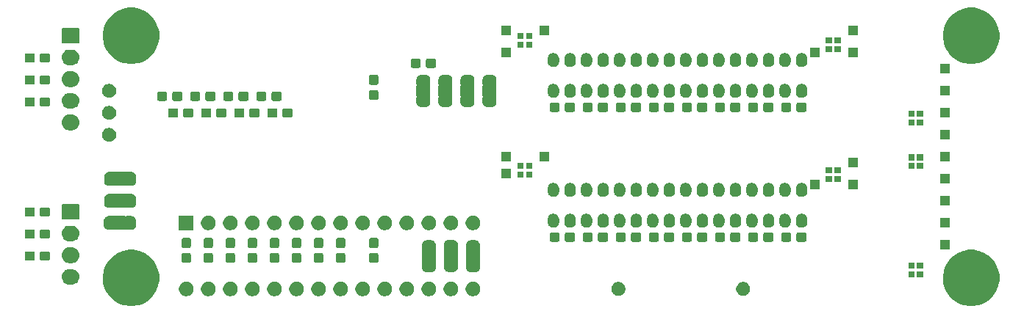
<source format=gts>
G04 #@! TF.GenerationSoftware,KiCad,Pcbnew,(5.1.5-0-10_14)*
G04 #@! TF.CreationDate,2020-08-25T00:06:45+09:00*
G04 #@! TF.ProjectId,FPGA-X68k-ProCaseLED,46504741-2d58-4363-986b-2d50726f4361,rev?*
G04 #@! TF.SameCoordinates,Original*
G04 #@! TF.FileFunction,Soldermask,Top*
G04 #@! TF.FilePolarity,Negative*
%FSLAX46Y46*%
G04 Gerber Fmt 4.6, Leading zero omitted, Abs format (unit mm)*
G04 Created by KiCad (PCBNEW (5.1.5-0-10_14)) date 2020-08-25 00:06:45*
%MOMM*%
%LPD*%
G04 APERTURE LIST*
%ADD10C,0.100000*%
G04 APERTURE END LIST*
D10*
G36*
X161422586Y-118711247D02*
G01*
X161838282Y-118793934D01*
X162429926Y-119039001D01*
X162820538Y-119300000D01*
X162962391Y-119394783D01*
X163415217Y-119847609D01*
X163470937Y-119931000D01*
X163770999Y-120380074D01*
X164016066Y-120971718D01*
X164067331Y-121229444D01*
X164141000Y-121599803D01*
X164141000Y-122240197D01*
X164101220Y-122440185D01*
X164016066Y-122868282D01*
X163770999Y-123459926D01*
X163588883Y-123732481D01*
X163436714Y-123960219D01*
X163415216Y-123992392D01*
X162962392Y-124445216D01*
X162429926Y-124800999D01*
X161838282Y-125046066D01*
X161524239Y-125108533D01*
X161210197Y-125171000D01*
X160569803Y-125171000D01*
X160255761Y-125108533D01*
X159941718Y-125046066D01*
X159350074Y-124800999D01*
X158817608Y-124445216D01*
X158364784Y-123992392D01*
X158343287Y-123960219D01*
X158191117Y-123732481D01*
X158009001Y-123459926D01*
X157763934Y-122868282D01*
X157678780Y-122440185D01*
X157639000Y-122240197D01*
X157639000Y-121599803D01*
X157712669Y-121229444D01*
X157763934Y-120971718D01*
X158009001Y-120380074D01*
X158309063Y-119931000D01*
X158364783Y-119847609D01*
X158817609Y-119394783D01*
X158959462Y-119300000D01*
X159350074Y-119039001D01*
X159941718Y-118793934D01*
X160357414Y-118711247D01*
X160569803Y-118669000D01*
X161210197Y-118669000D01*
X161422586Y-118711247D01*
G37*
G36*
X64667586Y-118711247D02*
G01*
X65083282Y-118793934D01*
X65674926Y-119039001D01*
X66065538Y-119300000D01*
X66207391Y-119394783D01*
X66660217Y-119847609D01*
X66715937Y-119931000D01*
X67015999Y-120380074D01*
X67261066Y-120971718D01*
X67312331Y-121229444D01*
X67386000Y-121599803D01*
X67386000Y-122240197D01*
X67346220Y-122440185D01*
X67261066Y-122868282D01*
X67015999Y-123459926D01*
X66833883Y-123732481D01*
X66681714Y-123960219D01*
X66660216Y-123992392D01*
X66207392Y-124445216D01*
X65674926Y-124800999D01*
X65083282Y-125046066D01*
X64769239Y-125108533D01*
X64455197Y-125171000D01*
X63814803Y-125171000D01*
X63500761Y-125108533D01*
X63186718Y-125046066D01*
X62595074Y-124800999D01*
X62062608Y-124445216D01*
X61609784Y-123992392D01*
X61588287Y-123960219D01*
X61436117Y-123732481D01*
X61254001Y-123459926D01*
X61008934Y-122868282D01*
X60923780Y-122440185D01*
X60884000Y-122240197D01*
X60884000Y-121599803D01*
X60957669Y-121229444D01*
X61008934Y-120971718D01*
X61254001Y-120380074D01*
X61554063Y-119931000D01*
X61609783Y-119847609D01*
X62062609Y-119394783D01*
X62204462Y-119300000D01*
X62595074Y-119039001D01*
X63186718Y-118793934D01*
X63602414Y-118711247D01*
X63814803Y-118669000D01*
X64455197Y-118669000D01*
X64667586Y-118711247D01*
G37*
G36*
X98673228Y-122371703D02*
G01*
X98828100Y-122435853D01*
X98967481Y-122528985D01*
X99086015Y-122647519D01*
X99179147Y-122786900D01*
X99243297Y-122941772D01*
X99276000Y-123106184D01*
X99276000Y-123273816D01*
X99243297Y-123438228D01*
X99179147Y-123593100D01*
X99086015Y-123732481D01*
X98967481Y-123851015D01*
X98828100Y-123944147D01*
X98673228Y-124008297D01*
X98508816Y-124041000D01*
X98341184Y-124041000D01*
X98176772Y-124008297D01*
X98021900Y-123944147D01*
X97882519Y-123851015D01*
X97763985Y-123732481D01*
X97670853Y-123593100D01*
X97606703Y-123438228D01*
X97574000Y-123273816D01*
X97574000Y-123106184D01*
X97606703Y-122941772D01*
X97670853Y-122786900D01*
X97763985Y-122647519D01*
X97882519Y-122528985D01*
X98021900Y-122435853D01*
X98176772Y-122371703D01*
X98341184Y-122339000D01*
X98508816Y-122339000D01*
X98673228Y-122371703D01*
G37*
G36*
X96133228Y-122371703D02*
G01*
X96288100Y-122435853D01*
X96427481Y-122528985D01*
X96546015Y-122647519D01*
X96639147Y-122786900D01*
X96703297Y-122941772D01*
X96736000Y-123106184D01*
X96736000Y-123273816D01*
X96703297Y-123438228D01*
X96639147Y-123593100D01*
X96546015Y-123732481D01*
X96427481Y-123851015D01*
X96288100Y-123944147D01*
X96133228Y-124008297D01*
X95968816Y-124041000D01*
X95801184Y-124041000D01*
X95636772Y-124008297D01*
X95481900Y-123944147D01*
X95342519Y-123851015D01*
X95223985Y-123732481D01*
X95130853Y-123593100D01*
X95066703Y-123438228D01*
X95034000Y-123273816D01*
X95034000Y-123106184D01*
X95066703Y-122941772D01*
X95130853Y-122786900D01*
X95223985Y-122647519D01*
X95342519Y-122528985D01*
X95481900Y-122435853D01*
X95636772Y-122371703D01*
X95801184Y-122339000D01*
X95968816Y-122339000D01*
X96133228Y-122371703D01*
G37*
G36*
X93593228Y-122371703D02*
G01*
X93748100Y-122435853D01*
X93887481Y-122528985D01*
X94006015Y-122647519D01*
X94099147Y-122786900D01*
X94163297Y-122941772D01*
X94196000Y-123106184D01*
X94196000Y-123273816D01*
X94163297Y-123438228D01*
X94099147Y-123593100D01*
X94006015Y-123732481D01*
X93887481Y-123851015D01*
X93748100Y-123944147D01*
X93593228Y-124008297D01*
X93428816Y-124041000D01*
X93261184Y-124041000D01*
X93096772Y-124008297D01*
X92941900Y-123944147D01*
X92802519Y-123851015D01*
X92683985Y-123732481D01*
X92590853Y-123593100D01*
X92526703Y-123438228D01*
X92494000Y-123273816D01*
X92494000Y-123106184D01*
X92526703Y-122941772D01*
X92590853Y-122786900D01*
X92683985Y-122647519D01*
X92802519Y-122528985D01*
X92941900Y-122435853D01*
X93096772Y-122371703D01*
X93261184Y-122339000D01*
X93428816Y-122339000D01*
X93593228Y-122371703D01*
G37*
G36*
X91053228Y-122371703D02*
G01*
X91208100Y-122435853D01*
X91347481Y-122528985D01*
X91466015Y-122647519D01*
X91559147Y-122786900D01*
X91623297Y-122941772D01*
X91656000Y-123106184D01*
X91656000Y-123273816D01*
X91623297Y-123438228D01*
X91559147Y-123593100D01*
X91466015Y-123732481D01*
X91347481Y-123851015D01*
X91208100Y-123944147D01*
X91053228Y-124008297D01*
X90888816Y-124041000D01*
X90721184Y-124041000D01*
X90556772Y-124008297D01*
X90401900Y-123944147D01*
X90262519Y-123851015D01*
X90143985Y-123732481D01*
X90050853Y-123593100D01*
X89986703Y-123438228D01*
X89954000Y-123273816D01*
X89954000Y-123106184D01*
X89986703Y-122941772D01*
X90050853Y-122786900D01*
X90143985Y-122647519D01*
X90262519Y-122528985D01*
X90401900Y-122435853D01*
X90556772Y-122371703D01*
X90721184Y-122339000D01*
X90888816Y-122339000D01*
X91053228Y-122371703D01*
G37*
G36*
X88513228Y-122371703D02*
G01*
X88668100Y-122435853D01*
X88807481Y-122528985D01*
X88926015Y-122647519D01*
X89019147Y-122786900D01*
X89083297Y-122941772D01*
X89116000Y-123106184D01*
X89116000Y-123273816D01*
X89083297Y-123438228D01*
X89019147Y-123593100D01*
X88926015Y-123732481D01*
X88807481Y-123851015D01*
X88668100Y-123944147D01*
X88513228Y-124008297D01*
X88348816Y-124041000D01*
X88181184Y-124041000D01*
X88016772Y-124008297D01*
X87861900Y-123944147D01*
X87722519Y-123851015D01*
X87603985Y-123732481D01*
X87510853Y-123593100D01*
X87446703Y-123438228D01*
X87414000Y-123273816D01*
X87414000Y-123106184D01*
X87446703Y-122941772D01*
X87510853Y-122786900D01*
X87603985Y-122647519D01*
X87722519Y-122528985D01*
X87861900Y-122435853D01*
X88016772Y-122371703D01*
X88181184Y-122339000D01*
X88348816Y-122339000D01*
X88513228Y-122371703D01*
G37*
G36*
X85973228Y-122371703D02*
G01*
X86128100Y-122435853D01*
X86267481Y-122528985D01*
X86386015Y-122647519D01*
X86479147Y-122786900D01*
X86543297Y-122941772D01*
X86576000Y-123106184D01*
X86576000Y-123273816D01*
X86543297Y-123438228D01*
X86479147Y-123593100D01*
X86386015Y-123732481D01*
X86267481Y-123851015D01*
X86128100Y-123944147D01*
X85973228Y-124008297D01*
X85808816Y-124041000D01*
X85641184Y-124041000D01*
X85476772Y-124008297D01*
X85321900Y-123944147D01*
X85182519Y-123851015D01*
X85063985Y-123732481D01*
X84970853Y-123593100D01*
X84906703Y-123438228D01*
X84874000Y-123273816D01*
X84874000Y-123106184D01*
X84906703Y-122941772D01*
X84970853Y-122786900D01*
X85063985Y-122647519D01*
X85182519Y-122528985D01*
X85321900Y-122435853D01*
X85476772Y-122371703D01*
X85641184Y-122339000D01*
X85808816Y-122339000D01*
X85973228Y-122371703D01*
G37*
G36*
X83433228Y-122371703D02*
G01*
X83588100Y-122435853D01*
X83727481Y-122528985D01*
X83846015Y-122647519D01*
X83939147Y-122786900D01*
X84003297Y-122941772D01*
X84036000Y-123106184D01*
X84036000Y-123273816D01*
X84003297Y-123438228D01*
X83939147Y-123593100D01*
X83846015Y-123732481D01*
X83727481Y-123851015D01*
X83588100Y-123944147D01*
X83433228Y-124008297D01*
X83268816Y-124041000D01*
X83101184Y-124041000D01*
X82936772Y-124008297D01*
X82781900Y-123944147D01*
X82642519Y-123851015D01*
X82523985Y-123732481D01*
X82430853Y-123593100D01*
X82366703Y-123438228D01*
X82334000Y-123273816D01*
X82334000Y-123106184D01*
X82366703Y-122941772D01*
X82430853Y-122786900D01*
X82523985Y-122647519D01*
X82642519Y-122528985D01*
X82781900Y-122435853D01*
X82936772Y-122371703D01*
X83101184Y-122339000D01*
X83268816Y-122339000D01*
X83433228Y-122371703D01*
G37*
G36*
X80893228Y-122371703D02*
G01*
X81048100Y-122435853D01*
X81187481Y-122528985D01*
X81306015Y-122647519D01*
X81399147Y-122786900D01*
X81463297Y-122941772D01*
X81496000Y-123106184D01*
X81496000Y-123273816D01*
X81463297Y-123438228D01*
X81399147Y-123593100D01*
X81306015Y-123732481D01*
X81187481Y-123851015D01*
X81048100Y-123944147D01*
X80893228Y-124008297D01*
X80728816Y-124041000D01*
X80561184Y-124041000D01*
X80396772Y-124008297D01*
X80241900Y-123944147D01*
X80102519Y-123851015D01*
X79983985Y-123732481D01*
X79890853Y-123593100D01*
X79826703Y-123438228D01*
X79794000Y-123273816D01*
X79794000Y-123106184D01*
X79826703Y-122941772D01*
X79890853Y-122786900D01*
X79983985Y-122647519D01*
X80102519Y-122528985D01*
X80241900Y-122435853D01*
X80396772Y-122371703D01*
X80561184Y-122339000D01*
X80728816Y-122339000D01*
X80893228Y-122371703D01*
G37*
G36*
X78353228Y-122371703D02*
G01*
X78508100Y-122435853D01*
X78647481Y-122528985D01*
X78766015Y-122647519D01*
X78859147Y-122786900D01*
X78923297Y-122941772D01*
X78956000Y-123106184D01*
X78956000Y-123273816D01*
X78923297Y-123438228D01*
X78859147Y-123593100D01*
X78766015Y-123732481D01*
X78647481Y-123851015D01*
X78508100Y-123944147D01*
X78353228Y-124008297D01*
X78188816Y-124041000D01*
X78021184Y-124041000D01*
X77856772Y-124008297D01*
X77701900Y-123944147D01*
X77562519Y-123851015D01*
X77443985Y-123732481D01*
X77350853Y-123593100D01*
X77286703Y-123438228D01*
X77254000Y-123273816D01*
X77254000Y-123106184D01*
X77286703Y-122941772D01*
X77350853Y-122786900D01*
X77443985Y-122647519D01*
X77562519Y-122528985D01*
X77701900Y-122435853D01*
X77856772Y-122371703D01*
X78021184Y-122339000D01*
X78188816Y-122339000D01*
X78353228Y-122371703D01*
G37*
G36*
X75813228Y-122371703D02*
G01*
X75968100Y-122435853D01*
X76107481Y-122528985D01*
X76226015Y-122647519D01*
X76319147Y-122786900D01*
X76383297Y-122941772D01*
X76416000Y-123106184D01*
X76416000Y-123273816D01*
X76383297Y-123438228D01*
X76319147Y-123593100D01*
X76226015Y-123732481D01*
X76107481Y-123851015D01*
X75968100Y-123944147D01*
X75813228Y-124008297D01*
X75648816Y-124041000D01*
X75481184Y-124041000D01*
X75316772Y-124008297D01*
X75161900Y-123944147D01*
X75022519Y-123851015D01*
X74903985Y-123732481D01*
X74810853Y-123593100D01*
X74746703Y-123438228D01*
X74714000Y-123273816D01*
X74714000Y-123106184D01*
X74746703Y-122941772D01*
X74810853Y-122786900D01*
X74903985Y-122647519D01*
X75022519Y-122528985D01*
X75161900Y-122435853D01*
X75316772Y-122371703D01*
X75481184Y-122339000D01*
X75648816Y-122339000D01*
X75813228Y-122371703D01*
G37*
G36*
X73273228Y-122371703D02*
G01*
X73428100Y-122435853D01*
X73567481Y-122528985D01*
X73686015Y-122647519D01*
X73779147Y-122786900D01*
X73843297Y-122941772D01*
X73876000Y-123106184D01*
X73876000Y-123273816D01*
X73843297Y-123438228D01*
X73779147Y-123593100D01*
X73686015Y-123732481D01*
X73567481Y-123851015D01*
X73428100Y-123944147D01*
X73273228Y-124008297D01*
X73108816Y-124041000D01*
X72941184Y-124041000D01*
X72776772Y-124008297D01*
X72621900Y-123944147D01*
X72482519Y-123851015D01*
X72363985Y-123732481D01*
X72270853Y-123593100D01*
X72206703Y-123438228D01*
X72174000Y-123273816D01*
X72174000Y-123106184D01*
X72206703Y-122941772D01*
X72270853Y-122786900D01*
X72363985Y-122647519D01*
X72482519Y-122528985D01*
X72621900Y-122435853D01*
X72776772Y-122371703D01*
X72941184Y-122339000D01*
X73108816Y-122339000D01*
X73273228Y-122371703D01*
G37*
G36*
X70733228Y-122371703D02*
G01*
X70888100Y-122435853D01*
X71027481Y-122528985D01*
X71146015Y-122647519D01*
X71239147Y-122786900D01*
X71303297Y-122941772D01*
X71336000Y-123106184D01*
X71336000Y-123273816D01*
X71303297Y-123438228D01*
X71239147Y-123593100D01*
X71146015Y-123732481D01*
X71027481Y-123851015D01*
X70888100Y-123944147D01*
X70733228Y-124008297D01*
X70568816Y-124041000D01*
X70401184Y-124041000D01*
X70236772Y-124008297D01*
X70081900Y-123944147D01*
X69942519Y-123851015D01*
X69823985Y-123732481D01*
X69730853Y-123593100D01*
X69666703Y-123438228D01*
X69634000Y-123273816D01*
X69634000Y-123106184D01*
X69666703Y-122941772D01*
X69730853Y-122786900D01*
X69823985Y-122647519D01*
X69942519Y-122528985D01*
X70081900Y-122435853D01*
X70236772Y-122371703D01*
X70401184Y-122339000D01*
X70568816Y-122339000D01*
X70733228Y-122371703D01*
G37*
G36*
X101213228Y-122371703D02*
G01*
X101368100Y-122435853D01*
X101507481Y-122528985D01*
X101626015Y-122647519D01*
X101719147Y-122786900D01*
X101783297Y-122941772D01*
X101816000Y-123106184D01*
X101816000Y-123273816D01*
X101783297Y-123438228D01*
X101719147Y-123593100D01*
X101626015Y-123732481D01*
X101507481Y-123851015D01*
X101368100Y-123944147D01*
X101213228Y-124008297D01*
X101048816Y-124041000D01*
X100881184Y-124041000D01*
X100716772Y-124008297D01*
X100561900Y-123944147D01*
X100422519Y-123851015D01*
X100303985Y-123732481D01*
X100210853Y-123593100D01*
X100146703Y-123438228D01*
X100114000Y-123273816D01*
X100114000Y-123106184D01*
X100146703Y-122941772D01*
X100210853Y-122786900D01*
X100303985Y-122647519D01*
X100422519Y-122528985D01*
X100561900Y-122435853D01*
X100716772Y-122371703D01*
X100881184Y-122339000D01*
X101048816Y-122339000D01*
X101213228Y-122371703D01*
G37*
G36*
X103753228Y-122371703D02*
G01*
X103908100Y-122435853D01*
X104047481Y-122528985D01*
X104166015Y-122647519D01*
X104259147Y-122786900D01*
X104323297Y-122941772D01*
X104356000Y-123106184D01*
X104356000Y-123273816D01*
X104323297Y-123438228D01*
X104259147Y-123593100D01*
X104166015Y-123732481D01*
X104047481Y-123851015D01*
X103908100Y-123944147D01*
X103753228Y-124008297D01*
X103588816Y-124041000D01*
X103421184Y-124041000D01*
X103256772Y-124008297D01*
X103101900Y-123944147D01*
X102962519Y-123851015D01*
X102843985Y-123732481D01*
X102750853Y-123593100D01*
X102686703Y-123438228D01*
X102654000Y-123273816D01*
X102654000Y-123106184D01*
X102686703Y-122941772D01*
X102750853Y-122786900D01*
X102843985Y-122647519D01*
X102962519Y-122528985D01*
X103101900Y-122435853D01*
X103256772Y-122371703D01*
X103421184Y-122339000D01*
X103588816Y-122339000D01*
X103753228Y-122371703D01*
G37*
G36*
X120483642Y-122419781D02*
G01*
X120629414Y-122480162D01*
X120629416Y-122480163D01*
X120760608Y-122567822D01*
X120872178Y-122679392D01*
X120944012Y-122786900D01*
X120959838Y-122810586D01*
X121020219Y-122956358D01*
X121051000Y-123111107D01*
X121051000Y-123268893D01*
X121020219Y-123423642D01*
X120959838Y-123569414D01*
X120959837Y-123569416D01*
X120872178Y-123700608D01*
X120760608Y-123812178D01*
X120629416Y-123899837D01*
X120629415Y-123899838D01*
X120629414Y-123899838D01*
X120483642Y-123960219D01*
X120328893Y-123991000D01*
X120171107Y-123991000D01*
X120016358Y-123960219D01*
X119870586Y-123899838D01*
X119870585Y-123899838D01*
X119870584Y-123899837D01*
X119739392Y-123812178D01*
X119627822Y-123700608D01*
X119540163Y-123569416D01*
X119540162Y-123569414D01*
X119479781Y-123423642D01*
X119449000Y-123268893D01*
X119449000Y-123111107D01*
X119479781Y-122956358D01*
X119540162Y-122810586D01*
X119555988Y-122786900D01*
X119627822Y-122679392D01*
X119739392Y-122567822D01*
X119870584Y-122480163D01*
X119870586Y-122480162D01*
X120016358Y-122419781D01*
X120171107Y-122389000D01*
X120328893Y-122389000D01*
X120483642Y-122419781D01*
G37*
G36*
X134853642Y-122419781D02*
G01*
X134999414Y-122480162D01*
X134999416Y-122480163D01*
X135130608Y-122567822D01*
X135242178Y-122679392D01*
X135314012Y-122786900D01*
X135329838Y-122810586D01*
X135390219Y-122956358D01*
X135421000Y-123111107D01*
X135421000Y-123268893D01*
X135390219Y-123423642D01*
X135329838Y-123569414D01*
X135329837Y-123569416D01*
X135242178Y-123700608D01*
X135130608Y-123812178D01*
X134999416Y-123899837D01*
X134999415Y-123899838D01*
X134999414Y-123899838D01*
X134853642Y-123960219D01*
X134698893Y-123991000D01*
X134541107Y-123991000D01*
X134386358Y-123960219D01*
X134240586Y-123899838D01*
X134240585Y-123899838D01*
X134240584Y-123899837D01*
X134109392Y-123812178D01*
X133997822Y-123700608D01*
X133910163Y-123569416D01*
X133910162Y-123569414D01*
X133849781Y-123423642D01*
X133819000Y-123268893D01*
X133819000Y-123111107D01*
X133849781Y-122956358D01*
X133910162Y-122810586D01*
X133925988Y-122786900D01*
X133997822Y-122679392D01*
X134109392Y-122567822D01*
X134240584Y-122480163D01*
X134240586Y-122480162D01*
X134386358Y-122419781D01*
X134541107Y-122389000D01*
X134698893Y-122389000D01*
X134853642Y-122419781D01*
G37*
G36*
X57385443Y-120905519D02*
G01*
X57451627Y-120912037D01*
X57621466Y-120963557D01*
X57777991Y-121047222D01*
X57782471Y-121050899D01*
X57915186Y-121159814D01*
X57996949Y-121259444D01*
X58027778Y-121297009D01*
X58111443Y-121453534D01*
X58162963Y-121623373D01*
X58180359Y-121800000D01*
X58162963Y-121976627D01*
X58111443Y-122146466D01*
X58027778Y-122302991D01*
X57998448Y-122338729D01*
X57915186Y-122440186D01*
X57813729Y-122523448D01*
X57777991Y-122552778D01*
X57621466Y-122636443D01*
X57451627Y-122687963D01*
X57385442Y-122694482D01*
X57319260Y-122701000D01*
X56980740Y-122701000D01*
X56914558Y-122694482D01*
X56848373Y-122687963D01*
X56678534Y-122636443D01*
X56522009Y-122552778D01*
X56486271Y-122523448D01*
X56384814Y-122440186D01*
X56301552Y-122338729D01*
X56272222Y-122302991D01*
X56188557Y-122146466D01*
X56137037Y-121976627D01*
X56119641Y-121800000D01*
X56137037Y-121623373D01*
X56188557Y-121453534D01*
X56272222Y-121297009D01*
X56303051Y-121259444D01*
X56384814Y-121159814D01*
X56517529Y-121050899D01*
X56522009Y-121047222D01*
X56678534Y-120963557D01*
X56848373Y-120912037D01*
X56914557Y-120905519D01*
X56980740Y-120899000D01*
X57319260Y-120899000D01*
X57385443Y-120905519D01*
G37*
G36*
X155351000Y-121851000D02*
G01*
X154649000Y-121851000D01*
X154649000Y-121149000D01*
X155351000Y-121149000D01*
X155351000Y-121851000D01*
G37*
G36*
X154351000Y-121851000D02*
G01*
X153649000Y-121851000D01*
X153649000Y-121149000D01*
X154351000Y-121149000D01*
X154351000Y-121851000D01*
G37*
G36*
X98687199Y-117559954D02*
G01*
X98699450Y-117560556D01*
X98717869Y-117560556D01*
X98740149Y-117562750D01*
X98824233Y-117579476D01*
X98845660Y-117585976D01*
X98924858Y-117618780D01*
X98930303Y-117621691D01*
X98930309Y-117621693D01*
X98939169Y-117626429D01*
X98939173Y-117626432D01*
X98944614Y-117629340D01*
X99015899Y-117676971D01*
X99033204Y-117691172D01*
X99093828Y-117751796D01*
X99108029Y-117769101D01*
X99155660Y-117840386D01*
X99158568Y-117845827D01*
X99158571Y-117845831D01*
X99163307Y-117854691D01*
X99163309Y-117854697D01*
X99166220Y-117860142D01*
X99199024Y-117939340D01*
X99205524Y-117960767D01*
X99222250Y-118044851D01*
X99224444Y-118067131D01*
X99224444Y-118085550D01*
X99225046Y-118097801D01*
X99226852Y-118116139D01*
X99226852Y-118653860D01*
X99225263Y-118669999D01*
X99220855Y-118684528D01*
X99215394Y-118697711D01*
X99210612Y-118721745D01*
X99210611Y-118746249D01*
X99215391Y-118770282D01*
X99224768Y-118792921D01*
X99226000Y-118794765D01*
X99226000Y-120026050D01*
X99219525Y-120038164D01*
X99212412Y-120061613D01*
X99210010Y-120085999D01*
X99212412Y-120110385D01*
X99219525Y-120133834D01*
X99221848Y-120138746D01*
X99225263Y-120150001D01*
X99226852Y-120166140D01*
X99226852Y-120703861D01*
X99225046Y-120722199D01*
X99224444Y-120734450D01*
X99224444Y-120752869D01*
X99222250Y-120775149D01*
X99205524Y-120859233D01*
X99199024Y-120880660D01*
X99166220Y-120959858D01*
X99163309Y-120965303D01*
X99163307Y-120965309D01*
X99158571Y-120974169D01*
X99158568Y-120974173D01*
X99155660Y-120979614D01*
X99108029Y-121050899D01*
X99093828Y-121068204D01*
X99033204Y-121128828D01*
X99015899Y-121143029D01*
X98944614Y-121190660D01*
X98939173Y-121193568D01*
X98939169Y-121193571D01*
X98930309Y-121198307D01*
X98930303Y-121198309D01*
X98924858Y-121201220D01*
X98845660Y-121234024D01*
X98824233Y-121240524D01*
X98740149Y-121257250D01*
X98717869Y-121259444D01*
X98699450Y-121259444D01*
X98687199Y-121260046D01*
X98668862Y-121261852D01*
X98181138Y-121261852D01*
X98162801Y-121260046D01*
X98150550Y-121259444D01*
X98132131Y-121259444D01*
X98109851Y-121257250D01*
X98025767Y-121240524D01*
X98004340Y-121234024D01*
X97925142Y-121201220D01*
X97919697Y-121198309D01*
X97919691Y-121198307D01*
X97910831Y-121193571D01*
X97910827Y-121193568D01*
X97905386Y-121190660D01*
X97834101Y-121143029D01*
X97816796Y-121128828D01*
X97756172Y-121068204D01*
X97741971Y-121050899D01*
X97694340Y-120979614D01*
X97691432Y-120974173D01*
X97691429Y-120974169D01*
X97686693Y-120965309D01*
X97686691Y-120965303D01*
X97683780Y-120959858D01*
X97650976Y-120880660D01*
X97644476Y-120859233D01*
X97627750Y-120775149D01*
X97625556Y-120752869D01*
X97625556Y-120734450D01*
X97624954Y-120722199D01*
X97623148Y-120703862D01*
X97623148Y-120166140D01*
X97624737Y-120150001D01*
X97629145Y-120135472D01*
X97634606Y-120122289D01*
X97639388Y-120098255D01*
X97639389Y-120073751D01*
X97634609Y-120049718D01*
X97625232Y-120027079D01*
X97624000Y-120025235D01*
X97624000Y-118793950D01*
X97630475Y-118781836D01*
X97637588Y-118758387D01*
X97639990Y-118734001D01*
X97637588Y-118709615D01*
X97630475Y-118686166D01*
X97628152Y-118681254D01*
X97624737Y-118669999D01*
X97623148Y-118653860D01*
X97623148Y-118116139D01*
X97624954Y-118097801D01*
X97625556Y-118085550D01*
X97625556Y-118067131D01*
X97627750Y-118044851D01*
X97644476Y-117960767D01*
X97650976Y-117939340D01*
X97683780Y-117860142D01*
X97686691Y-117854697D01*
X97686693Y-117854691D01*
X97691429Y-117845831D01*
X97691432Y-117845827D01*
X97694340Y-117840386D01*
X97741971Y-117769101D01*
X97756172Y-117751796D01*
X97816796Y-117691172D01*
X97834101Y-117676971D01*
X97905386Y-117629340D01*
X97910827Y-117626432D01*
X97910831Y-117626429D01*
X97919691Y-117621693D01*
X97919697Y-117621691D01*
X97925142Y-117618780D01*
X98004340Y-117585976D01*
X98025767Y-117579476D01*
X98109851Y-117562750D01*
X98132131Y-117560556D01*
X98150550Y-117560556D01*
X98162801Y-117559954D01*
X98181139Y-117558148D01*
X98668861Y-117558148D01*
X98687199Y-117559954D01*
G37*
G36*
X103767199Y-117559954D02*
G01*
X103779450Y-117560556D01*
X103797869Y-117560556D01*
X103820149Y-117562750D01*
X103904233Y-117579476D01*
X103925660Y-117585976D01*
X104004858Y-117618780D01*
X104010303Y-117621691D01*
X104010309Y-117621693D01*
X104019169Y-117626429D01*
X104019173Y-117626432D01*
X104024614Y-117629340D01*
X104095899Y-117676971D01*
X104113204Y-117691172D01*
X104173828Y-117751796D01*
X104188029Y-117769101D01*
X104235660Y-117840386D01*
X104238568Y-117845827D01*
X104238571Y-117845831D01*
X104243307Y-117854691D01*
X104243309Y-117854697D01*
X104246220Y-117860142D01*
X104279024Y-117939340D01*
X104285524Y-117960767D01*
X104302250Y-118044851D01*
X104304444Y-118067131D01*
X104304444Y-118085550D01*
X104305046Y-118097801D01*
X104306852Y-118116139D01*
X104306852Y-118653860D01*
X104305263Y-118669999D01*
X104300855Y-118684528D01*
X104295394Y-118697711D01*
X104290612Y-118721745D01*
X104290611Y-118746249D01*
X104295391Y-118770282D01*
X104304768Y-118792921D01*
X104306000Y-118794765D01*
X104306000Y-120026050D01*
X104299525Y-120038164D01*
X104292412Y-120061613D01*
X104290010Y-120085999D01*
X104292412Y-120110385D01*
X104299525Y-120133834D01*
X104301848Y-120138746D01*
X104305263Y-120150001D01*
X104306852Y-120166140D01*
X104306852Y-120703862D01*
X104305046Y-120722199D01*
X104304444Y-120734450D01*
X104304444Y-120752869D01*
X104302250Y-120775149D01*
X104285524Y-120859233D01*
X104279024Y-120880660D01*
X104246220Y-120959858D01*
X104243309Y-120965303D01*
X104243307Y-120965309D01*
X104238571Y-120974169D01*
X104238568Y-120974173D01*
X104235660Y-120979614D01*
X104188029Y-121050899D01*
X104173828Y-121068204D01*
X104113204Y-121128828D01*
X104095899Y-121143029D01*
X104024614Y-121190660D01*
X104019173Y-121193568D01*
X104019169Y-121193571D01*
X104010309Y-121198307D01*
X104010303Y-121198309D01*
X104004858Y-121201220D01*
X103925660Y-121234024D01*
X103904233Y-121240524D01*
X103820149Y-121257250D01*
X103797869Y-121259444D01*
X103779450Y-121259444D01*
X103767199Y-121260046D01*
X103748862Y-121261852D01*
X103261138Y-121261852D01*
X103242801Y-121260046D01*
X103230550Y-121259444D01*
X103212131Y-121259444D01*
X103189851Y-121257250D01*
X103105767Y-121240524D01*
X103084340Y-121234024D01*
X103005142Y-121201220D01*
X102999697Y-121198309D01*
X102999691Y-121198307D01*
X102990831Y-121193571D01*
X102990827Y-121193568D01*
X102985386Y-121190660D01*
X102914101Y-121143029D01*
X102896796Y-121128828D01*
X102836172Y-121068204D01*
X102821971Y-121050899D01*
X102774340Y-120979614D01*
X102771432Y-120974173D01*
X102771429Y-120974169D01*
X102766693Y-120965309D01*
X102766691Y-120965303D01*
X102763780Y-120959858D01*
X102730976Y-120880660D01*
X102724476Y-120859233D01*
X102707750Y-120775149D01*
X102705556Y-120752869D01*
X102705556Y-120734450D01*
X102704954Y-120722199D01*
X102703148Y-120703862D01*
X102703148Y-120166140D01*
X102704737Y-120150001D01*
X102709145Y-120135472D01*
X102714606Y-120122289D01*
X102719388Y-120098255D01*
X102719389Y-120073751D01*
X102714609Y-120049718D01*
X102705232Y-120027079D01*
X102704000Y-120025235D01*
X102704000Y-118793950D01*
X102710475Y-118781836D01*
X102717588Y-118758387D01*
X102719990Y-118734001D01*
X102717588Y-118709615D01*
X102710475Y-118686166D01*
X102708152Y-118681254D01*
X102704737Y-118669999D01*
X102703148Y-118653860D01*
X102703148Y-118116138D01*
X102704954Y-118097801D01*
X102705556Y-118085550D01*
X102705556Y-118067131D01*
X102707750Y-118044851D01*
X102724476Y-117960767D01*
X102730976Y-117939340D01*
X102763780Y-117860142D01*
X102766691Y-117854697D01*
X102766693Y-117854691D01*
X102771429Y-117845831D01*
X102771432Y-117845827D01*
X102774340Y-117840386D01*
X102821971Y-117769101D01*
X102836172Y-117751796D01*
X102896796Y-117691172D01*
X102914101Y-117676971D01*
X102985386Y-117629340D01*
X102990827Y-117626432D01*
X102990831Y-117626429D01*
X102999691Y-117621693D01*
X102999697Y-117621691D01*
X103005142Y-117618780D01*
X103084340Y-117585976D01*
X103105767Y-117579476D01*
X103189851Y-117562750D01*
X103212131Y-117560556D01*
X103230550Y-117560556D01*
X103242801Y-117559954D01*
X103261139Y-117558148D01*
X103748861Y-117558148D01*
X103767199Y-117559954D01*
G37*
G36*
X101227199Y-117529954D02*
G01*
X101239450Y-117530556D01*
X101257869Y-117530556D01*
X101280149Y-117532750D01*
X101364233Y-117549476D01*
X101385660Y-117555976D01*
X101464858Y-117588780D01*
X101470303Y-117591691D01*
X101470309Y-117591693D01*
X101479169Y-117596429D01*
X101479173Y-117596432D01*
X101484614Y-117599340D01*
X101555899Y-117646971D01*
X101573204Y-117661172D01*
X101633828Y-117721796D01*
X101648029Y-117739101D01*
X101695660Y-117810386D01*
X101698568Y-117815827D01*
X101698571Y-117815831D01*
X101703307Y-117824691D01*
X101703309Y-117824697D01*
X101706220Y-117830142D01*
X101739024Y-117909340D01*
X101745524Y-117930767D01*
X101762250Y-118014851D01*
X101764444Y-118037131D01*
X101764444Y-118055550D01*
X101765046Y-118067801D01*
X101766852Y-118086139D01*
X101766852Y-118623860D01*
X101765263Y-118639999D01*
X101760855Y-118654528D01*
X101755394Y-118667711D01*
X101750612Y-118691745D01*
X101750611Y-118716249D01*
X101755391Y-118740282D01*
X101764768Y-118762921D01*
X101766000Y-118764765D01*
X101766000Y-119996050D01*
X101759525Y-120008164D01*
X101752412Y-120031613D01*
X101750010Y-120055999D01*
X101752412Y-120080385D01*
X101759525Y-120103834D01*
X101761848Y-120108746D01*
X101765263Y-120120001D01*
X101766852Y-120136140D01*
X101766852Y-120673862D01*
X101765046Y-120692199D01*
X101764444Y-120704450D01*
X101764444Y-120722869D01*
X101762250Y-120745149D01*
X101745524Y-120829233D01*
X101739024Y-120850660D01*
X101706220Y-120929858D01*
X101703309Y-120935303D01*
X101703307Y-120935309D01*
X101698571Y-120944169D01*
X101698568Y-120944173D01*
X101695660Y-120949614D01*
X101648029Y-121020899D01*
X101633828Y-121038204D01*
X101573204Y-121098828D01*
X101555899Y-121113029D01*
X101484614Y-121160660D01*
X101479173Y-121163568D01*
X101479169Y-121163571D01*
X101470309Y-121168307D01*
X101470303Y-121168309D01*
X101464858Y-121171220D01*
X101385660Y-121204024D01*
X101364233Y-121210524D01*
X101280149Y-121227250D01*
X101257869Y-121229444D01*
X101239450Y-121229444D01*
X101227199Y-121230046D01*
X101208862Y-121231852D01*
X100721138Y-121231852D01*
X100702801Y-121230046D01*
X100690550Y-121229444D01*
X100672131Y-121229444D01*
X100649851Y-121227250D01*
X100565767Y-121210524D01*
X100544340Y-121204024D01*
X100465142Y-121171220D01*
X100459697Y-121168309D01*
X100459691Y-121168307D01*
X100450831Y-121163571D01*
X100450827Y-121163568D01*
X100445386Y-121160660D01*
X100374101Y-121113029D01*
X100356796Y-121098828D01*
X100296172Y-121038204D01*
X100281971Y-121020899D01*
X100234340Y-120949614D01*
X100231432Y-120944173D01*
X100231429Y-120944169D01*
X100226693Y-120935309D01*
X100226691Y-120935303D01*
X100223780Y-120929858D01*
X100190976Y-120850660D01*
X100184476Y-120829233D01*
X100167750Y-120745149D01*
X100165556Y-120722869D01*
X100165556Y-120704450D01*
X100164954Y-120692199D01*
X100163148Y-120673862D01*
X100163148Y-120136140D01*
X100164737Y-120120001D01*
X100169145Y-120105472D01*
X100174606Y-120092289D01*
X100179388Y-120068255D01*
X100179389Y-120043751D01*
X100174609Y-120019718D01*
X100165232Y-119997079D01*
X100164000Y-119995235D01*
X100164000Y-118763950D01*
X100170475Y-118751836D01*
X100177588Y-118728387D01*
X100179990Y-118704001D01*
X100177588Y-118679615D01*
X100170475Y-118656166D01*
X100168152Y-118651254D01*
X100164737Y-118639999D01*
X100163148Y-118623860D01*
X100163148Y-118086139D01*
X100164954Y-118067801D01*
X100165556Y-118055550D01*
X100165556Y-118037131D01*
X100167750Y-118014851D01*
X100184476Y-117930767D01*
X100190976Y-117909340D01*
X100223780Y-117830142D01*
X100226691Y-117824697D01*
X100226693Y-117824691D01*
X100231429Y-117815831D01*
X100231432Y-117815827D01*
X100234340Y-117810386D01*
X100281971Y-117739101D01*
X100296172Y-117721796D01*
X100356796Y-117661172D01*
X100374101Y-117646971D01*
X100445386Y-117599340D01*
X100450827Y-117596432D01*
X100450831Y-117596429D01*
X100459691Y-117591693D01*
X100459697Y-117591691D01*
X100465142Y-117588780D01*
X100544340Y-117555976D01*
X100565767Y-117549476D01*
X100649851Y-117532750D01*
X100672131Y-117530556D01*
X100690550Y-117530556D01*
X100702801Y-117529954D01*
X100721139Y-117528148D01*
X101208861Y-117528148D01*
X101227199Y-117529954D01*
G37*
G36*
X154351000Y-120851000D02*
G01*
X153649000Y-120851000D01*
X153649000Y-120149000D01*
X154351000Y-120149000D01*
X154351000Y-120851000D01*
G37*
G36*
X155351000Y-120851000D02*
G01*
X154649000Y-120851000D01*
X154649000Y-120149000D01*
X155351000Y-120149000D01*
X155351000Y-120851000D01*
G37*
G36*
X57385443Y-118405519D02*
G01*
X57451627Y-118412037D01*
X57621466Y-118463557D01*
X57777991Y-118547222D01*
X57813729Y-118576552D01*
X57915186Y-118659814D01*
X57981223Y-118740282D01*
X58027778Y-118797009D01*
X58111443Y-118953534D01*
X58162963Y-119123373D01*
X58180359Y-119300000D01*
X58162963Y-119476627D01*
X58111443Y-119646466D01*
X58027778Y-119802991D01*
X58016647Y-119816554D01*
X57915186Y-119940186D01*
X57813729Y-120023448D01*
X57777991Y-120052778D01*
X57777989Y-120052779D01*
X57645189Y-120123763D01*
X57621466Y-120136443D01*
X57451627Y-120187963D01*
X57385443Y-120194481D01*
X57319260Y-120201000D01*
X56980740Y-120201000D01*
X56914557Y-120194481D01*
X56848373Y-120187963D01*
X56678534Y-120136443D01*
X56654812Y-120123763D01*
X56522011Y-120052779D01*
X56522009Y-120052778D01*
X56486271Y-120023448D01*
X56384814Y-119940186D01*
X56283353Y-119816554D01*
X56272222Y-119802991D01*
X56188557Y-119646466D01*
X56137037Y-119476627D01*
X56119641Y-119300000D01*
X56137037Y-119123373D01*
X56188557Y-118953534D01*
X56272222Y-118797009D01*
X56318777Y-118740282D01*
X56384814Y-118659814D01*
X56486271Y-118576552D01*
X56522009Y-118547222D01*
X56678534Y-118463557D01*
X56848373Y-118412037D01*
X56914557Y-118405519D01*
X56980740Y-118399000D01*
X57319260Y-118399000D01*
X57385443Y-118405519D01*
G37*
G36*
X92439499Y-119048445D02*
G01*
X92476995Y-119059820D01*
X92511554Y-119078292D01*
X92541847Y-119103153D01*
X92566708Y-119133446D01*
X92585180Y-119168005D01*
X92596555Y-119205501D01*
X92601000Y-119250638D01*
X92601000Y-119989362D01*
X92596555Y-120034499D01*
X92585180Y-120071995D01*
X92566708Y-120106554D01*
X92541847Y-120136847D01*
X92511554Y-120161708D01*
X92476995Y-120180180D01*
X92439499Y-120191555D01*
X92394362Y-120196000D01*
X91755638Y-120196000D01*
X91710501Y-120191555D01*
X91673005Y-120180180D01*
X91638446Y-120161708D01*
X91608153Y-120136847D01*
X91583292Y-120106554D01*
X91564820Y-120071995D01*
X91553445Y-120034499D01*
X91549000Y-119989362D01*
X91549000Y-119250638D01*
X91553445Y-119205501D01*
X91564820Y-119168005D01*
X91583292Y-119133446D01*
X91608153Y-119103153D01*
X91638446Y-119078292D01*
X91673005Y-119059820D01*
X91710501Y-119048445D01*
X91755638Y-119044000D01*
X92394362Y-119044000D01*
X92439499Y-119048445D01*
G37*
G36*
X75929499Y-119048445D02*
G01*
X75966995Y-119059820D01*
X76001554Y-119078292D01*
X76031847Y-119103153D01*
X76056708Y-119133446D01*
X76075180Y-119168005D01*
X76086555Y-119205501D01*
X76091000Y-119250638D01*
X76091000Y-119989362D01*
X76086555Y-120034499D01*
X76075180Y-120071995D01*
X76056708Y-120106554D01*
X76031847Y-120136847D01*
X76001554Y-120161708D01*
X75966995Y-120180180D01*
X75929499Y-120191555D01*
X75884362Y-120196000D01*
X75245638Y-120196000D01*
X75200501Y-120191555D01*
X75163005Y-120180180D01*
X75128446Y-120161708D01*
X75098153Y-120136847D01*
X75073292Y-120106554D01*
X75054820Y-120071995D01*
X75043445Y-120034499D01*
X75039000Y-119989362D01*
X75039000Y-119250638D01*
X75043445Y-119205501D01*
X75054820Y-119168005D01*
X75073292Y-119133446D01*
X75098153Y-119103153D01*
X75128446Y-119078292D01*
X75163005Y-119059820D01*
X75200501Y-119048445D01*
X75245638Y-119044000D01*
X75884362Y-119044000D01*
X75929499Y-119048445D01*
G37*
G36*
X88629499Y-119048445D02*
G01*
X88666995Y-119059820D01*
X88701554Y-119078292D01*
X88731847Y-119103153D01*
X88756708Y-119133446D01*
X88775180Y-119168005D01*
X88786555Y-119205501D01*
X88791000Y-119250638D01*
X88791000Y-119989362D01*
X88786555Y-120034499D01*
X88775180Y-120071995D01*
X88756708Y-120106554D01*
X88731847Y-120136847D01*
X88701554Y-120161708D01*
X88666995Y-120180180D01*
X88629499Y-120191555D01*
X88584362Y-120196000D01*
X87945638Y-120196000D01*
X87900501Y-120191555D01*
X87863005Y-120180180D01*
X87828446Y-120161708D01*
X87798153Y-120136847D01*
X87773292Y-120106554D01*
X87754820Y-120071995D01*
X87743445Y-120034499D01*
X87739000Y-119989362D01*
X87739000Y-119250638D01*
X87743445Y-119205501D01*
X87754820Y-119168005D01*
X87773292Y-119133446D01*
X87798153Y-119103153D01*
X87828446Y-119078292D01*
X87863005Y-119059820D01*
X87900501Y-119048445D01*
X87945638Y-119044000D01*
X88584362Y-119044000D01*
X88629499Y-119048445D01*
G37*
G36*
X83549499Y-119048445D02*
G01*
X83586995Y-119059820D01*
X83621554Y-119078292D01*
X83651847Y-119103153D01*
X83676708Y-119133446D01*
X83695180Y-119168005D01*
X83706555Y-119205501D01*
X83711000Y-119250638D01*
X83711000Y-119989362D01*
X83706555Y-120034499D01*
X83695180Y-120071995D01*
X83676708Y-120106554D01*
X83651847Y-120136847D01*
X83621554Y-120161708D01*
X83586995Y-120180180D01*
X83549499Y-120191555D01*
X83504362Y-120196000D01*
X82865638Y-120196000D01*
X82820501Y-120191555D01*
X82783005Y-120180180D01*
X82748446Y-120161708D01*
X82718153Y-120136847D01*
X82693292Y-120106554D01*
X82674820Y-120071995D01*
X82663445Y-120034499D01*
X82659000Y-119989362D01*
X82659000Y-119250638D01*
X82663445Y-119205501D01*
X82674820Y-119168005D01*
X82693292Y-119133446D01*
X82718153Y-119103153D01*
X82748446Y-119078292D01*
X82783005Y-119059820D01*
X82820501Y-119048445D01*
X82865638Y-119044000D01*
X83504362Y-119044000D01*
X83549499Y-119048445D01*
G37*
G36*
X86089499Y-119048445D02*
G01*
X86126995Y-119059820D01*
X86161554Y-119078292D01*
X86191847Y-119103153D01*
X86216708Y-119133446D01*
X86235180Y-119168005D01*
X86246555Y-119205501D01*
X86251000Y-119250638D01*
X86251000Y-119989362D01*
X86246555Y-120034499D01*
X86235180Y-120071995D01*
X86216708Y-120106554D01*
X86191847Y-120136847D01*
X86161554Y-120161708D01*
X86126995Y-120180180D01*
X86089499Y-120191555D01*
X86044362Y-120196000D01*
X85405638Y-120196000D01*
X85360501Y-120191555D01*
X85323005Y-120180180D01*
X85288446Y-120161708D01*
X85258153Y-120136847D01*
X85233292Y-120106554D01*
X85214820Y-120071995D01*
X85203445Y-120034499D01*
X85199000Y-119989362D01*
X85199000Y-119250638D01*
X85203445Y-119205501D01*
X85214820Y-119168005D01*
X85233292Y-119133446D01*
X85258153Y-119103153D01*
X85288446Y-119078292D01*
X85323005Y-119059820D01*
X85360501Y-119048445D01*
X85405638Y-119044000D01*
X86044362Y-119044000D01*
X86089499Y-119048445D01*
G37*
G36*
X81009499Y-119048445D02*
G01*
X81046995Y-119059820D01*
X81081554Y-119078292D01*
X81111847Y-119103153D01*
X81136708Y-119133446D01*
X81155180Y-119168005D01*
X81166555Y-119205501D01*
X81171000Y-119250638D01*
X81171000Y-119989362D01*
X81166555Y-120034499D01*
X81155180Y-120071995D01*
X81136708Y-120106554D01*
X81111847Y-120136847D01*
X81081554Y-120161708D01*
X81046995Y-120180180D01*
X81009499Y-120191555D01*
X80964362Y-120196000D01*
X80325638Y-120196000D01*
X80280501Y-120191555D01*
X80243005Y-120180180D01*
X80208446Y-120161708D01*
X80178153Y-120136847D01*
X80153292Y-120106554D01*
X80134820Y-120071995D01*
X80123445Y-120034499D01*
X80119000Y-119989362D01*
X80119000Y-119250638D01*
X80123445Y-119205501D01*
X80134820Y-119168005D01*
X80153292Y-119133446D01*
X80178153Y-119103153D01*
X80208446Y-119078292D01*
X80243005Y-119059820D01*
X80280501Y-119048445D01*
X80325638Y-119044000D01*
X80964362Y-119044000D01*
X81009499Y-119048445D01*
G37*
G36*
X70849499Y-119048445D02*
G01*
X70886995Y-119059820D01*
X70921554Y-119078292D01*
X70951847Y-119103153D01*
X70976708Y-119133446D01*
X70995180Y-119168005D01*
X71006555Y-119205501D01*
X71011000Y-119250638D01*
X71011000Y-119989362D01*
X71006555Y-120034499D01*
X70995180Y-120071995D01*
X70976708Y-120106554D01*
X70951847Y-120136847D01*
X70921554Y-120161708D01*
X70886995Y-120180180D01*
X70849499Y-120191555D01*
X70804362Y-120196000D01*
X70165638Y-120196000D01*
X70120501Y-120191555D01*
X70083005Y-120180180D01*
X70048446Y-120161708D01*
X70018153Y-120136847D01*
X69993292Y-120106554D01*
X69974820Y-120071995D01*
X69963445Y-120034499D01*
X69959000Y-119989362D01*
X69959000Y-119250638D01*
X69963445Y-119205501D01*
X69974820Y-119168005D01*
X69993292Y-119133446D01*
X70018153Y-119103153D01*
X70048446Y-119078292D01*
X70083005Y-119059820D01*
X70120501Y-119048445D01*
X70165638Y-119044000D01*
X70804362Y-119044000D01*
X70849499Y-119048445D01*
G37*
G36*
X73389499Y-119048445D02*
G01*
X73426995Y-119059820D01*
X73461554Y-119078292D01*
X73491847Y-119103153D01*
X73516708Y-119133446D01*
X73535180Y-119168005D01*
X73546555Y-119205501D01*
X73551000Y-119250638D01*
X73551000Y-119989362D01*
X73546555Y-120034499D01*
X73535180Y-120071995D01*
X73516708Y-120106554D01*
X73491847Y-120136847D01*
X73461554Y-120161708D01*
X73426995Y-120180180D01*
X73389499Y-120191555D01*
X73344362Y-120196000D01*
X72705638Y-120196000D01*
X72660501Y-120191555D01*
X72623005Y-120180180D01*
X72588446Y-120161708D01*
X72558153Y-120136847D01*
X72533292Y-120106554D01*
X72514820Y-120071995D01*
X72503445Y-120034499D01*
X72499000Y-119989362D01*
X72499000Y-119250638D01*
X72503445Y-119205501D01*
X72514820Y-119168005D01*
X72533292Y-119133446D01*
X72558153Y-119103153D01*
X72588446Y-119078292D01*
X72623005Y-119059820D01*
X72660501Y-119048445D01*
X72705638Y-119044000D01*
X73344362Y-119044000D01*
X73389499Y-119048445D01*
G37*
G36*
X78469499Y-119048445D02*
G01*
X78506995Y-119059820D01*
X78541554Y-119078292D01*
X78571847Y-119103153D01*
X78596708Y-119133446D01*
X78615180Y-119168005D01*
X78626555Y-119205501D01*
X78631000Y-119250638D01*
X78631000Y-119989362D01*
X78626555Y-120034499D01*
X78615180Y-120071995D01*
X78596708Y-120106554D01*
X78571847Y-120136847D01*
X78541554Y-120161708D01*
X78506995Y-120180180D01*
X78469499Y-120191555D01*
X78424362Y-120196000D01*
X77785638Y-120196000D01*
X77740501Y-120191555D01*
X77703005Y-120180180D01*
X77668446Y-120161708D01*
X77638153Y-120136847D01*
X77613292Y-120106554D01*
X77594820Y-120071995D01*
X77583445Y-120034499D01*
X77579000Y-119989362D01*
X77579000Y-119250638D01*
X77583445Y-119205501D01*
X77594820Y-119168005D01*
X77613292Y-119133446D01*
X77638153Y-119103153D01*
X77668446Y-119078292D01*
X77703005Y-119059820D01*
X77740501Y-119048445D01*
X77785638Y-119044000D01*
X78424362Y-119044000D01*
X78469499Y-119048445D01*
G37*
G36*
X52879499Y-118858445D02*
G01*
X52916995Y-118869820D01*
X52951554Y-118888292D01*
X52981847Y-118913153D01*
X53006708Y-118943446D01*
X53025180Y-118978005D01*
X53036555Y-119015501D01*
X53041000Y-119060638D01*
X53041000Y-119699362D01*
X53036555Y-119744499D01*
X53025180Y-119781995D01*
X53006708Y-119816554D01*
X52981847Y-119846847D01*
X52951554Y-119871708D01*
X52916995Y-119890180D01*
X52879499Y-119901555D01*
X52834362Y-119906000D01*
X52095638Y-119906000D01*
X52050501Y-119901555D01*
X52013005Y-119890180D01*
X51978446Y-119871708D01*
X51948153Y-119846847D01*
X51923292Y-119816554D01*
X51904820Y-119781995D01*
X51893445Y-119744499D01*
X51889000Y-119699362D01*
X51889000Y-119060638D01*
X51893445Y-119015501D01*
X51904820Y-118978005D01*
X51923292Y-118943446D01*
X51948153Y-118913153D01*
X51978446Y-118888292D01*
X52013005Y-118869820D01*
X52050501Y-118858445D01*
X52095638Y-118854000D01*
X52834362Y-118854000D01*
X52879499Y-118858445D01*
G37*
G36*
X54629499Y-118858445D02*
G01*
X54666995Y-118869820D01*
X54701554Y-118888292D01*
X54731847Y-118913153D01*
X54756708Y-118943446D01*
X54775180Y-118978005D01*
X54786555Y-119015501D01*
X54791000Y-119060638D01*
X54791000Y-119699362D01*
X54786555Y-119744499D01*
X54775180Y-119781995D01*
X54756708Y-119816554D01*
X54731847Y-119846847D01*
X54701554Y-119871708D01*
X54666995Y-119890180D01*
X54629499Y-119901555D01*
X54584362Y-119906000D01*
X53845638Y-119906000D01*
X53800501Y-119901555D01*
X53763005Y-119890180D01*
X53728446Y-119871708D01*
X53698153Y-119846847D01*
X53673292Y-119816554D01*
X53654820Y-119781995D01*
X53643445Y-119744499D01*
X53639000Y-119699362D01*
X53639000Y-119060638D01*
X53643445Y-119015501D01*
X53654820Y-118978005D01*
X53673292Y-118943446D01*
X53698153Y-118913153D01*
X53728446Y-118888292D01*
X53763005Y-118869820D01*
X53800501Y-118858445D01*
X53845638Y-118854000D01*
X54584362Y-118854000D01*
X54629499Y-118858445D01*
G37*
G36*
X158431000Y-118661000D02*
G01*
X157329000Y-118661000D01*
X157329000Y-117559000D01*
X158431000Y-117559000D01*
X158431000Y-118661000D01*
G37*
G36*
X78469499Y-117298445D02*
G01*
X78506995Y-117309820D01*
X78541554Y-117328292D01*
X78571847Y-117353153D01*
X78596708Y-117383446D01*
X78615180Y-117418005D01*
X78626555Y-117455501D01*
X78631000Y-117500638D01*
X78631000Y-118239362D01*
X78626555Y-118284499D01*
X78615180Y-118321995D01*
X78596708Y-118356554D01*
X78571847Y-118386847D01*
X78541554Y-118411708D01*
X78506995Y-118430180D01*
X78469499Y-118441555D01*
X78424362Y-118446000D01*
X77785638Y-118446000D01*
X77740501Y-118441555D01*
X77703005Y-118430180D01*
X77668446Y-118411708D01*
X77638153Y-118386847D01*
X77613292Y-118356554D01*
X77594820Y-118321995D01*
X77583445Y-118284499D01*
X77579000Y-118239362D01*
X77579000Y-117500638D01*
X77583445Y-117455501D01*
X77594820Y-117418005D01*
X77613292Y-117383446D01*
X77638153Y-117353153D01*
X77668446Y-117328292D01*
X77703005Y-117309820D01*
X77740501Y-117298445D01*
X77785638Y-117294000D01*
X78424362Y-117294000D01*
X78469499Y-117298445D01*
G37*
G36*
X75929499Y-117298445D02*
G01*
X75966995Y-117309820D01*
X76001554Y-117328292D01*
X76031847Y-117353153D01*
X76056708Y-117383446D01*
X76075180Y-117418005D01*
X76086555Y-117455501D01*
X76091000Y-117500638D01*
X76091000Y-118239362D01*
X76086555Y-118284499D01*
X76075180Y-118321995D01*
X76056708Y-118356554D01*
X76031847Y-118386847D01*
X76001554Y-118411708D01*
X75966995Y-118430180D01*
X75929499Y-118441555D01*
X75884362Y-118446000D01*
X75245638Y-118446000D01*
X75200501Y-118441555D01*
X75163005Y-118430180D01*
X75128446Y-118411708D01*
X75098153Y-118386847D01*
X75073292Y-118356554D01*
X75054820Y-118321995D01*
X75043445Y-118284499D01*
X75039000Y-118239362D01*
X75039000Y-117500638D01*
X75043445Y-117455501D01*
X75054820Y-117418005D01*
X75073292Y-117383446D01*
X75098153Y-117353153D01*
X75128446Y-117328292D01*
X75163005Y-117309820D01*
X75200501Y-117298445D01*
X75245638Y-117294000D01*
X75884362Y-117294000D01*
X75929499Y-117298445D01*
G37*
G36*
X73389499Y-117298445D02*
G01*
X73426995Y-117309820D01*
X73461554Y-117328292D01*
X73491847Y-117353153D01*
X73516708Y-117383446D01*
X73535180Y-117418005D01*
X73546555Y-117455501D01*
X73551000Y-117500638D01*
X73551000Y-118239362D01*
X73546555Y-118284499D01*
X73535180Y-118321995D01*
X73516708Y-118356554D01*
X73491847Y-118386847D01*
X73461554Y-118411708D01*
X73426995Y-118430180D01*
X73389499Y-118441555D01*
X73344362Y-118446000D01*
X72705638Y-118446000D01*
X72660501Y-118441555D01*
X72623005Y-118430180D01*
X72588446Y-118411708D01*
X72558153Y-118386847D01*
X72533292Y-118356554D01*
X72514820Y-118321995D01*
X72503445Y-118284499D01*
X72499000Y-118239362D01*
X72499000Y-117500638D01*
X72503445Y-117455501D01*
X72514820Y-117418005D01*
X72533292Y-117383446D01*
X72558153Y-117353153D01*
X72588446Y-117328292D01*
X72623005Y-117309820D01*
X72660501Y-117298445D01*
X72705638Y-117294000D01*
X73344362Y-117294000D01*
X73389499Y-117298445D01*
G37*
G36*
X70849499Y-117298445D02*
G01*
X70886995Y-117309820D01*
X70921554Y-117328292D01*
X70951847Y-117353153D01*
X70976708Y-117383446D01*
X70995180Y-117418005D01*
X71006555Y-117455501D01*
X71011000Y-117500638D01*
X71011000Y-118239362D01*
X71006555Y-118284499D01*
X70995180Y-118321995D01*
X70976708Y-118356554D01*
X70951847Y-118386847D01*
X70921554Y-118411708D01*
X70886995Y-118430180D01*
X70849499Y-118441555D01*
X70804362Y-118446000D01*
X70165638Y-118446000D01*
X70120501Y-118441555D01*
X70083005Y-118430180D01*
X70048446Y-118411708D01*
X70018153Y-118386847D01*
X69993292Y-118356554D01*
X69974820Y-118321995D01*
X69963445Y-118284499D01*
X69959000Y-118239362D01*
X69959000Y-117500638D01*
X69963445Y-117455501D01*
X69974820Y-117418005D01*
X69993292Y-117383446D01*
X70018153Y-117353153D01*
X70048446Y-117328292D01*
X70083005Y-117309820D01*
X70120501Y-117298445D01*
X70165638Y-117294000D01*
X70804362Y-117294000D01*
X70849499Y-117298445D01*
G37*
G36*
X83549499Y-117298445D02*
G01*
X83586995Y-117309820D01*
X83621554Y-117328292D01*
X83651847Y-117353153D01*
X83676708Y-117383446D01*
X83695180Y-117418005D01*
X83706555Y-117455501D01*
X83711000Y-117500638D01*
X83711000Y-118239362D01*
X83706555Y-118284499D01*
X83695180Y-118321995D01*
X83676708Y-118356554D01*
X83651847Y-118386847D01*
X83621554Y-118411708D01*
X83586995Y-118430180D01*
X83549499Y-118441555D01*
X83504362Y-118446000D01*
X82865638Y-118446000D01*
X82820501Y-118441555D01*
X82783005Y-118430180D01*
X82748446Y-118411708D01*
X82718153Y-118386847D01*
X82693292Y-118356554D01*
X82674820Y-118321995D01*
X82663445Y-118284499D01*
X82659000Y-118239362D01*
X82659000Y-117500638D01*
X82663445Y-117455501D01*
X82674820Y-117418005D01*
X82693292Y-117383446D01*
X82718153Y-117353153D01*
X82748446Y-117328292D01*
X82783005Y-117309820D01*
X82820501Y-117298445D01*
X82865638Y-117294000D01*
X83504362Y-117294000D01*
X83549499Y-117298445D01*
G37*
G36*
X81009499Y-117298445D02*
G01*
X81046995Y-117309820D01*
X81081554Y-117328292D01*
X81111847Y-117353153D01*
X81136708Y-117383446D01*
X81155180Y-117418005D01*
X81166555Y-117455501D01*
X81171000Y-117500638D01*
X81171000Y-118239362D01*
X81166555Y-118284499D01*
X81155180Y-118321995D01*
X81136708Y-118356554D01*
X81111847Y-118386847D01*
X81081554Y-118411708D01*
X81046995Y-118430180D01*
X81009499Y-118441555D01*
X80964362Y-118446000D01*
X80325638Y-118446000D01*
X80280501Y-118441555D01*
X80243005Y-118430180D01*
X80208446Y-118411708D01*
X80178153Y-118386847D01*
X80153292Y-118356554D01*
X80134820Y-118321995D01*
X80123445Y-118284499D01*
X80119000Y-118239362D01*
X80119000Y-117500638D01*
X80123445Y-117455501D01*
X80134820Y-117418005D01*
X80153292Y-117383446D01*
X80178153Y-117353153D01*
X80208446Y-117328292D01*
X80243005Y-117309820D01*
X80280501Y-117298445D01*
X80325638Y-117294000D01*
X80964362Y-117294000D01*
X81009499Y-117298445D01*
G37*
G36*
X86089499Y-117298445D02*
G01*
X86126995Y-117309820D01*
X86161554Y-117328292D01*
X86191847Y-117353153D01*
X86216708Y-117383446D01*
X86235180Y-117418005D01*
X86246555Y-117455501D01*
X86251000Y-117500638D01*
X86251000Y-118239362D01*
X86246555Y-118284499D01*
X86235180Y-118321995D01*
X86216708Y-118356554D01*
X86191847Y-118386847D01*
X86161554Y-118411708D01*
X86126995Y-118430180D01*
X86089499Y-118441555D01*
X86044362Y-118446000D01*
X85405638Y-118446000D01*
X85360501Y-118441555D01*
X85323005Y-118430180D01*
X85288446Y-118411708D01*
X85258153Y-118386847D01*
X85233292Y-118356554D01*
X85214820Y-118321995D01*
X85203445Y-118284499D01*
X85199000Y-118239362D01*
X85199000Y-117500638D01*
X85203445Y-117455501D01*
X85214820Y-117418005D01*
X85233292Y-117383446D01*
X85258153Y-117353153D01*
X85288446Y-117328292D01*
X85323005Y-117309820D01*
X85360501Y-117298445D01*
X85405638Y-117294000D01*
X86044362Y-117294000D01*
X86089499Y-117298445D01*
G37*
G36*
X92439499Y-117298445D02*
G01*
X92476995Y-117309820D01*
X92511554Y-117328292D01*
X92541847Y-117353153D01*
X92566708Y-117383446D01*
X92585180Y-117418005D01*
X92596555Y-117455501D01*
X92601000Y-117500638D01*
X92601000Y-118239362D01*
X92596555Y-118284499D01*
X92585180Y-118321995D01*
X92566708Y-118356554D01*
X92541847Y-118386847D01*
X92511554Y-118411708D01*
X92476995Y-118430180D01*
X92439499Y-118441555D01*
X92394362Y-118446000D01*
X91755638Y-118446000D01*
X91710501Y-118441555D01*
X91673005Y-118430180D01*
X91638446Y-118411708D01*
X91608153Y-118386847D01*
X91583292Y-118356554D01*
X91564820Y-118321995D01*
X91553445Y-118284499D01*
X91549000Y-118239362D01*
X91549000Y-117500638D01*
X91553445Y-117455501D01*
X91564820Y-117418005D01*
X91583292Y-117383446D01*
X91608153Y-117353153D01*
X91638446Y-117328292D01*
X91673005Y-117309820D01*
X91710501Y-117298445D01*
X91755638Y-117294000D01*
X92394362Y-117294000D01*
X92439499Y-117298445D01*
G37*
G36*
X88629499Y-117298445D02*
G01*
X88666995Y-117309820D01*
X88701554Y-117328292D01*
X88731847Y-117353153D01*
X88756708Y-117383446D01*
X88775180Y-117418005D01*
X88786555Y-117455501D01*
X88791000Y-117500638D01*
X88791000Y-118239362D01*
X88786555Y-118284499D01*
X88775180Y-118321995D01*
X88756708Y-118356554D01*
X88731847Y-118386847D01*
X88701554Y-118411708D01*
X88666995Y-118430180D01*
X88629499Y-118441555D01*
X88584362Y-118446000D01*
X87945638Y-118446000D01*
X87900501Y-118441555D01*
X87863005Y-118430180D01*
X87828446Y-118411708D01*
X87798153Y-118386847D01*
X87773292Y-118356554D01*
X87754820Y-118321995D01*
X87743445Y-118284499D01*
X87739000Y-118239362D01*
X87739000Y-117500638D01*
X87743445Y-117455501D01*
X87754820Y-117418005D01*
X87773292Y-117383446D01*
X87798153Y-117353153D01*
X87828446Y-117328292D01*
X87863005Y-117309820D01*
X87900501Y-117298445D01*
X87945638Y-117294000D01*
X88584362Y-117294000D01*
X88629499Y-117298445D01*
G37*
G36*
X136191499Y-116699445D02*
G01*
X136228995Y-116710820D01*
X136263554Y-116729292D01*
X136293847Y-116754153D01*
X136318708Y-116784446D01*
X136337180Y-116819005D01*
X136348555Y-116856501D01*
X136353000Y-116901638D01*
X136353000Y-117540362D01*
X136348555Y-117585499D01*
X136337180Y-117622995D01*
X136318708Y-117657554D01*
X136293847Y-117687847D01*
X136263554Y-117712708D01*
X136228995Y-117731180D01*
X136191499Y-117742555D01*
X136146362Y-117747000D01*
X135407638Y-117747000D01*
X135362501Y-117742555D01*
X135325005Y-117731180D01*
X135290446Y-117712708D01*
X135260153Y-117687847D01*
X135235292Y-117657554D01*
X135216820Y-117622995D01*
X135205445Y-117585499D01*
X135201000Y-117540362D01*
X135201000Y-116901638D01*
X135205445Y-116856501D01*
X135216820Y-116819005D01*
X135235292Y-116784446D01*
X135260153Y-116754153D01*
X135290446Y-116729292D01*
X135325005Y-116710820D01*
X135362501Y-116699445D01*
X135407638Y-116695000D01*
X136146362Y-116695000D01*
X136191499Y-116699445D01*
G37*
G36*
X141751499Y-116699445D02*
G01*
X141788995Y-116710820D01*
X141823554Y-116729292D01*
X141853847Y-116754153D01*
X141878708Y-116784446D01*
X141897180Y-116819005D01*
X141908555Y-116856501D01*
X141913000Y-116901638D01*
X141913000Y-117540362D01*
X141908555Y-117585499D01*
X141897180Y-117622995D01*
X141878708Y-117657554D01*
X141853847Y-117687847D01*
X141823554Y-117712708D01*
X141788995Y-117731180D01*
X141751499Y-117742555D01*
X141706362Y-117747000D01*
X140967638Y-117747000D01*
X140922501Y-117742555D01*
X140885005Y-117731180D01*
X140850446Y-117712708D01*
X140820153Y-117687847D01*
X140795292Y-117657554D01*
X140776820Y-117622995D01*
X140765445Y-117585499D01*
X140761000Y-117540362D01*
X140761000Y-116901638D01*
X140765445Y-116856501D01*
X140776820Y-116819005D01*
X140795292Y-116784446D01*
X140820153Y-116754153D01*
X140850446Y-116729292D01*
X140885005Y-116710820D01*
X140922501Y-116699445D01*
X140967638Y-116695000D01*
X141706362Y-116695000D01*
X141751499Y-116699445D01*
G37*
G36*
X140001499Y-116699445D02*
G01*
X140038995Y-116710820D01*
X140073554Y-116729292D01*
X140103847Y-116754153D01*
X140128708Y-116784446D01*
X140147180Y-116819005D01*
X140158555Y-116856501D01*
X140163000Y-116901638D01*
X140163000Y-117540362D01*
X140158555Y-117585499D01*
X140147180Y-117622995D01*
X140128708Y-117657554D01*
X140103847Y-117687847D01*
X140073554Y-117712708D01*
X140038995Y-117731180D01*
X140001499Y-117742555D01*
X139956362Y-117747000D01*
X139217638Y-117747000D01*
X139172501Y-117742555D01*
X139135005Y-117731180D01*
X139100446Y-117712708D01*
X139070153Y-117687847D01*
X139045292Y-117657554D01*
X139026820Y-117622995D01*
X139015445Y-117585499D01*
X139011000Y-117540362D01*
X139011000Y-116901638D01*
X139015445Y-116856501D01*
X139026820Y-116819005D01*
X139045292Y-116784446D01*
X139070153Y-116754153D01*
X139100446Y-116729292D01*
X139135005Y-116710820D01*
X139172501Y-116699445D01*
X139217638Y-116695000D01*
X139956362Y-116695000D01*
X140001499Y-116699445D01*
G37*
G36*
X137941499Y-116699445D02*
G01*
X137978995Y-116710820D01*
X138013554Y-116729292D01*
X138043847Y-116754153D01*
X138068708Y-116784446D01*
X138087180Y-116819005D01*
X138098555Y-116856501D01*
X138103000Y-116901638D01*
X138103000Y-117540362D01*
X138098555Y-117585499D01*
X138087180Y-117622995D01*
X138068708Y-117657554D01*
X138043847Y-117687847D01*
X138013554Y-117712708D01*
X137978995Y-117731180D01*
X137941499Y-117742555D01*
X137896362Y-117747000D01*
X137157638Y-117747000D01*
X137112501Y-117742555D01*
X137075005Y-117731180D01*
X137040446Y-117712708D01*
X137010153Y-117687847D01*
X136985292Y-117657554D01*
X136966820Y-117622995D01*
X136955445Y-117585499D01*
X136951000Y-117540362D01*
X136951000Y-116901638D01*
X136955445Y-116856501D01*
X136966820Y-116819005D01*
X136985292Y-116784446D01*
X137010153Y-116754153D01*
X137040446Y-116729292D01*
X137075005Y-116710820D01*
X137112501Y-116699445D01*
X137157638Y-116695000D01*
X137896362Y-116695000D01*
X137941499Y-116699445D01*
G37*
G36*
X132381499Y-116699445D02*
G01*
X132418995Y-116710820D01*
X132453554Y-116729292D01*
X132483847Y-116754153D01*
X132508708Y-116784446D01*
X132527180Y-116819005D01*
X132538555Y-116856501D01*
X132543000Y-116901638D01*
X132543000Y-117540362D01*
X132538555Y-117585499D01*
X132527180Y-117622995D01*
X132508708Y-117657554D01*
X132483847Y-117687847D01*
X132453554Y-117712708D01*
X132418995Y-117731180D01*
X132381499Y-117742555D01*
X132336362Y-117747000D01*
X131597638Y-117747000D01*
X131552501Y-117742555D01*
X131515005Y-117731180D01*
X131480446Y-117712708D01*
X131450153Y-117687847D01*
X131425292Y-117657554D01*
X131406820Y-117622995D01*
X131395445Y-117585499D01*
X131391000Y-117540362D01*
X131391000Y-116901638D01*
X131395445Y-116856501D01*
X131406820Y-116819005D01*
X131425292Y-116784446D01*
X131450153Y-116754153D01*
X131480446Y-116729292D01*
X131515005Y-116710820D01*
X131552501Y-116699445D01*
X131597638Y-116695000D01*
X132336362Y-116695000D01*
X132381499Y-116699445D01*
G37*
G36*
X134131499Y-116699445D02*
G01*
X134168995Y-116710820D01*
X134203554Y-116729292D01*
X134233847Y-116754153D01*
X134258708Y-116784446D01*
X134277180Y-116819005D01*
X134288555Y-116856501D01*
X134293000Y-116901638D01*
X134293000Y-117540362D01*
X134288555Y-117585499D01*
X134277180Y-117622995D01*
X134258708Y-117657554D01*
X134233847Y-117687847D01*
X134203554Y-117712708D01*
X134168995Y-117731180D01*
X134131499Y-117742555D01*
X134086362Y-117747000D01*
X133347638Y-117747000D01*
X133302501Y-117742555D01*
X133265005Y-117731180D01*
X133230446Y-117712708D01*
X133200153Y-117687847D01*
X133175292Y-117657554D01*
X133156820Y-117622995D01*
X133145445Y-117585499D01*
X133141000Y-117540362D01*
X133141000Y-116901638D01*
X133145445Y-116856501D01*
X133156820Y-116819005D01*
X133175292Y-116784446D01*
X133200153Y-116754153D01*
X133230446Y-116729292D01*
X133265005Y-116710820D01*
X133302501Y-116699445D01*
X133347638Y-116695000D01*
X134086362Y-116695000D01*
X134131499Y-116699445D01*
G37*
G36*
X128571499Y-116699445D02*
G01*
X128608995Y-116710820D01*
X128643554Y-116729292D01*
X128673847Y-116754153D01*
X128698708Y-116784446D01*
X128717180Y-116819005D01*
X128728555Y-116856501D01*
X128733000Y-116901638D01*
X128733000Y-117540362D01*
X128728555Y-117585499D01*
X128717180Y-117622995D01*
X128698708Y-117657554D01*
X128673847Y-117687847D01*
X128643554Y-117712708D01*
X128608995Y-117731180D01*
X128571499Y-117742555D01*
X128526362Y-117747000D01*
X127787638Y-117747000D01*
X127742501Y-117742555D01*
X127705005Y-117731180D01*
X127670446Y-117712708D01*
X127640153Y-117687847D01*
X127615292Y-117657554D01*
X127596820Y-117622995D01*
X127585445Y-117585499D01*
X127581000Y-117540362D01*
X127581000Y-116901638D01*
X127585445Y-116856501D01*
X127596820Y-116819005D01*
X127615292Y-116784446D01*
X127640153Y-116754153D01*
X127670446Y-116729292D01*
X127705005Y-116710820D01*
X127742501Y-116699445D01*
X127787638Y-116695000D01*
X128526362Y-116695000D01*
X128571499Y-116699445D01*
G37*
G36*
X130321499Y-116699445D02*
G01*
X130358995Y-116710820D01*
X130393554Y-116729292D01*
X130423847Y-116754153D01*
X130448708Y-116784446D01*
X130467180Y-116819005D01*
X130478555Y-116856501D01*
X130483000Y-116901638D01*
X130483000Y-117540362D01*
X130478555Y-117585499D01*
X130467180Y-117622995D01*
X130448708Y-117657554D01*
X130423847Y-117687847D01*
X130393554Y-117712708D01*
X130358995Y-117731180D01*
X130321499Y-117742555D01*
X130276362Y-117747000D01*
X129537638Y-117747000D01*
X129492501Y-117742555D01*
X129455005Y-117731180D01*
X129420446Y-117712708D01*
X129390153Y-117687847D01*
X129365292Y-117657554D01*
X129346820Y-117622995D01*
X129335445Y-117585499D01*
X129331000Y-117540362D01*
X129331000Y-116901638D01*
X129335445Y-116856501D01*
X129346820Y-116819005D01*
X129365292Y-116784446D01*
X129390153Y-116754153D01*
X129420446Y-116729292D01*
X129455005Y-116710820D01*
X129492501Y-116699445D01*
X129537638Y-116695000D01*
X130276362Y-116695000D01*
X130321499Y-116699445D01*
G37*
G36*
X124761499Y-116699445D02*
G01*
X124798995Y-116710820D01*
X124833554Y-116729292D01*
X124863847Y-116754153D01*
X124888708Y-116784446D01*
X124907180Y-116819005D01*
X124918555Y-116856501D01*
X124923000Y-116901638D01*
X124923000Y-117540362D01*
X124918555Y-117585499D01*
X124907180Y-117622995D01*
X124888708Y-117657554D01*
X124863847Y-117687847D01*
X124833554Y-117712708D01*
X124798995Y-117731180D01*
X124761499Y-117742555D01*
X124716362Y-117747000D01*
X123977638Y-117747000D01*
X123932501Y-117742555D01*
X123895005Y-117731180D01*
X123860446Y-117712708D01*
X123830153Y-117687847D01*
X123805292Y-117657554D01*
X123786820Y-117622995D01*
X123775445Y-117585499D01*
X123771000Y-117540362D01*
X123771000Y-116901638D01*
X123775445Y-116856501D01*
X123786820Y-116819005D01*
X123805292Y-116784446D01*
X123830153Y-116754153D01*
X123860446Y-116729292D01*
X123895005Y-116710820D01*
X123932501Y-116699445D01*
X123977638Y-116695000D01*
X124716362Y-116695000D01*
X124761499Y-116699445D01*
G37*
G36*
X126511499Y-116699445D02*
G01*
X126548995Y-116710820D01*
X126583554Y-116729292D01*
X126613847Y-116754153D01*
X126638708Y-116784446D01*
X126657180Y-116819005D01*
X126668555Y-116856501D01*
X126673000Y-116901638D01*
X126673000Y-117540362D01*
X126668555Y-117585499D01*
X126657180Y-117622995D01*
X126638708Y-117657554D01*
X126613847Y-117687847D01*
X126583554Y-117712708D01*
X126548995Y-117731180D01*
X126511499Y-117742555D01*
X126466362Y-117747000D01*
X125727638Y-117747000D01*
X125682501Y-117742555D01*
X125645005Y-117731180D01*
X125610446Y-117712708D01*
X125580153Y-117687847D01*
X125555292Y-117657554D01*
X125536820Y-117622995D01*
X125525445Y-117585499D01*
X125521000Y-117540362D01*
X125521000Y-116901638D01*
X125525445Y-116856501D01*
X125536820Y-116819005D01*
X125555292Y-116784446D01*
X125580153Y-116754153D01*
X125610446Y-116729292D01*
X125645005Y-116710820D01*
X125682501Y-116699445D01*
X125727638Y-116695000D01*
X126466362Y-116695000D01*
X126511499Y-116699445D01*
G37*
G36*
X120951499Y-116699445D02*
G01*
X120988995Y-116710820D01*
X121023554Y-116729292D01*
X121053847Y-116754153D01*
X121078708Y-116784446D01*
X121097180Y-116819005D01*
X121108555Y-116856501D01*
X121113000Y-116901638D01*
X121113000Y-117540362D01*
X121108555Y-117585499D01*
X121097180Y-117622995D01*
X121078708Y-117657554D01*
X121053847Y-117687847D01*
X121023554Y-117712708D01*
X120988995Y-117731180D01*
X120951499Y-117742555D01*
X120906362Y-117747000D01*
X120167638Y-117747000D01*
X120122501Y-117742555D01*
X120085005Y-117731180D01*
X120050446Y-117712708D01*
X120020153Y-117687847D01*
X119995292Y-117657554D01*
X119976820Y-117622995D01*
X119965445Y-117585499D01*
X119961000Y-117540362D01*
X119961000Y-116901638D01*
X119965445Y-116856501D01*
X119976820Y-116819005D01*
X119995292Y-116784446D01*
X120020153Y-116754153D01*
X120050446Y-116729292D01*
X120085005Y-116710820D01*
X120122501Y-116699445D01*
X120167638Y-116695000D01*
X120906362Y-116695000D01*
X120951499Y-116699445D01*
G37*
G36*
X122701499Y-116699445D02*
G01*
X122738995Y-116710820D01*
X122773554Y-116729292D01*
X122803847Y-116754153D01*
X122828708Y-116784446D01*
X122847180Y-116819005D01*
X122858555Y-116856501D01*
X122863000Y-116901638D01*
X122863000Y-117540362D01*
X122858555Y-117585499D01*
X122847180Y-117622995D01*
X122828708Y-117657554D01*
X122803847Y-117687847D01*
X122773554Y-117712708D01*
X122738995Y-117731180D01*
X122701499Y-117742555D01*
X122656362Y-117747000D01*
X121917638Y-117747000D01*
X121872501Y-117742555D01*
X121835005Y-117731180D01*
X121800446Y-117712708D01*
X121770153Y-117687847D01*
X121745292Y-117657554D01*
X121726820Y-117622995D01*
X121715445Y-117585499D01*
X121711000Y-117540362D01*
X121711000Y-116901638D01*
X121715445Y-116856501D01*
X121726820Y-116819005D01*
X121745292Y-116784446D01*
X121770153Y-116754153D01*
X121800446Y-116729292D01*
X121835005Y-116710820D01*
X121872501Y-116699445D01*
X121917638Y-116695000D01*
X122656362Y-116695000D01*
X122701499Y-116699445D01*
G37*
G36*
X117141499Y-116699445D02*
G01*
X117178995Y-116710820D01*
X117213554Y-116729292D01*
X117243847Y-116754153D01*
X117268708Y-116784446D01*
X117287180Y-116819005D01*
X117298555Y-116856501D01*
X117303000Y-116901638D01*
X117303000Y-117540362D01*
X117298555Y-117585499D01*
X117287180Y-117622995D01*
X117268708Y-117657554D01*
X117243847Y-117687847D01*
X117213554Y-117712708D01*
X117178995Y-117731180D01*
X117141499Y-117742555D01*
X117096362Y-117747000D01*
X116357638Y-117747000D01*
X116312501Y-117742555D01*
X116275005Y-117731180D01*
X116240446Y-117712708D01*
X116210153Y-117687847D01*
X116185292Y-117657554D01*
X116166820Y-117622995D01*
X116155445Y-117585499D01*
X116151000Y-117540362D01*
X116151000Y-116901638D01*
X116155445Y-116856501D01*
X116166820Y-116819005D01*
X116185292Y-116784446D01*
X116210153Y-116754153D01*
X116240446Y-116729292D01*
X116275005Y-116710820D01*
X116312501Y-116699445D01*
X116357638Y-116695000D01*
X117096362Y-116695000D01*
X117141499Y-116699445D01*
G37*
G36*
X118891499Y-116699445D02*
G01*
X118928995Y-116710820D01*
X118963554Y-116729292D01*
X118993847Y-116754153D01*
X119018708Y-116784446D01*
X119037180Y-116819005D01*
X119048555Y-116856501D01*
X119053000Y-116901638D01*
X119053000Y-117540362D01*
X119048555Y-117585499D01*
X119037180Y-117622995D01*
X119018708Y-117657554D01*
X118993847Y-117687847D01*
X118963554Y-117712708D01*
X118928995Y-117731180D01*
X118891499Y-117742555D01*
X118846362Y-117747000D01*
X118107638Y-117747000D01*
X118062501Y-117742555D01*
X118025005Y-117731180D01*
X117990446Y-117712708D01*
X117960153Y-117687847D01*
X117935292Y-117657554D01*
X117916820Y-117622995D01*
X117905445Y-117585499D01*
X117901000Y-117540362D01*
X117901000Y-116901638D01*
X117905445Y-116856501D01*
X117916820Y-116819005D01*
X117935292Y-116784446D01*
X117960153Y-116754153D01*
X117990446Y-116729292D01*
X118025005Y-116710820D01*
X118062501Y-116699445D01*
X118107638Y-116695000D01*
X118846362Y-116695000D01*
X118891499Y-116699445D01*
G37*
G36*
X113331499Y-116699445D02*
G01*
X113368995Y-116710820D01*
X113403554Y-116729292D01*
X113433847Y-116754153D01*
X113458708Y-116784446D01*
X113477180Y-116819005D01*
X113488555Y-116856501D01*
X113493000Y-116901638D01*
X113493000Y-117540362D01*
X113488555Y-117585499D01*
X113477180Y-117622995D01*
X113458708Y-117657554D01*
X113433847Y-117687847D01*
X113403554Y-117712708D01*
X113368995Y-117731180D01*
X113331499Y-117742555D01*
X113286362Y-117747000D01*
X112547638Y-117747000D01*
X112502501Y-117742555D01*
X112465005Y-117731180D01*
X112430446Y-117712708D01*
X112400153Y-117687847D01*
X112375292Y-117657554D01*
X112356820Y-117622995D01*
X112345445Y-117585499D01*
X112341000Y-117540362D01*
X112341000Y-116901638D01*
X112345445Y-116856501D01*
X112356820Y-116819005D01*
X112375292Y-116784446D01*
X112400153Y-116754153D01*
X112430446Y-116729292D01*
X112465005Y-116710820D01*
X112502501Y-116699445D01*
X112547638Y-116695000D01*
X113286362Y-116695000D01*
X113331499Y-116699445D01*
G37*
G36*
X115081499Y-116699445D02*
G01*
X115118995Y-116710820D01*
X115153554Y-116729292D01*
X115183847Y-116754153D01*
X115208708Y-116784446D01*
X115227180Y-116819005D01*
X115238555Y-116856501D01*
X115243000Y-116901638D01*
X115243000Y-117540362D01*
X115238555Y-117585499D01*
X115227180Y-117622995D01*
X115208708Y-117657554D01*
X115183847Y-117687847D01*
X115153554Y-117712708D01*
X115118995Y-117731180D01*
X115081499Y-117742555D01*
X115036362Y-117747000D01*
X114297638Y-117747000D01*
X114252501Y-117742555D01*
X114215005Y-117731180D01*
X114180446Y-117712708D01*
X114150153Y-117687847D01*
X114125292Y-117657554D01*
X114106820Y-117622995D01*
X114095445Y-117585499D01*
X114091000Y-117540362D01*
X114091000Y-116901638D01*
X114095445Y-116856501D01*
X114106820Y-116819005D01*
X114125292Y-116784446D01*
X114150153Y-116754153D01*
X114180446Y-116729292D01*
X114215005Y-116710820D01*
X114252501Y-116699445D01*
X114297638Y-116695000D01*
X115036362Y-116695000D01*
X115081499Y-116699445D01*
G37*
G36*
X57385442Y-115905518D02*
G01*
X57451627Y-115912037D01*
X57621466Y-115963557D01*
X57777991Y-116047222D01*
X57805573Y-116069858D01*
X57915186Y-116159814D01*
X57973618Y-116231015D01*
X58027778Y-116297009D01*
X58111443Y-116453534D01*
X58162963Y-116623373D01*
X58180359Y-116800000D01*
X58162963Y-116976627D01*
X58111443Y-117146466D01*
X58027778Y-117302991D01*
X58007014Y-117328292D01*
X57915186Y-117440186D01*
X57813729Y-117523448D01*
X57777991Y-117552778D01*
X57621466Y-117636443D01*
X57451627Y-117687963D01*
X57385443Y-117694481D01*
X57319260Y-117701000D01*
X56980740Y-117701000D01*
X56914557Y-117694481D01*
X56848373Y-117687963D01*
X56678534Y-117636443D01*
X56522009Y-117552778D01*
X56486271Y-117523448D01*
X56384814Y-117440186D01*
X56292986Y-117328292D01*
X56272222Y-117302991D01*
X56188557Y-117146466D01*
X56137037Y-116976627D01*
X56119641Y-116800000D01*
X56137037Y-116623373D01*
X56188557Y-116453534D01*
X56272222Y-116297009D01*
X56326382Y-116231015D01*
X56384814Y-116159814D01*
X56494427Y-116069858D01*
X56522009Y-116047222D01*
X56678534Y-115963557D01*
X56848373Y-115912037D01*
X56914558Y-115905518D01*
X56980740Y-115899000D01*
X57319260Y-115899000D01*
X57385442Y-115905518D01*
G37*
G36*
X52879499Y-116318445D02*
G01*
X52916995Y-116329820D01*
X52951554Y-116348292D01*
X52981847Y-116373153D01*
X53006708Y-116403446D01*
X53025180Y-116438005D01*
X53036555Y-116475501D01*
X53041000Y-116520638D01*
X53041000Y-117159362D01*
X53036555Y-117204499D01*
X53025180Y-117241995D01*
X53006708Y-117276554D01*
X52981847Y-117306847D01*
X52951554Y-117331708D01*
X52916995Y-117350180D01*
X52879499Y-117361555D01*
X52834362Y-117366000D01*
X52095638Y-117366000D01*
X52050501Y-117361555D01*
X52013005Y-117350180D01*
X51978446Y-117331708D01*
X51948153Y-117306847D01*
X51923292Y-117276554D01*
X51904820Y-117241995D01*
X51893445Y-117204499D01*
X51889000Y-117159362D01*
X51889000Y-116520638D01*
X51893445Y-116475501D01*
X51904820Y-116438005D01*
X51923292Y-116403446D01*
X51948153Y-116373153D01*
X51978446Y-116348292D01*
X52013005Y-116329820D01*
X52050501Y-116318445D01*
X52095638Y-116314000D01*
X52834362Y-116314000D01*
X52879499Y-116318445D01*
G37*
G36*
X54629499Y-116318445D02*
G01*
X54666995Y-116329820D01*
X54701554Y-116348292D01*
X54731847Y-116373153D01*
X54756708Y-116403446D01*
X54775180Y-116438005D01*
X54786555Y-116475501D01*
X54791000Y-116520638D01*
X54791000Y-117159362D01*
X54786555Y-117204499D01*
X54775180Y-117241995D01*
X54756708Y-117276554D01*
X54731847Y-117306847D01*
X54701554Y-117331708D01*
X54666995Y-117350180D01*
X54629499Y-117361555D01*
X54584362Y-117366000D01*
X53845638Y-117366000D01*
X53800501Y-117361555D01*
X53763005Y-117350180D01*
X53728446Y-117331708D01*
X53698153Y-117306847D01*
X53673292Y-117276554D01*
X53654820Y-117241995D01*
X53643445Y-117204499D01*
X53639000Y-117159362D01*
X53639000Y-116520638D01*
X53643445Y-116475501D01*
X53654820Y-116438005D01*
X53673292Y-116403446D01*
X53698153Y-116373153D01*
X53728446Y-116348292D01*
X53763005Y-116329820D01*
X53800501Y-116318445D01*
X53845638Y-116314000D01*
X54584362Y-116314000D01*
X54629499Y-116318445D01*
G37*
G36*
X103753228Y-114751703D02*
G01*
X103908100Y-114815853D01*
X104047481Y-114908985D01*
X104166015Y-115027519D01*
X104259147Y-115166900D01*
X104323297Y-115321772D01*
X104356000Y-115486184D01*
X104356000Y-115653816D01*
X104323297Y-115818228D01*
X104259147Y-115973100D01*
X104166015Y-116112481D01*
X104047481Y-116231015D01*
X103908100Y-116324147D01*
X103753228Y-116388297D01*
X103588816Y-116421000D01*
X103421184Y-116421000D01*
X103256772Y-116388297D01*
X103101900Y-116324147D01*
X102962519Y-116231015D01*
X102843985Y-116112481D01*
X102750853Y-115973100D01*
X102686703Y-115818228D01*
X102654000Y-115653816D01*
X102654000Y-115486184D01*
X102686703Y-115321772D01*
X102750853Y-115166900D01*
X102843985Y-115027519D01*
X102962519Y-114908985D01*
X103101900Y-114815853D01*
X103256772Y-114751703D01*
X103421184Y-114719000D01*
X103588816Y-114719000D01*
X103753228Y-114751703D01*
G37*
G36*
X101213228Y-114751703D02*
G01*
X101368100Y-114815853D01*
X101507481Y-114908985D01*
X101626015Y-115027519D01*
X101719147Y-115166900D01*
X101783297Y-115321772D01*
X101816000Y-115486184D01*
X101816000Y-115653816D01*
X101783297Y-115818228D01*
X101719147Y-115973100D01*
X101626015Y-116112481D01*
X101507481Y-116231015D01*
X101368100Y-116324147D01*
X101213228Y-116388297D01*
X101048816Y-116421000D01*
X100881184Y-116421000D01*
X100716772Y-116388297D01*
X100561900Y-116324147D01*
X100422519Y-116231015D01*
X100303985Y-116112481D01*
X100210853Y-115973100D01*
X100146703Y-115818228D01*
X100114000Y-115653816D01*
X100114000Y-115486184D01*
X100146703Y-115321772D01*
X100210853Y-115166900D01*
X100303985Y-115027519D01*
X100422519Y-114908985D01*
X100561900Y-114815853D01*
X100716772Y-114751703D01*
X100881184Y-114719000D01*
X101048816Y-114719000D01*
X101213228Y-114751703D01*
G37*
G36*
X98673228Y-114751703D02*
G01*
X98828100Y-114815853D01*
X98967481Y-114908985D01*
X99086015Y-115027519D01*
X99179147Y-115166900D01*
X99243297Y-115321772D01*
X99276000Y-115486184D01*
X99276000Y-115653816D01*
X99243297Y-115818228D01*
X99179147Y-115973100D01*
X99086015Y-116112481D01*
X98967481Y-116231015D01*
X98828100Y-116324147D01*
X98673228Y-116388297D01*
X98508816Y-116421000D01*
X98341184Y-116421000D01*
X98176772Y-116388297D01*
X98021900Y-116324147D01*
X97882519Y-116231015D01*
X97763985Y-116112481D01*
X97670853Y-115973100D01*
X97606703Y-115818228D01*
X97574000Y-115653816D01*
X97574000Y-115486184D01*
X97606703Y-115321772D01*
X97670853Y-115166900D01*
X97763985Y-115027519D01*
X97882519Y-114908985D01*
X98021900Y-114815853D01*
X98176772Y-114751703D01*
X98341184Y-114719000D01*
X98508816Y-114719000D01*
X98673228Y-114751703D01*
G37*
G36*
X96133228Y-114751703D02*
G01*
X96288100Y-114815853D01*
X96427481Y-114908985D01*
X96546015Y-115027519D01*
X96639147Y-115166900D01*
X96703297Y-115321772D01*
X96736000Y-115486184D01*
X96736000Y-115653816D01*
X96703297Y-115818228D01*
X96639147Y-115973100D01*
X96546015Y-116112481D01*
X96427481Y-116231015D01*
X96288100Y-116324147D01*
X96133228Y-116388297D01*
X95968816Y-116421000D01*
X95801184Y-116421000D01*
X95636772Y-116388297D01*
X95481900Y-116324147D01*
X95342519Y-116231015D01*
X95223985Y-116112481D01*
X95130853Y-115973100D01*
X95066703Y-115818228D01*
X95034000Y-115653816D01*
X95034000Y-115486184D01*
X95066703Y-115321772D01*
X95130853Y-115166900D01*
X95223985Y-115027519D01*
X95342519Y-114908985D01*
X95481900Y-114815853D01*
X95636772Y-114751703D01*
X95801184Y-114719000D01*
X95968816Y-114719000D01*
X96133228Y-114751703D01*
G37*
G36*
X93593228Y-114751703D02*
G01*
X93748100Y-114815853D01*
X93887481Y-114908985D01*
X94006015Y-115027519D01*
X94099147Y-115166900D01*
X94163297Y-115321772D01*
X94196000Y-115486184D01*
X94196000Y-115653816D01*
X94163297Y-115818228D01*
X94099147Y-115973100D01*
X94006015Y-116112481D01*
X93887481Y-116231015D01*
X93748100Y-116324147D01*
X93593228Y-116388297D01*
X93428816Y-116421000D01*
X93261184Y-116421000D01*
X93096772Y-116388297D01*
X92941900Y-116324147D01*
X92802519Y-116231015D01*
X92683985Y-116112481D01*
X92590853Y-115973100D01*
X92526703Y-115818228D01*
X92494000Y-115653816D01*
X92494000Y-115486184D01*
X92526703Y-115321772D01*
X92590853Y-115166900D01*
X92683985Y-115027519D01*
X92802519Y-114908985D01*
X92941900Y-114815853D01*
X93096772Y-114751703D01*
X93261184Y-114719000D01*
X93428816Y-114719000D01*
X93593228Y-114751703D01*
G37*
G36*
X91053228Y-114751703D02*
G01*
X91208100Y-114815853D01*
X91347481Y-114908985D01*
X91466015Y-115027519D01*
X91559147Y-115166900D01*
X91623297Y-115321772D01*
X91656000Y-115486184D01*
X91656000Y-115653816D01*
X91623297Y-115818228D01*
X91559147Y-115973100D01*
X91466015Y-116112481D01*
X91347481Y-116231015D01*
X91208100Y-116324147D01*
X91053228Y-116388297D01*
X90888816Y-116421000D01*
X90721184Y-116421000D01*
X90556772Y-116388297D01*
X90401900Y-116324147D01*
X90262519Y-116231015D01*
X90143985Y-116112481D01*
X90050853Y-115973100D01*
X89986703Y-115818228D01*
X89954000Y-115653816D01*
X89954000Y-115486184D01*
X89986703Y-115321772D01*
X90050853Y-115166900D01*
X90143985Y-115027519D01*
X90262519Y-114908985D01*
X90401900Y-114815853D01*
X90556772Y-114751703D01*
X90721184Y-114719000D01*
X90888816Y-114719000D01*
X91053228Y-114751703D01*
G37*
G36*
X88513228Y-114751703D02*
G01*
X88668100Y-114815853D01*
X88807481Y-114908985D01*
X88926015Y-115027519D01*
X89019147Y-115166900D01*
X89083297Y-115321772D01*
X89116000Y-115486184D01*
X89116000Y-115653816D01*
X89083297Y-115818228D01*
X89019147Y-115973100D01*
X88926015Y-116112481D01*
X88807481Y-116231015D01*
X88668100Y-116324147D01*
X88513228Y-116388297D01*
X88348816Y-116421000D01*
X88181184Y-116421000D01*
X88016772Y-116388297D01*
X87861900Y-116324147D01*
X87722519Y-116231015D01*
X87603985Y-116112481D01*
X87510853Y-115973100D01*
X87446703Y-115818228D01*
X87414000Y-115653816D01*
X87414000Y-115486184D01*
X87446703Y-115321772D01*
X87510853Y-115166900D01*
X87603985Y-115027519D01*
X87722519Y-114908985D01*
X87861900Y-114815853D01*
X88016772Y-114751703D01*
X88181184Y-114719000D01*
X88348816Y-114719000D01*
X88513228Y-114751703D01*
G37*
G36*
X85973228Y-114751703D02*
G01*
X86128100Y-114815853D01*
X86267481Y-114908985D01*
X86386015Y-115027519D01*
X86479147Y-115166900D01*
X86543297Y-115321772D01*
X86576000Y-115486184D01*
X86576000Y-115653816D01*
X86543297Y-115818228D01*
X86479147Y-115973100D01*
X86386015Y-116112481D01*
X86267481Y-116231015D01*
X86128100Y-116324147D01*
X85973228Y-116388297D01*
X85808816Y-116421000D01*
X85641184Y-116421000D01*
X85476772Y-116388297D01*
X85321900Y-116324147D01*
X85182519Y-116231015D01*
X85063985Y-116112481D01*
X84970853Y-115973100D01*
X84906703Y-115818228D01*
X84874000Y-115653816D01*
X84874000Y-115486184D01*
X84906703Y-115321772D01*
X84970853Y-115166900D01*
X85063985Y-115027519D01*
X85182519Y-114908985D01*
X85321900Y-114815853D01*
X85476772Y-114751703D01*
X85641184Y-114719000D01*
X85808816Y-114719000D01*
X85973228Y-114751703D01*
G37*
G36*
X83433228Y-114751703D02*
G01*
X83588100Y-114815853D01*
X83727481Y-114908985D01*
X83846015Y-115027519D01*
X83939147Y-115166900D01*
X84003297Y-115321772D01*
X84036000Y-115486184D01*
X84036000Y-115653816D01*
X84003297Y-115818228D01*
X83939147Y-115973100D01*
X83846015Y-116112481D01*
X83727481Y-116231015D01*
X83588100Y-116324147D01*
X83433228Y-116388297D01*
X83268816Y-116421000D01*
X83101184Y-116421000D01*
X82936772Y-116388297D01*
X82781900Y-116324147D01*
X82642519Y-116231015D01*
X82523985Y-116112481D01*
X82430853Y-115973100D01*
X82366703Y-115818228D01*
X82334000Y-115653816D01*
X82334000Y-115486184D01*
X82366703Y-115321772D01*
X82430853Y-115166900D01*
X82523985Y-115027519D01*
X82642519Y-114908985D01*
X82781900Y-114815853D01*
X82936772Y-114751703D01*
X83101184Y-114719000D01*
X83268816Y-114719000D01*
X83433228Y-114751703D01*
G37*
G36*
X80893228Y-114751703D02*
G01*
X81048100Y-114815853D01*
X81187481Y-114908985D01*
X81306015Y-115027519D01*
X81399147Y-115166900D01*
X81463297Y-115321772D01*
X81496000Y-115486184D01*
X81496000Y-115653816D01*
X81463297Y-115818228D01*
X81399147Y-115973100D01*
X81306015Y-116112481D01*
X81187481Y-116231015D01*
X81048100Y-116324147D01*
X80893228Y-116388297D01*
X80728816Y-116421000D01*
X80561184Y-116421000D01*
X80396772Y-116388297D01*
X80241900Y-116324147D01*
X80102519Y-116231015D01*
X79983985Y-116112481D01*
X79890853Y-115973100D01*
X79826703Y-115818228D01*
X79794000Y-115653816D01*
X79794000Y-115486184D01*
X79826703Y-115321772D01*
X79890853Y-115166900D01*
X79983985Y-115027519D01*
X80102519Y-114908985D01*
X80241900Y-114815853D01*
X80396772Y-114751703D01*
X80561184Y-114719000D01*
X80728816Y-114719000D01*
X80893228Y-114751703D01*
G37*
G36*
X78353228Y-114751703D02*
G01*
X78508100Y-114815853D01*
X78647481Y-114908985D01*
X78766015Y-115027519D01*
X78859147Y-115166900D01*
X78923297Y-115321772D01*
X78956000Y-115486184D01*
X78956000Y-115653816D01*
X78923297Y-115818228D01*
X78859147Y-115973100D01*
X78766015Y-116112481D01*
X78647481Y-116231015D01*
X78508100Y-116324147D01*
X78353228Y-116388297D01*
X78188816Y-116421000D01*
X78021184Y-116421000D01*
X77856772Y-116388297D01*
X77701900Y-116324147D01*
X77562519Y-116231015D01*
X77443985Y-116112481D01*
X77350853Y-115973100D01*
X77286703Y-115818228D01*
X77254000Y-115653816D01*
X77254000Y-115486184D01*
X77286703Y-115321772D01*
X77350853Y-115166900D01*
X77443985Y-115027519D01*
X77562519Y-114908985D01*
X77701900Y-114815853D01*
X77856772Y-114751703D01*
X78021184Y-114719000D01*
X78188816Y-114719000D01*
X78353228Y-114751703D01*
G37*
G36*
X75813228Y-114751703D02*
G01*
X75968100Y-114815853D01*
X76107481Y-114908985D01*
X76226015Y-115027519D01*
X76319147Y-115166900D01*
X76383297Y-115321772D01*
X76416000Y-115486184D01*
X76416000Y-115653816D01*
X76383297Y-115818228D01*
X76319147Y-115973100D01*
X76226015Y-116112481D01*
X76107481Y-116231015D01*
X75968100Y-116324147D01*
X75813228Y-116388297D01*
X75648816Y-116421000D01*
X75481184Y-116421000D01*
X75316772Y-116388297D01*
X75161900Y-116324147D01*
X75022519Y-116231015D01*
X74903985Y-116112481D01*
X74810853Y-115973100D01*
X74746703Y-115818228D01*
X74714000Y-115653816D01*
X74714000Y-115486184D01*
X74746703Y-115321772D01*
X74810853Y-115166900D01*
X74903985Y-115027519D01*
X75022519Y-114908985D01*
X75161900Y-114815853D01*
X75316772Y-114751703D01*
X75481184Y-114719000D01*
X75648816Y-114719000D01*
X75813228Y-114751703D01*
G37*
G36*
X73273228Y-114751703D02*
G01*
X73428100Y-114815853D01*
X73567481Y-114908985D01*
X73686015Y-115027519D01*
X73779147Y-115166900D01*
X73843297Y-115321772D01*
X73876000Y-115486184D01*
X73876000Y-115653816D01*
X73843297Y-115818228D01*
X73779147Y-115973100D01*
X73686015Y-116112481D01*
X73567481Y-116231015D01*
X73428100Y-116324147D01*
X73273228Y-116388297D01*
X73108816Y-116421000D01*
X72941184Y-116421000D01*
X72776772Y-116388297D01*
X72621900Y-116324147D01*
X72482519Y-116231015D01*
X72363985Y-116112481D01*
X72270853Y-115973100D01*
X72206703Y-115818228D01*
X72174000Y-115653816D01*
X72174000Y-115486184D01*
X72206703Y-115321772D01*
X72270853Y-115166900D01*
X72363985Y-115027519D01*
X72482519Y-114908985D01*
X72621900Y-114815853D01*
X72776772Y-114751703D01*
X72941184Y-114719000D01*
X73108816Y-114719000D01*
X73273228Y-114751703D01*
G37*
G36*
X71336000Y-116421000D02*
G01*
X69634000Y-116421000D01*
X69634000Y-114719000D01*
X71336000Y-114719000D01*
X71336000Y-116421000D01*
G37*
G36*
X62094999Y-114769737D02*
G01*
X62109528Y-114774145D01*
X62122711Y-114779606D01*
X62146745Y-114784388D01*
X62171249Y-114784389D01*
X62195282Y-114779609D01*
X62217921Y-114770232D01*
X62219765Y-114769000D01*
X63451050Y-114769000D01*
X63463164Y-114775475D01*
X63486613Y-114782588D01*
X63510999Y-114784990D01*
X63535385Y-114782588D01*
X63558834Y-114775475D01*
X63563746Y-114773152D01*
X63575001Y-114769737D01*
X63591140Y-114768148D01*
X64128861Y-114768148D01*
X64147199Y-114769954D01*
X64159450Y-114770556D01*
X64177869Y-114770556D01*
X64200149Y-114772750D01*
X64284233Y-114789476D01*
X64305660Y-114795976D01*
X64384858Y-114828780D01*
X64390303Y-114831691D01*
X64390309Y-114831693D01*
X64399169Y-114836429D01*
X64399173Y-114836432D01*
X64404614Y-114839340D01*
X64475899Y-114886971D01*
X64493204Y-114901172D01*
X64553828Y-114961796D01*
X64568029Y-114979101D01*
X64615660Y-115050386D01*
X64618568Y-115055827D01*
X64618571Y-115055831D01*
X64623307Y-115064691D01*
X64623309Y-115064697D01*
X64626220Y-115070142D01*
X64659024Y-115149340D01*
X64665524Y-115170767D01*
X64682250Y-115254851D01*
X64684444Y-115277131D01*
X64684444Y-115295550D01*
X64685046Y-115307801D01*
X64686852Y-115326139D01*
X64686852Y-115813862D01*
X64685046Y-115832199D01*
X64684444Y-115844450D01*
X64684444Y-115862869D01*
X64682250Y-115885149D01*
X64665524Y-115969233D01*
X64659024Y-115990660D01*
X64626220Y-116069858D01*
X64623309Y-116075303D01*
X64623307Y-116075309D01*
X64618571Y-116084169D01*
X64618568Y-116084173D01*
X64615660Y-116089614D01*
X64568029Y-116160899D01*
X64553828Y-116178204D01*
X64493204Y-116238828D01*
X64475899Y-116253029D01*
X64404614Y-116300660D01*
X64399173Y-116303568D01*
X64399169Y-116303571D01*
X64390309Y-116308307D01*
X64390303Y-116308309D01*
X64384858Y-116311220D01*
X64305660Y-116344024D01*
X64284233Y-116350524D01*
X64200149Y-116367250D01*
X64177869Y-116369444D01*
X64159450Y-116369444D01*
X64147199Y-116370046D01*
X64128862Y-116371852D01*
X63591140Y-116371852D01*
X63575001Y-116370263D01*
X63560472Y-116365855D01*
X63547289Y-116360394D01*
X63523255Y-116355612D01*
X63498751Y-116355611D01*
X63474718Y-116360391D01*
X63452079Y-116369768D01*
X63450235Y-116371000D01*
X62218950Y-116371000D01*
X62206836Y-116364525D01*
X62183387Y-116357412D01*
X62159001Y-116355010D01*
X62134615Y-116357412D01*
X62111166Y-116364525D01*
X62106254Y-116366848D01*
X62094999Y-116370263D01*
X62078860Y-116371852D01*
X61541138Y-116371852D01*
X61522801Y-116370046D01*
X61510550Y-116369444D01*
X61492131Y-116369444D01*
X61469851Y-116367250D01*
X61385767Y-116350524D01*
X61364340Y-116344024D01*
X61285142Y-116311220D01*
X61279697Y-116308309D01*
X61279691Y-116308307D01*
X61270831Y-116303571D01*
X61270827Y-116303568D01*
X61265386Y-116300660D01*
X61194101Y-116253029D01*
X61176796Y-116238828D01*
X61116172Y-116178204D01*
X61101971Y-116160899D01*
X61054340Y-116089614D01*
X61051432Y-116084173D01*
X61051429Y-116084169D01*
X61046693Y-116075309D01*
X61046691Y-116075303D01*
X61043780Y-116069858D01*
X61010976Y-115990660D01*
X61004476Y-115969233D01*
X60987750Y-115885149D01*
X60985556Y-115862869D01*
X60985556Y-115844450D01*
X60984954Y-115832199D01*
X60983148Y-115813862D01*
X60983148Y-115326139D01*
X60984954Y-115307801D01*
X60985556Y-115295550D01*
X60985556Y-115277131D01*
X60987750Y-115254851D01*
X61004476Y-115170767D01*
X61010976Y-115149340D01*
X61043780Y-115070142D01*
X61046691Y-115064697D01*
X61046693Y-115064691D01*
X61051429Y-115055831D01*
X61051432Y-115055827D01*
X61054340Y-115050386D01*
X61101971Y-114979101D01*
X61116172Y-114961796D01*
X61176796Y-114901172D01*
X61194101Y-114886971D01*
X61265386Y-114839340D01*
X61270827Y-114836432D01*
X61270831Y-114836429D01*
X61279691Y-114831693D01*
X61279697Y-114831691D01*
X61285142Y-114828780D01*
X61364340Y-114795976D01*
X61385767Y-114789476D01*
X61469851Y-114772750D01*
X61492131Y-114770556D01*
X61510550Y-114770556D01*
X61522801Y-114769954D01*
X61541139Y-114768148D01*
X62078860Y-114768148D01*
X62094999Y-114769737D01*
G37*
G36*
X141478618Y-114512420D02*
G01*
X141569404Y-114539960D01*
X141601336Y-114549646D01*
X141714425Y-114610094D01*
X141813554Y-114691446D01*
X141894906Y-114790575D01*
X141955354Y-114903664D01*
X141955355Y-114903668D01*
X141992580Y-115026383D01*
X142002000Y-115122028D01*
X142002000Y-115509973D01*
X141992580Y-115605618D01*
X141977959Y-115653816D01*
X141955354Y-115728336D01*
X141894906Y-115841425D01*
X141813554Y-115940553D01*
X141714424Y-116021906D01*
X141601335Y-116082354D01*
X141569403Y-116092040D01*
X141478617Y-116119580D01*
X141351000Y-116132149D01*
X141223382Y-116119580D01*
X141132596Y-116092040D01*
X141100664Y-116082354D01*
X140987575Y-116021906D01*
X140888447Y-115940554D01*
X140807094Y-115841424D01*
X140746646Y-115728335D01*
X140724041Y-115653815D01*
X140709420Y-115605617D01*
X140700000Y-115509972D01*
X140700000Y-115122027D01*
X140709420Y-115026382D01*
X140746645Y-114903668D01*
X140746646Y-114903664D01*
X140807094Y-114790575D01*
X140888446Y-114691447D01*
X140987576Y-114610094D01*
X141100665Y-114549646D01*
X141132597Y-114539960D01*
X141223383Y-114512420D01*
X141351000Y-114499851D01*
X141478618Y-114512420D01*
G37*
G36*
X124333618Y-114512420D02*
G01*
X124424404Y-114539960D01*
X124456336Y-114549646D01*
X124569425Y-114610094D01*
X124668554Y-114691446D01*
X124749906Y-114790575D01*
X124810354Y-114903664D01*
X124810355Y-114903668D01*
X124847580Y-115026383D01*
X124857000Y-115122028D01*
X124857000Y-115509973D01*
X124847580Y-115605618D01*
X124832959Y-115653816D01*
X124810354Y-115728336D01*
X124749906Y-115841425D01*
X124668554Y-115940553D01*
X124569424Y-116021906D01*
X124456335Y-116082354D01*
X124424403Y-116092040D01*
X124333617Y-116119580D01*
X124206000Y-116132149D01*
X124078382Y-116119580D01*
X123987596Y-116092040D01*
X123955664Y-116082354D01*
X123842575Y-116021906D01*
X123743447Y-115940554D01*
X123662094Y-115841424D01*
X123601646Y-115728335D01*
X123579041Y-115653815D01*
X123564420Y-115605617D01*
X123555000Y-115509972D01*
X123555000Y-115122027D01*
X123564420Y-115026382D01*
X123601645Y-114903668D01*
X123601646Y-114903664D01*
X123662094Y-114790575D01*
X123743446Y-114691447D01*
X123842576Y-114610094D01*
X123955665Y-114549646D01*
X123987597Y-114539960D01*
X124078383Y-114512420D01*
X124206000Y-114499851D01*
X124333618Y-114512420D01*
G37*
G36*
X112903618Y-114512420D02*
G01*
X112994404Y-114539960D01*
X113026336Y-114549646D01*
X113139425Y-114610094D01*
X113238554Y-114691446D01*
X113319906Y-114790575D01*
X113380354Y-114903664D01*
X113380355Y-114903668D01*
X113417580Y-115026383D01*
X113427000Y-115122028D01*
X113427000Y-115509973D01*
X113417580Y-115605618D01*
X113402959Y-115653816D01*
X113380354Y-115728336D01*
X113319906Y-115841425D01*
X113238554Y-115940553D01*
X113139424Y-116021906D01*
X113026335Y-116082354D01*
X112994403Y-116092040D01*
X112903617Y-116119580D01*
X112776000Y-116132149D01*
X112648382Y-116119580D01*
X112557596Y-116092040D01*
X112525664Y-116082354D01*
X112412575Y-116021906D01*
X112313447Y-115940554D01*
X112232094Y-115841424D01*
X112171646Y-115728335D01*
X112149041Y-115653815D01*
X112134420Y-115605617D01*
X112125000Y-115509972D01*
X112125000Y-115122027D01*
X112134420Y-115026382D01*
X112171645Y-114903668D01*
X112171646Y-114903664D01*
X112232094Y-114790575D01*
X112313446Y-114691447D01*
X112412576Y-114610094D01*
X112525665Y-114549646D01*
X112557597Y-114539960D01*
X112648383Y-114512420D01*
X112776000Y-114499851D01*
X112903618Y-114512420D01*
G37*
G36*
X139573618Y-114512420D02*
G01*
X139664404Y-114539960D01*
X139696336Y-114549646D01*
X139809425Y-114610094D01*
X139908554Y-114691446D01*
X139989906Y-114790575D01*
X140050354Y-114903664D01*
X140050355Y-114903668D01*
X140087580Y-115026383D01*
X140097000Y-115122028D01*
X140097000Y-115509973D01*
X140087580Y-115605618D01*
X140072959Y-115653816D01*
X140050354Y-115728336D01*
X139989906Y-115841425D01*
X139908554Y-115940553D01*
X139809424Y-116021906D01*
X139696335Y-116082354D01*
X139664403Y-116092040D01*
X139573617Y-116119580D01*
X139446000Y-116132149D01*
X139318382Y-116119580D01*
X139227596Y-116092040D01*
X139195664Y-116082354D01*
X139082575Y-116021906D01*
X138983447Y-115940554D01*
X138902094Y-115841424D01*
X138841646Y-115728335D01*
X138819041Y-115653815D01*
X138804420Y-115605617D01*
X138795000Y-115509972D01*
X138795000Y-115122027D01*
X138804420Y-115026382D01*
X138841645Y-114903668D01*
X138841646Y-114903664D01*
X138902094Y-114790575D01*
X138983446Y-114691447D01*
X139082576Y-114610094D01*
X139195665Y-114549646D01*
X139227597Y-114539960D01*
X139318383Y-114512420D01*
X139446000Y-114499851D01*
X139573618Y-114512420D01*
G37*
G36*
X114808618Y-114512420D02*
G01*
X114899404Y-114539960D01*
X114931336Y-114549646D01*
X115044425Y-114610094D01*
X115143554Y-114691446D01*
X115224906Y-114790575D01*
X115285354Y-114903664D01*
X115285355Y-114903668D01*
X115322580Y-115026383D01*
X115332000Y-115122028D01*
X115332000Y-115509973D01*
X115322580Y-115605618D01*
X115307959Y-115653816D01*
X115285354Y-115728336D01*
X115224906Y-115841425D01*
X115143554Y-115940553D01*
X115044424Y-116021906D01*
X114931335Y-116082354D01*
X114899403Y-116092040D01*
X114808617Y-116119580D01*
X114681000Y-116132149D01*
X114553382Y-116119580D01*
X114462596Y-116092040D01*
X114430664Y-116082354D01*
X114317575Y-116021906D01*
X114218447Y-115940554D01*
X114137094Y-115841424D01*
X114076646Y-115728335D01*
X114054041Y-115653815D01*
X114039420Y-115605617D01*
X114030000Y-115509972D01*
X114030000Y-115122027D01*
X114039420Y-115026382D01*
X114076645Y-114903668D01*
X114076646Y-114903664D01*
X114137094Y-114790575D01*
X114218446Y-114691447D01*
X114317576Y-114610094D01*
X114430665Y-114549646D01*
X114462597Y-114539960D01*
X114553383Y-114512420D01*
X114681000Y-114499851D01*
X114808618Y-114512420D01*
G37*
G36*
X137668618Y-114512420D02*
G01*
X137759404Y-114539960D01*
X137791336Y-114549646D01*
X137904425Y-114610094D01*
X138003554Y-114691446D01*
X138084906Y-114790575D01*
X138145354Y-114903664D01*
X138145355Y-114903668D01*
X138182580Y-115026383D01*
X138192000Y-115122028D01*
X138192000Y-115509973D01*
X138182580Y-115605618D01*
X138167959Y-115653816D01*
X138145354Y-115728336D01*
X138084906Y-115841425D01*
X138003554Y-115940553D01*
X137904424Y-116021906D01*
X137791335Y-116082354D01*
X137759403Y-116092040D01*
X137668617Y-116119580D01*
X137541000Y-116132149D01*
X137413382Y-116119580D01*
X137322596Y-116092040D01*
X137290664Y-116082354D01*
X137177575Y-116021906D01*
X137078447Y-115940554D01*
X136997094Y-115841424D01*
X136936646Y-115728335D01*
X136914041Y-115653815D01*
X136899420Y-115605617D01*
X136890000Y-115509972D01*
X136890000Y-115122027D01*
X136899420Y-115026382D01*
X136936645Y-114903668D01*
X136936646Y-114903664D01*
X136997094Y-114790575D01*
X137078446Y-114691447D01*
X137177576Y-114610094D01*
X137290665Y-114549646D01*
X137322597Y-114539960D01*
X137413383Y-114512420D01*
X137541000Y-114499851D01*
X137668618Y-114512420D01*
G37*
G36*
X118618618Y-114512420D02*
G01*
X118709404Y-114539960D01*
X118741336Y-114549646D01*
X118854425Y-114610094D01*
X118953554Y-114691446D01*
X119034906Y-114790575D01*
X119095354Y-114903664D01*
X119095355Y-114903668D01*
X119132580Y-115026383D01*
X119142000Y-115122028D01*
X119142000Y-115509973D01*
X119132580Y-115605618D01*
X119117959Y-115653816D01*
X119095354Y-115728336D01*
X119034906Y-115841425D01*
X118953554Y-115940553D01*
X118854424Y-116021906D01*
X118741335Y-116082354D01*
X118709403Y-116092040D01*
X118618617Y-116119580D01*
X118491000Y-116132149D01*
X118363382Y-116119580D01*
X118272596Y-116092040D01*
X118240664Y-116082354D01*
X118127575Y-116021906D01*
X118028447Y-115940554D01*
X117947094Y-115841424D01*
X117886646Y-115728335D01*
X117864041Y-115653815D01*
X117849420Y-115605617D01*
X117840000Y-115509972D01*
X117840000Y-115122027D01*
X117849420Y-115026382D01*
X117886645Y-114903668D01*
X117886646Y-114903664D01*
X117947094Y-114790575D01*
X118028446Y-114691447D01*
X118127576Y-114610094D01*
X118240665Y-114549646D01*
X118272597Y-114539960D01*
X118363383Y-114512420D01*
X118491000Y-114499851D01*
X118618618Y-114512420D01*
G37*
G36*
X131953618Y-114512420D02*
G01*
X132044404Y-114539960D01*
X132076336Y-114549646D01*
X132189425Y-114610094D01*
X132288554Y-114691446D01*
X132369906Y-114790575D01*
X132430354Y-114903664D01*
X132430355Y-114903668D01*
X132467580Y-115026383D01*
X132477000Y-115122028D01*
X132477000Y-115509973D01*
X132467580Y-115605618D01*
X132452959Y-115653816D01*
X132430354Y-115728336D01*
X132369906Y-115841425D01*
X132288554Y-115940553D01*
X132189424Y-116021906D01*
X132076335Y-116082354D01*
X132044403Y-116092040D01*
X131953617Y-116119580D01*
X131826000Y-116132149D01*
X131698382Y-116119580D01*
X131607596Y-116092040D01*
X131575664Y-116082354D01*
X131462575Y-116021906D01*
X131363447Y-115940554D01*
X131282094Y-115841424D01*
X131221646Y-115728335D01*
X131199041Y-115653815D01*
X131184420Y-115605617D01*
X131175000Y-115509972D01*
X131175000Y-115122027D01*
X131184420Y-115026382D01*
X131221645Y-114903668D01*
X131221646Y-114903664D01*
X131282094Y-114790575D01*
X131363446Y-114691447D01*
X131462576Y-114610094D01*
X131575665Y-114549646D01*
X131607597Y-114539960D01*
X131698383Y-114512420D01*
X131826000Y-114499851D01*
X131953618Y-114512420D01*
G37*
G36*
X116713618Y-114512420D02*
G01*
X116804404Y-114539960D01*
X116836336Y-114549646D01*
X116949425Y-114610094D01*
X117048554Y-114691446D01*
X117129906Y-114790575D01*
X117190354Y-114903664D01*
X117190355Y-114903668D01*
X117227580Y-115026383D01*
X117237000Y-115122028D01*
X117237000Y-115509973D01*
X117227580Y-115605618D01*
X117212959Y-115653816D01*
X117190354Y-115728336D01*
X117129906Y-115841425D01*
X117048554Y-115940553D01*
X116949424Y-116021906D01*
X116836335Y-116082354D01*
X116804403Y-116092040D01*
X116713617Y-116119580D01*
X116586000Y-116132149D01*
X116458382Y-116119580D01*
X116367596Y-116092040D01*
X116335664Y-116082354D01*
X116222575Y-116021906D01*
X116123447Y-115940554D01*
X116042094Y-115841424D01*
X115981646Y-115728335D01*
X115959041Y-115653815D01*
X115944420Y-115605617D01*
X115935000Y-115509972D01*
X115935000Y-115122027D01*
X115944420Y-115026382D01*
X115981645Y-114903668D01*
X115981646Y-114903664D01*
X116042094Y-114790575D01*
X116123446Y-114691447D01*
X116222576Y-114610094D01*
X116335665Y-114549646D01*
X116367597Y-114539960D01*
X116458383Y-114512420D01*
X116586000Y-114499851D01*
X116713618Y-114512420D01*
G37*
G36*
X133858618Y-114512420D02*
G01*
X133949404Y-114539960D01*
X133981336Y-114549646D01*
X134094425Y-114610094D01*
X134193554Y-114691446D01*
X134274906Y-114790575D01*
X134335354Y-114903664D01*
X134335355Y-114903668D01*
X134372580Y-115026383D01*
X134382000Y-115122028D01*
X134382000Y-115509973D01*
X134372580Y-115605618D01*
X134357959Y-115653816D01*
X134335354Y-115728336D01*
X134274906Y-115841425D01*
X134193554Y-115940553D01*
X134094424Y-116021906D01*
X133981335Y-116082354D01*
X133949403Y-116092040D01*
X133858617Y-116119580D01*
X133731000Y-116132149D01*
X133603382Y-116119580D01*
X133512596Y-116092040D01*
X133480664Y-116082354D01*
X133367575Y-116021906D01*
X133268447Y-115940554D01*
X133187094Y-115841424D01*
X133126646Y-115728335D01*
X133104041Y-115653815D01*
X133089420Y-115605617D01*
X133080000Y-115509972D01*
X133080000Y-115122027D01*
X133089420Y-115026382D01*
X133126645Y-114903668D01*
X133126646Y-114903664D01*
X133187094Y-114790575D01*
X133268446Y-114691447D01*
X133367576Y-114610094D01*
X133480665Y-114549646D01*
X133512597Y-114539960D01*
X133603383Y-114512420D01*
X133731000Y-114499851D01*
X133858618Y-114512420D01*
G37*
G36*
X122428618Y-114512420D02*
G01*
X122519404Y-114539960D01*
X122551336Y-114549646D01*
X122664425Y-114610094D01*
X122763554Y-114691446D01*
X122844906Y-114790575D01*
X122905354Y-114903664D01*
X122905355Y-114903668D01*
X122942580Y-115026383D01*
X122952000Y-115122028D01*
X122952000Y-115509973D01*
X122942580Y-115605618D01*
X122927959Y-115653816D01*
X122905354Y-115728336D01*
X122844906Y-115841425D01*
X122763554Y-115940553D01*
X122664424Y-116021906D01*
X122551335Y-116082354D01*
X122519403Y-116092040D01*
X122428617Y-116119580D01*
X122301000Y-116132149D01*
X122173382Y-116119580D01*
X122082596Y-116092040D01*
X122050664Y-116082354D01*
X121937575Y-116021906D01*
X121838447Y-115940554D01*
X121757094Y-115841424D01*
X121696646Y-115728335D01*
X121674041Y-115653815D01*
X121659420Y-115605617D01*
X121650000Y-115509972D01*
X121650000Y-115122027D01*
X121659420Y-115026382D01*
X121696645Y-114903668D01*
X121696646Y-114903664D01*
X121757094Y-114790575D01*
X121838446Y-114691447D01*
X121937576Y-114610094D01*
X122050665Y-114549646D01*
X122082597Y-114539960D01*
X122173383Y-114512420D01*
X122301000Y-114499851D01*
X122428618Y-114512420D01*
G37*
G36*
X128143618Y-114512420D02*
G01*
X128234404Y-114539960D01*
X128266336Y-114549646D01*
X128379425Y-114610094D01*
X128478554Y-114691446D01*
X128559906Y-114790575D01*
X128620354Y-114903664D01*
X128620355Y-114903668D01*
X128657580Y-115026383D01*
X128667000Y-115122028D01*
X128667000Y-115509973D01*
X128657580Y-115605618D01*
X128642959Y-115653816D01*
X128620354Y-115728336D01*
X128559906Y-115841425D01*
X128478554Y-115940553D01*
X128379424Y-116021906D01*
X128266335Y-116082354D01*
X128234403Y-116092040D01*
X128143617Y-116119580D01*
X128016000Y-116132149D01*
X127888382Y-116119580D01*
X127797596Y-116092040D01*
X127765664Y-116082354D01*
X127652575Y-116021906D01*
X127553447Y-115940554D01*
X127472094Y-115841424D01*
X127411646Y-115728335D01*
X127389041Y-115653815D01*
X127374420Y-115605617D01*
X127365000Y-115509972D01*
X127365000Y-115122027D01*
X127374420Y-115026382D01*
X127411645Y-114903668D01*
X127411646Y-114903664D01*
X127472094Y-114790575D01*
X127553446Y-114691447D01*
X127652576Y-114610094D01*
X127765665Y-114549646D01*
X127797597Y-114539960D01*
X127888383Y-114512420D01*
X128016000Y-114499851D01*
X128143618Y-114512420D01*
G37*
G36*
X120523618Y-114512420D02*
G01*
X120614404Y-114539960D01*
X120646336Y-114549646D01*
X120759425Y-114610094D01*
X120858554Y-114691446D01*
X120939906Y-114790575D01*
X121000354Y-114903664D01*
X121000355Y-114903668D01*
X121037580Y-115026383D01*
X121047000Y-115122028D01*
X121047000Y-115509973D01*
X121037580Y-115605618D01*
X121022959Y-115653816D01*
X121000354Y-115728336D01*
X120939906Y-115841425D01*
X120858554Y-115940553D01*
X120759424Y-116021906D01*
X120646335Y-116082354D01*
X120614403Y-116092040D01*
X120523617Y-116119580D01*
X120396000Y-116132149D01*
X120268382Y-116119580D01*
X120177596Y-116092040D01*
X120145664Y-116082354D01*
X120032575Y-116021906D01*
X119933447Y-115940554D01*
X119852094Y-115841424D01*
X119791646Y-115728335D01*
X119769041Y-115653815D01*
X119754420Y-115605617D01*
X119745000Y-115509972D01*
X119745000Y-115122027D01*
X119754420Y-115026382D01*
X119791645Y-114903668D01*
X119791646Y-114903664D01*
X119852094Y-114790575D01*
X119933446Y-114691447D01*
X120032576Y-114610094D01*
X120145665Y-114549646D01*
X120177597Y-114539960D01*
X120268383Y-114512420D01*
X120396000Y-114499851D01*
X120523618Y-114512420D01*
G37*
G36*
X130048618Y-114512420D02*
G01*
X130139404Y-114539960D01*
X130171336Y-114549646D01*
X130284425Y-114610094D01*
X130383554Y-114691446D01*
X130464906Y-114790575D01*
X130525354Y-114903664D01*
X130525355Y-114903668D01*
X130562580Y-115026383D01*
X130572000Y-115122028D01*
X130572000Y-115509973D01*
X130562580Y-115605618D01*
X130547959Y-115653816D01*
X130525354Y-115728336D01*
X130464906Y-115841425D01*
X130383554Y-115940553D01*
X130284424Y-116021906D01*
X130171335Y-116082354D01*
X130139403Y-116092040D01*
X130048617Y-116119580D01*
X129921000Y-116132149D01*
X129793382Y-116119580D01*
X129702596Y-116092040D01*
X129670664Y-116082354D01*
X129557575Y-116021906D01*
X129458447Y-115940554D01*
X129377094Y-115841424D01*
X129316646Y-115728335D01*
X129294041Y-115653815D01*
X129279420Y-115605617D01*
X129270000Y-115509972D01*
X129270000Y-115122027D01*
X129279420Y-115026382D01*
X129316645Y-114903668D01*
X129316646Y-114903664D01*
X129377094Y-114790575D01*
X129458446Y-114691447D01*
X129557576Y-114610094D01*
X129670665Y-114549646D01*
X129702597Y-114539960D01*
X129793383Y-114512420D01*
X129921000Y-114499851D01*
X130048618Y-114512420D01*
G37*
G36*
X126238618Y-114512420D02*
G01*
X126329404Y-114539960D01*
X126361336Y-114549646D01*
X126474425Y-114610094D01*
X126573554Y-114691446D01*
X126654906Y-114790575D01*
X126715354Y-114903664D01*
X126715355Y-114903668D01*
X126752580Y-115026383D01*
X126762000Y-115122028D01*
X126762000Y-115509973D01*
X126752580Y-115605618D01*
X126737959Y-115653816D01*
X126715354Y-115728336D01*
X126654906Y-115841425D01*
X126573554Y-115940553D01*
X126474424Y-116021906D01*
X126361335Y-116082354D01*
X126329403Y-116092040D01*
X126238617Y-116119580D01*
X126111000Y-116132149D01*
X125983382Y-116119580D01*
X125892596Y-116092040D01*
X125860664Y-116082354D01*
X125747575Y-116021906D01*
X125648447Y-115940554D01*
X125567094Y-115841424D01*
X125506646Y-115728335D01*
X125484041Y-115653815D01*
X125469420Y-115605617D01*
X125460000Y-115509972D01*
X125460000Y-115122027D01*
X125469420Y-115026382D01*
X125506645Y-114903668D01*
X125506646Y-114903664D01*
X125567094Y-114790575D01*
X125648446Y-114691447D01*
X125747576Y-114610094D01*
X125860665Y-114549646D01*
X125892597Y-114539960D01*
X125983383Y-114512420D01*
X126111000Y-114499851D01*
X126238618Y-114512420D01*
G37*
G36*
X135763618Y-114512420D02*
G01*
X135854404Y-114539960D01*
X135886336Y-114549646D01*
X135999425Y-114610094D01*
X136098554Y-114691446D01*
X136179906Y-114790575D01*
X136240354Y-114903664D01*
X136240355Y-114903668D01*
X136277580Y-115026383D01*
X136287000Y-115122028D01*
X136287000Y-115509973D01*
X136277580Y-115605618D01*
X136262959Y-115653816D01*
X136240354Y-115728336D01*
X136179906Y-115841425D01*
X136098554Y-115940553D01*
X135999424Y-116021906D01*
X135886335Y-116082354D01*
X135854403Y-116092040D01*
X135763617Y-116119580D01*
X135636000Y-116132149D01*
X135508382Y-116119580D01*
X135417596Y-116092040D01*
X135385664Y-116082354D01*
X135272575Y-116021906D01*
X135173447Y-115940554D01*
X135092094Y-115841424D01*
X135031646Y-115728335D01*
X135009041Y-115653815D01*
X134994420Y-115605617D01*
X134985000Y-115509972D01*
X134985000Y-115122027D01*
X134994420Y-115026382D01*
X135031645Y-114903668D01*
X135031646Y-114903664D01*
X135092094Y-114790575D01*
X135173446Y-114691447D01*
X135272576Y-114610094D01*
X135385665Y-114549646D01*
X135417597Y-114539960D01*
X135508383Y-114512420D01*
X135636000Y-114499851D01*
X135763618Y-114512420D01*
G37*
G36*
X158431000Y-116121000D02*
G01*
X157329000Y-116121000D01*
X157329000Y-115019000D01*
X158431000Y-115019000D01*
X158431000Y-116121000D01*
G37*
G36*
X58033600Y-113402989D02*
G01*
X58066652Y-113413015D01*
X58097103Y-113429292D01*
X58123799Y-113451201D01*
X58145708Y-113477897D01*
X58161985Y-113508348D01*
X58172011Y-113541400D01*
X58176000Y-113581903D01*
X58176000Y-115018097D01*
X58172011Y-115058600D01*
X58161985Y-115091652D01*
X58145708Y-115122103D01*
X58123799Y-115148799D01*
X58097103Y-115170708D01*
X58066652Y-115186985D01*
X58033600Y-115197011D01*
X57993097Y-115201000D01*
X56306903Y-115201000D01*
X56266400Y-115197011D01*
X56233348Y-115186985D01*
X56202897Y-115170708D01*
X56176201Y-115148799D01*
X56154292Y-115122103D01*
X56138015Y-115091652D01*
X56127989Y-115058600D01*
X56124000Y-115018097D01*
X56124000Y-113581903D01*
X56127989Y-113541400D01*
X56138015Y-113508348D01*
X56154292Y-113477897D01*
X56176201Y-113451201D01*
X56202897Y-113429292D01*
X56233348Y-113413015D01*
X56266400Y-113402989D01*
X56306903Y-113399000D01*
X57993097Y-113399000D01*
X58033600Y-113402989D01*
G37*
G36*
X54629499Y-113778445D02*
G01*
X54666995Y-113789820D01*
X54701554Y-113808292D01*
X54731847Y-113833153D01*
X54756708Y-113863446D01*
X54775180Y-113898005D01*
X54786555Y-113935501D01*
X54791000Y-113980638D01*
X54791000Y-114619362D01*
X54786555Y-114664499D01*
X54775180Y-114701995D01*
X54756708Y-114736554D01*
X54731847Y-114766847D01*
X54701554Y-114791708D01*
X54666995Y-114810180D01*
X54629499Y-114821555D01*
X54584362Y-114826000D01*
X53845638Y-114826000D01*
X53800501Y-114821555D01*
X53763005Y-114810180D01*
X53728446Y-114791708D01*
X53698153Y-114766847D01*
X53673292Y-114736554D01*
X53654820Y-114701995D01*
X53643445Y-114664499D01*
X53639000Y-114619362D01*
X53639000Y-113980638D01*
X53643445Y-113935501D01*
X53654820Y-113898005D01*
X53673292Y-113863446D01*
X53698153Y-113833153D01*
X53728446Y-113808292D01*
X53763005Y-113789820D01*
X53800501Y-113778445D01*
X53845638Y-113774000D01*
X54584362Y-113774000D01*
X54629499Y-113778445D01*
G37*
G36*
X52879499Y-113778445D02*
G01*
X52916995Y-113789820D01*
X52951554Y-113808292D01*
X52981847Y-113833153D01*
X53006708Y-113863446D01*
X53025180Y-113898005D01*
X53036555Y-113935501D01*
X53041000Y-113980638D01*
X53041000Y-114619362D01*
X53036555Y-114664499D01*
X53025180Y-114701995D01*
X53006708Y-114736554D01*
X52981847Y-114766847D01*
X52951554Y-114791708D01*
X52916995Y-114810180D01*
X52879499Y-114821555D01*
X52834362Y-114826000D01*
X52095638Y-114826000D01*
X52050501Y-114821555D01*
X52013005Y-114810180D01*
X51978446Y-114791708D01*
X51948153Y-114766847D01*
X51923292Y-114736554D01*
X51904820Y-114701995D01*
X51893445Y-114664499D01*
X51889000Y-114619362D01*
X51889000Y-113980638D01*
X51893445Y-113935501D01*
X51904820Y-113898005D01*
X51923292Y-113863446D01*
X51948153Y-113833153D01*
X51978446Y-113808292D01*
X52013005Y-113789820D01*
X52050501Y-113778445D01*
X52095638Y-113774000D01*
X52834362Y-113774000D01*
X52879499Y-113778445D01*
G37*
G36*
X62124999Y-112229737D02*
G01*
X62139528Y-112234145D01*
X62152711Y-112239606D01*
X62176745Y-112244388D01*
X62201249Y-112244389D01*
X62225282Y-112239609D01*
X62247921Y-112230232D01*
X62249765Y-112229000D01*
X63481050Y-112229000D01*
X63493164Y-112235475D01*
X63516613Y-112242588D01*
X63540999Y-112244990D01*
X63565385Y-112242588D01*
X63588834Y-112235475D01*
X63593746Y-112233152D01*
X63605001Y-112229737D01*
X63621140Y-112228148D01*
X64158861Y-112228148D01*
X64177199Y-112229954D01*
X64189450Y-112230556D01*
X64207869Y-112230556D01*
X64230149Y-112232750D01*
X64314233Y-112249476D01*
X64335660Y-112255976D01*
X64414858Y-112288780D01*
X64420303Y-112291691D01*
X64420309Y-112291693D01*
X64429169Y-112296429D01*
X64429173Y-112296432D01*
X64434614Y-112299340D01*
X64505899Y-112346971D01*
X64523204Y-112361172D01*
X64583828Y-112421796D01*
X64598029Y-112439101D01*
X64645660Y-112510386D01*
X64648568Y-112515827D01*
X64648571Y-112515831D01*
X64653307Y-112524691D01*
X64653309Y-112524697D01*
X64656220Y-112530142D01*
X64689024Y-112609340D01*
X64695524Y-112630767D01*
X64712250Y-112714851D01*
X64714444Y-112737131D01*
X64714444Y-112755550D01*
X64715046Y-112767801D01*
X64716852Y-112786139D01*
X64716852Y-113273862D01*
X64715046Y-113292199D01*
X64714444Y-113304450D01*
X64714444Y-113322869D01*
X64712250Y-113345149D01*
X64695524Y-113429233D01*
X64689024Y-113450660D01*
X64656220Y-113529858D01*
X64653309Y-113535303D01*
X64653307Y-113535309D01*
X64648571Y-113544169D01*
X64648568Y-113544173D01*
X64645660Y-113549614D01*
X64598029Y-113620899D01*
X64583828Y-113638204D01*
X64523204Y-113698828D01*
X64505899Y-113713029D01*
X64434614Y-113760660D01*
X64429173Y-113763568D01*
X64429169Y-113763571D01*
X64420309Y-113768307D01*
X64420303Y-113768309D01*
X64414858Y-113771220D01*
X64335660Y-113804024D01*
X64314233Y-113810524D01*
X64230149Y-113827250D01*
X64207869Y-113829444D01*
X64189450Y-113829444D01*
X64177199Y-113830046D01*
X64158862Y-113831852D01*
X63621140Y-113831852D01*
X63605001Y-113830263D01*
X63590472Y-113825855D01*
X63577289Y-113820394D01*
X63553255Y-113815612D01*
X63528751Y-113815611D01*
X63504718Y-113820391D01*
X63482079Y-113829768D01*
X63480235Y-113831000D01*
X62248950Y-113831000D01*
X62236836Y-113824525D01*
X62213387Y-113817412D01*
X62189001Y-113815010D01*
X62164615Y-113817412D01*
X62141166Y-113824525D01*
X62136254Y-113826848D01*
X62124999Y-113830263D01*
X62108860Y-113831852D01*
X61571138Y-113831852D01*
X61552801Y-113830046D01*
X61540550Y-113829444D01*
X61522131Y-113829444D01*
X61499851Y-113827250D01*
X61415767Y-113810524D01*
X61394340Y-113804024D01*
X61315142Y-113771220D01*
X61309697Y-113768309D01*
X61309691Y-113768307D01*
X61300831Y-113763571D01*
X61300827Y-113763568D01*
X61295386Y-113760660D01*
X61224101Y-113713029D01*
X61206796Y-113698828D01*
X61146172Y-113638204D01*
X61131971Y-113620899D01*
X61084340Y-113549614D01*
X61081432Y-113544173D01*
X61081429Y-113544169D01*
X61076693Y-113535309D01*
X61076691Y-113535303D01*
X61073780Y-113529858D01*
X61040976Y-113450660D01*
X61034476Y-113429233D01*
X61017750Y-113345149D01*
X61015556Y-113322869D01*
X61015556Y-113304450D01*
X61014954Y-113292199D01*
X61013148Y-113273862D01*
X61013148Y-112786139D01*
X61014954Y-112767801D01*
X61015556Y-112755550D01*
X61015556Y-112737131D01*
X61017750Y-112714851D01*
X61034476Y-112630767D01*
X61040976Y-112609340D01*
X61073780Y-112530142D01*
X61076691Y-112524697D01*
X61076693Y-112524691D01*
X61081429Y-112515831D01*
X61081432Y-112515827D01*
X61084340Y-112510386D01*
X61131971Y-112439101D01*
X61146172Y-112421796D01*
X61206796Y-112361172D01*
X61224101Y-112346971D01*
X61295386Y-112299340D01*
X61300827Y-112296432D01*
X61300831Y-112296429D01*
X61309691Y-112291693D01*
X61309697Y-112291691D01*
X61315142Y-112288780D01*
X61394340Y-112255976D01*
X61415767Y-112249476D01*
X61499851Y-112232750D01*
X61522131Y-112230556D01*
X61540550Y-112230556D01*
X61552801Y-112229954D01*
X61571139Y-112228148D01*
X62108860Y-112228148D01*
X62124999Y-112229737D01*
G37*
G36*
X158431000Y-113581000D02*
G01*
X157329000Y-113581000D01*
X157329000Y-112479000D01*
X158431000Y-112479000D01*
X158431000Y-113581000D01*
G37*
G36*
X128143618Y-110956420D02*
G01*
X128234404Y-110983960D01*
X128266336Y-110993646D01*
X128379425Y-111054094D01*
X128478554Y-111135446D01*
X128559906Y-111234575D01*
X128620354Y-111347664D01*
X128620355Y-111347668D01*
X128657580Y-111470383D01*
X128667000Y-111566028D01*
X128667000Y-111953973D01*
X128657580Y-112049618D01*
X128630040Y-112140404D01*
X128620354Y-112172336D01*
X128559906Y-112285425D01*
X128478554Y-112384553D01*
X128379424Y-112465906D01*
X128266335Y-112526354D01*
X128253847Y-112530142D01*
X128143617Y-112563580D01*
X128016000Y-112576149D01*
X127888382Y-112563580D01*
X127778152Y-112530142D01*
X127765664Y-112526354D01*
X127652575Y-112465906D01*
X127553447Y-112384554D01*
X127472094Y-112285424D01*
X127411646Y-112172335D01*
X127401960Y-112140403D01*
X127374420Y-112049617D01*
X127365000Y-111953972D01*
X127365000Y-111566027D01*
X127374420Y-111470382D01*
X127411645Y-111347668D01*
X127411646Y-111347664D01*
X127472094Y-111234575D01*
X127553446Y-111135447D01*
X127652576Y-111054094D01*
X127765665Y-110993646D01*
X127797597Y-110983960D01*
X127888383Y-110956420D01*
X128016000Y-110943851D01*
X128143618Y-110956420D01*
G37*
G36*
X139573618Y-110956420D02*
G01*
X139664404Y-110983960D01*
X139696336Y-110993646D01*
X139809425Y-111054094D01*
X139908554Y-111135446D01*
X139989906Y-111234575D01*
X140050354Y-111347664D01*
X140050355Y-111347668D01*
X140087580Y-111470383D01*
X140097000Y-111566028D01*
X140097000Y-111953973D01*
X140087580Y-112049618D01*
X140060040Y-112140404D01*
X140050354Y-112172336D01*
X139989906Y-112285425D01*
X139908554Y-112384553D01*
X139809424Y-112465906D01*
X139696335Y-112526354D01*
X139683847Y-112530142D01*
X139573617Y-112563580D01*
X139446000Y-112576149D01*
X139318382Y-112563580D01*
X139208152Y-112530142D01*
X139195664Y-112526354D01*
X139082575Y-112465906D01*
X138983447Y-112384554D01*
X138902094Y-112285424D01*
X138841646Y-112172335D01*
X138831960Y-112140403D01*
X138804420Y-112049617D01*
X138795000Y-111953972D01*
X138795000Y-111566027D01*
X138804420Y-111470382D01*
X138841645Y-111347668D01*
X138841646Y-111347664D01*
X138902094Y-111234575D01*
X138983446Y-111135447D01*
X139082576Y-111054094D01*
X139195665Y-110993646D01*
X139227597Y-110983960D01*
X139318383Y-110956420D01*
X139446000Y-110943851D01*
X139573618Y-110956420D01*
G37*
G36*
X116713618Y-110956420D02*
G01*
X116804404Y-110983960D01*
X116836336Y-110993646D01*
X116949425Y-111054094D01*
X117048554Y-111135446D01*
X117129906Y-111234575D01*
X117190354Y-111347664D01*
X117190355Y-111347668D01*
X117227580Y-111470383D01*
X117237000Y-111566028D01*
X117237000Y-111953973D01*
X117227580Y-112049618D01*
X117200040Y-112140404D01*
X117190354Y-112172336D01*
X117129906Y-112285425D01*
X117048554Y-112384553D01*
X116949424Y-112465906D01*
X116836335Y-112526354D01*
X116823847Y-112530142D01*
X116713617Y-112563580D01*
X116586000Y-112576149D01*
X116458382Y-112563580D01*
X116348152Y-112530142D01*
X116335664Y-112526354D01*
X116222575Y-112465906D01*
X116123447Y-112384554D01*
X116042094Y-112285424D01*
X115981646Y-112172335D01*
X115971960Y-112140403D01*
X115944420Y-112049617D01*
X115935000Y-111953972D01*
X115935000Y-111566027D01*
X115944420Y-111470382D01*
X115981645Y-111347668D01*
X115981646Y-111347664D01*
X116042094Y-111234575D01*
X116123446Y-111135447D01*
X116222576Y-111054094D01*
X116335665Y-110993646D01*
X116367597Y-110983960D01*
X116458383Y-110956420D01*
X116586000Y-110943851D01*
X116713618Y-110956420D01*
G37*
G36*
X141478618Y-110956420D02*
G01*
X141569404Y-110983960D01*
X141601336Y-110993646D01*
X141714425Y-111054094D01*
X141813554Y-111135446D01*
X141894906Y-111234575D01*
X141955354Y-111347664D01*
X141955355Y-111347668D01*
X141992580Y-111470383D01*
X142002000Y-111566028D01*
X142002000Y-111953973D01*
X141992580Y-112049618D01*
X141965040Y-112140404D01*
X141955354Y-112172336D01*
X141894906Y-112285425D01*
X141813554Y-112384553D01*
X141714424Y-112465906D01*
X141601335Y-112526354D01*
X141588847Y-112530142D01*
X141478617Y-112563580D01*
X141351000Y-112576149D01*
X141223382Y-112563580D01*
X141113152Y-112530142D01*
X141100664Y-112526354D01*
X140987575Y-112465906D01*
X140888447Y-112384554D01*
X140807094Y-112285424D01*
X140746646Y-112172335D01*
X140736960Y-112140403D01*
X140709420Y-112049617D01*
X140700000Y-111953972D01*
X140700000Y-111566027D01*
X140709420Y-111470382D01*
X140746645Y-111347668D01*
X140746646Y-111347664D01*
X140807094Y-111234575D01*
X140888446Y-111135447D01*
X140987576Y-111054094D01*
X141100665Y-110993646D01*
X141132597Y-110983960D01*
X141223383Y-110956420D01*
X141351000Y-110943851D01*
X141478618Y-110956420D01*
G37*
G36*
X118618618Y-110956420D02*
G01*
X118709404Y-110983960D01*
X118741336Y-110993646D01*
X118854425Y-111054094D01*
X118953554Y-111135446D01*
X119034906Y-111234575D01*
X119095354Y-111347664D01*
X119095355Y-111347668D01*
X119132580Y-111470383D01*
X119142000Y-111566028D01*
X119142000Y-111953973D01*
X119132580Y-112049618D01*
X119105040Y-112140404D01*
X119095354Y-112172336D01*
X119034906Y-112285425D01*
X118953554Y-112384553D01*
X118854424Y-112465906D01*
X118741335Y-112526354D01*
X118728847Y-112530142D01*
X118618617Y-112563580D01*
X118491000Y-112576149D01*
X118363382Y-112563580D01*
X118253152Y-112530142D01*
X118240664Y-112526354D01*
X118127575Y-112465906D01*
X118028447Y-112384554D01*
X117947094Y-112285424D01*
X117886646Y-112172335D01*
X117876960Y-112140403D01*
X117849420Y-112049617D01*
X117840000Y-111953972D01*
X117840000Y-111566027D01*
X117849420Y-111470382D01*
X117886645Y-111347668D01*
X117886646Y-111347664D01*
X117947094Y-111234575D01*
X118028446Y-111135447D01*
X118127576Y-111054094D01*
X118240665Y-110993646D01*
X118272597Y-110983960D01*
X118363383Y-110956420D01*
X118491000Y-110943851D01*
X118618618Y-110956420D01*
G37*
G36*
X135763618Y-110956420D02*
G01*
X135854404Y-110983960D01*
X135886336Y-110993646D01*
X135999425Y-111054094D01*
X136098554Y-111135446D01*
X136179906Y-111234575D01*
X136240354Y-111347664D01*
X136240355Y-111347668D01*
X136277580Y-111470383D01*
X136287000Y-111566028D01*
X136287000Y-111953973D01*
X136277580Y-112049618D01*
X136250040Y-112140404D01*
X136240354Y-112172336D01*
X136179906Y-112285425D01*
X136098554Y-112384553D01*
X135999424Y-112465906D01*
X135886335Y-112526354D01*
X135873847Y-112530142D01*
X135763617Y-112563580D01*
X135636000Y-112576149D01*
X135508382Y-112563580D01*
X135398152Y-112530142D01*
X135385664Y-112526354D01*
X135272575Y-112465906D01*
X135173447Y-112384554D01*
X135092094Y-112285424D01*
X135031646Y-112172335D01*
X135021960Y-112140403D01*
X134994420Y-112049617D01*
X134985000Y-111953972D01*
X134985000Y-111566027D01*
X134994420Y-111470382D01*
X135031645Y-111347668D01*
X135031646Y-111347664D01*
X135092094Y-111234575D01*
X135173446Y-111135447D01*
X135272576Y-111054094D01*
X135385665Y-110993646D01*
X135417597Y-110983960D01*
X135508383Y-110956420D01*
X135636000Y-110943851D01*
X135763618Y-110956420D01*
G37*
G36*
X120523618Y-110956420D02*
G01*
X120614404Y-110983960D01*
X120646336Y-110993646D01*
X120759425Y-111054094D01*
X120858554Y-111135446D01*
X120939906Y-111234575D01*
X121000354Y-111347664D01*
X121000355Y-111347668D01*
X121037580Y-111470383D01*
X121047000Y-111566028D01*
X121047000Y-111953973D01*
X121037580Y-112049618D01*
X121010040Y-112140404D01*
X121000354Y-112172336D01*
X120939906Y-112285425D01*
X120858554Y-112384553D01*
X120759424Y-112465906D01*
X120646335Y-112526354D01*
X120633847Y-112530142D01*
X120523617Y-112563580D01*
X120396000Y-112576149D01*
X120268382Y-112563580D01*
X120158152Y-112530142D01*
X120145664Y-112526354D01*
X120032575Y-112465906D01*
X119933447Y-112384554D01*
X119852094Y-112285424D01*
X119791646Y-112172335D01*
X119781960Y-112140403D01*
X119754420Y-112049617D01*
X119745000Y-111953972D01*
X119745000Y-111566027D01*
X119754420Y-111470382D01*
X119791645Y-111347668D01*
X119791646Y-111347664D01*
X119852094Y-111234575D01*
X119933446Y-111135447D01*
X120032576Y-111054094D01*
X120145665Y-110993646D01*
X120177597Y-110983960D01*
X120268383Y-110956420D01*
X120396000Y-110943851D01*
X120523618Y-110956420D01*
G37*
G36*
X137668618Y-110956420D02*
G01*
X137759404Y-110983960D01*
X137791336Y-110993646D01*
X137904425Y-111054094D01*
X138003554Y-111135446D01*
X138084906Y-111234575D01*
X138145354Y-111347664D01*
X138145355Y-111347668D01*
X138182580Y-111470383D01*
X138192000Y-111566028D01*
X138192000Y-111953973D01*
X138182580Y-112049618D01*
X138155040Y-112140404D01*
X138145354Y-112172336D01*
X138084906Y-112285425D01*
X138003554Y-112384553D01*
X137904424Y-112465906D01*
X137791335Y-112526354D01*
X137778847Y-112530142D01*
X137668617Y-112563580D01*
X137541000Y-112576149D01*
X137413382Y-112563580D01*
X137303152Y-112530142D01*
X137290664Y-112526354D01*
X137177575Y-112465906D01*
X137078447Y-112384554D01*
X136997094Y-112285424D01*
X136936646Y-112172335D01*
X136926960Y-112140403D01*
X136899420Y-112049617D01*
X136890000Y-111953972D01*
X136890000Y-111566027D01*
X136899420Y-111470382D01*
X136936645Y-111347668D01*
X136936646Y-111347664D01*
X136997094Y-111234575D01*
X137078446Y-111135447D01*
X137177576Y-111054094D01*
X137290665Y-110993646D01*
X137322597Y-110983960D01*
X137413383Y-110956420D01*
X137541000Y-110943851D01*
X137668618Y-110956420D01*
G37*
G36*
X122428618Y-110956420D02*
G01*
X122519404Y-110983960D01*
X122551336Y-110993646D01*
X122664425Y-111054094D01*
X122763554Y-111135446D01*
X122844906Y-111234575D01*
X122905354Y-111347664D01*
X122905355Y-111347668D01*
X122942580Y-111470383D01*
X122952000Y-111566028D01*
X122952000Y-111953973D01*
X122942580Y-112049618D01*
X122915040Y-112140404D01*
X122905354Y-112172336D01*
X122844906Y-112285425D01*
X122763554Y-112384553D01*
X122664424Y-112465906D01*
X122551335Y-112526354D01*
X122538847Y-112530142D01*
X122428617Y-112563580D01*
X122301000Y-112576149D01*
X122173382Y-112563580D01*
X122063152Y-112530142D01*
X122050664Y-112526354D01*
X121937575Y-112465906D01*
X121838447Y-112384554D01*
X121757094Y-112285424D01*
X121696646Y-112172335D01*
X121686960Y-112140403D01*
X121659420Y-112049617D01*
X121650000Y-111953972D01*
X121650000Y-111566027D01*
X121659420Y-111470382D01*
X121696645Y-111347668D01*
X121696646Y-111347664D01*
X121757094Y-111234575D01*
X121838446Y-111135447D01*
X121937576Y-111054094D01*
X122050665Y-110993646D01*
X122082597Y-110983960D01*
X122173383Y-110956420D01*
X122301000Y-110943851D01*
X122428618Y-110956420D01*
G37*
G36*
X124333618Y-110956420D02*
G01*
X124424404Y-110983960D01*
X124456336Y-110993646D01*
X124569425Y-111054094D01*
X124668554Y-111135446D01*
X124749906Y-111234575D01*
X124810354Y-111347664D01*
X124810355Y-111347668D01*
X124847580Y-111470383D01*
X124857000Y-111566028D01*
X124857000Y-111953973D01*
X124847580Y-112049618D01*
X124820040Y-112140404D01*
X124810354Y-112172336D01*
X124749906Y-112285425D01*
X124668554Y-112384553D01*
X124569424Y-112465906D01*
X124456335Y-112526354D01*
X124443847Y-112530142D01*
X124333617Y-112563580D01*
X124206000Y-112576149D01*
X124078382Y-112563580D01*
X123968152Y-112530142D01*
X123955664Y-112526354D01*
X123842575Y-112465906D01*
X123743447Y-112384554D01*
X123662094Y-112285424D01*
X123601646Y-112172335D01*
X123591960Y-112140403D01*
X123564420Y-112049617D01*
X123555000Y-111953972D01*
X123555000Y-111566027D01*
X123564420Y-111470382D01*
X123601645Y-111347668D01*
X123601646Y-111347664D01*
X123662094Y-111234575D01*
X123743446Y-111135447D01*
X123842576Y-111054094D01*
X123955665Y-110993646D01*
X123987597Y-110983960D01*
X124078383Y-110956420D01*
X124206000Y-110943851D01*
X124333618Y-110956420D01*
G37*
G36*
X126238618Y-110956420D02*
G01*
X126329404Y-110983960D01*
X126361336Y-110993646D01*
X126474425Y-111054094D01*
X126573554Y-111135446D01*
X126654906Y-111234575D01*
X126715354Y-111347664D01*
X126715355Y-111347668D01*
X126752580Y-111470383D01*
X126762000Y-111566028D01*
X126762000Y-111953973D01*
X126752580Y-112049618D01*
X126725040Y-112140404D01*
X126715354Y-112172336D01*
X126654906Y-112285425D01*
X126573554Y-112384553D01*
X126474424Y-112465906D01*
X126361335Y-112526354D01*
X126348847Y-112530142D01*
X126238617Y-112563580D01*
X126111000Y-112576149D01*
X125983382Y-112563580D01*
X125873152Y-112530142D01*
X125860664Y-112526354D01*
X125747575Y-112465906D01*
X125648447Y-112384554D01*
X125567094Y-112285424D01*
X125506646Y-112172335D01*
X125496960Y-112140403D01*
X125469420Y-112049617D01*
X125460000Y-111953972D01*
X125460000Y-111566027D01*
X125469420Y-111470382D01*
X125506645Y-111347668D01*
X125506646Y-111347664D01*
X125567094Y-111234575D01*
X125648446Y-111135447D01*
X125747576Y-111054094D01*
X125860665Y-110993646D01*
X125892597Y-110983960D01*
X125983383Y-110956420D01*
X126111000Y-110943851D01*
X126238618Y-110956420D01*
G37*
G36*
X130048618Y-110956420D02*
G01*
X130139404Y-110983960D01*
X130171336Y-110993646D01*
X130284425Y-111054094D01*
X130383554Y-111135446D01*
X130464906Y-111234575D01*
X130525354Y-111347664D01*
X130525355Y-111347668D01*
X130562580Y-111470383D01*
X130572000Y-111566028D01*
X130572000Y-111953973D01*
X130562580Y-112049618D01*
X130535040Y-112140404D01*
X130525354Y-112172336D01*
X130464906Y-112285425D01*
X130383554Y-112384553D01*
X130284424Y-112465906D01*
X130171335Y-112526354D01*
X130158847Y-112530142D01*
X130048617Y-112563580D01*
X129921000Y-112576149D01*
X129793382Y-112563580D01*
X129683152Y-112530142D01*
X129670664Y-112526354D01*
X129557575Y-112465906D01*
X129458447Y-112384554D01*
X129377094Y-112285424D01*
X129316646Y-112172335D01*
X129306960Y-112140403D01*
X129279420Y-112049617D01*
X129270000Y-111953972D01*
X129270000Y-111566027D01*
X129279420Y-111470382D01*
X129316645Y-111347668D01*
X129316646Y-111347664D01*
X129377094Y-111234575D01*
X129458446Y-111135447D01*
X129557576Y-111054094D01*
X129670665Y-110993646D01*
X129702597Y-110983960D01*
X129793383Y-110956420D01*
X129921000Y-110943851D01*
X130048618Y-110956420D01*
G37*
G36*
X133858618Y-110956420D02*
G01*
X133949404Y-110983960D01*
X133981336Y-110993646D01*
X134094425Y-111054094D01*
X134193554Y-111135446D01*
X134274906Y-111234575D01*
X134335354Y-111347664D01*
X134335355Y-111347668D01*
X134372580Y-111470383D01*
X134382000Y-111566028D01*
X134382000Y-111953973D01*
X134372580Y-112049618D01*
X134345040Y-112140404D01*
X134335354Y-112172336D01*
X134274906Y-112285425D01*
X134193554Y-112384553D01*
X134094424Y-112465906D01*
X133981335Y-112526354D01*
X133968847Y-112530142D01*
X133858617Y-112563580D01*
X133731000Y-112576149D01*
X133603382Y-112563580D01*
X133493152Y-112530142D01*
X133480664Y-112526354D01*
X133367575Y-112465906D01*
X133268447Y-112384554D01*
X133187094Y-112285424D01*
X133126646Y-112172335D01*
X133116960Y-112140403D01*
X133089420Y-112049617D01*
X133080000Y-111953972D01*
X133080000Y-111566027D01*
X133089420Y-111470382D01*
X133126645Y-111347668D01*
X133126646Y-111347664D01*
X133187094Y-111234575D01*
X133268446Y-111135447D01*
X133367576Y-111054094D01*
X133480665Y-110993646D01*
X133512597Y-110983960D01*
X133603383Y-110956420D01*
X133731000Y-110943851D01*
X133858618Y-110956420D01*
G37*
G36*
X131953618Y-110956420D02*
G01*
X132044404Y-110983960D01*
X132076336Y-110993646D01*
X132189425Y-111054094D01*
X132288554Y-111135446D01*
X132369906Y-111234575D01*
X132430354Y-111347664D01*
X132430355Y-111347668D01*
X132467580Y-111470383D01*
X132477000Y-111566028D01*
X132477000Y-111953973D01*
X132467580Y-112049618D01*
X132440040Y-112140404D01*
X132430354Y-112172336D01*
X132369906Y-112285425D01*
X132288554Y-112384553D01*
X132189424Y-112465906D01*
X132076335Y-112526354D01*
X132063847Y-112530142D01*
X131953617Y-112563580D01*
X131826000Y-112576149D01*
X131698382Y-112563580D01*
X131588152Y-112530142D01*
X131575664Y-112526354D01*
X131462575Y-112465906D01*
X131363447Y-112384554D01*
X131282094Y-112285424D01*
X131221646Y-112172335D01*
X131211960Y-112140403D01*
X131184420Y-112049617D01*
X131175000Y-111953972D01*
X131175000Y-111566027D01*
X131184420Y-111470382D01*
X131221645Y-111347668D01*
X131221646Y-111347664D01*
X131282094Y-111234575D01*
X131363446Y-111135447D01*
X131462576Y-111054094D01*
X131575665Y-110993646D01*
X131607597Y-110983960D01*
X131698383Y-110956420D01*
X131826000Y-110943851D01*
X131953618Y-110956420D01*
G37*
G36*
X112903618Y-110956420D02*
G01*
X112994404Y-110983960D01*
X113026336Y-110993646D01*
X113139425Y-111054094D01*
X113238554Y-111135446D01*
X113319906Y-111234575D01*
X113380354Y-111347664D01*
X113380355Y-111347668D01*
X113417580Y-111470383D01*
X113427000Y-111566028D01*
X113427000Y-111953973D01*
X113417580Y-112049618D01*
X113390040Y-112140404D01*
X113380354Y-112172336D01*
X113319906Y-112285425D01*
X113238554Y-112384553D01*
X113139424Y-112465906D01*
X113026335Y-112526354D01*
X113013847Y-112530142D01*
X112903617Y-112563580D01*
X112776000Y-112576149D01*
X112648382Y-112563580D01*
X112538152Y-112530142D01*
X112525664Y-112526354D01*
X112412575Y-112465906D01*
X112313447Y-112384554D01*
X112232094Y-112285424D01*
X112171646Y-112172335D01*
X112161960Y-112140403D01*
X112134420Y-112049617D01*
X112125000Y-111953972D01*
X112125000Y-111566027D01*
X112134420Y-111470382D01*
X112171645Y-111347668D01*
X112171646Y-111347664D01*
X112232094Y-111234575D01*
X112313446Y-111135447D01*
X112412576Y-111054094D01*
X112525665Y-110993646D01*
X112557597Y-110983960D01*
X112648383Y-110956420D01*
X112776000Y-110943851D01*
X112903618Y-110956420D01*
G37*
G36*
X114808618Y-110956420D02*
G01*
X114899404Y-110983960D01*
X114931336Y-110993646D01*
X115044425Y-111054094D01*
X115143554Y-111135446D01*
X115224906Y-111234575D01*
X115285354Y-111347664D01*
X115285355Y-111347668D01*
X115322580Y-111470383D01*
X115332000Y-111566028D01*
X115332000Y-111953973D01*
X115322580Y-112049618D01*
X115295040Y-112140404D01*
X115285354Y-112172336D01*
X115224906Y-112285425D01*
X115143554Y-112384553D01*
X115044424Y-112465906D01*
X114931335Y-112526354D01*
X114918847Y-112530142D01*
X114808617Y-112563580D01*
X114681000Y-112576149D01*
X114553382Y-112563580D01*
X114443152Y-112530142D01*
X114430664Y-112526354D01*
X114317575Y-112465906D01*
X114218447Y-112384554D01*
X114137094Y-112285424D01*
X114076646Y-112172335D01*
X114066960Y-112140403D01*
X114039420Y-112049617D01*
X114030000Y-111953972D01*
X114030000Y-111566027D01*
X114039420Y-111470382D01*
X114076645Y-111347668D01*
X114076646Y-111347664D01*
X114137094Y-111234575D01*
X114218446Y-111135447D01*
X114317576Y-111054094D01*
X114430665Y-110993646D01*
X114462597Y-110983960D01*
X114553383Y-110956420D01*
X114681000Y-110943851D01*
X114808618Y-110956420D01*
G37*
G36*
X143426000Y-111676000D02*
G01*
X142324000Y-111676000D01*
X142324000Y-110574000D01*
X143426000Y-110574000D01*
X143426000Y-111676000D01*
G37*
G36*
X147871000Y-111676000D02*
G01*
X146769000Y-111676000D01*
X146769000Y-110574000D01*
X147871000Y-110574000D01*
X147871000Y-111676000D01*
G37*
G36*
X62124999Y-109689737D02*
G01*
X62139528Y-109694145D01*
X62152711Y-109699606D01*
X62176745Y-109704388D01*
X62201249Y-109704389D01*
X62225282Y-109699609D01*
X62247921Y-109690232D01*
X62249765Y-109689000D01*
X63481050Y-109689000D01*
X63493164Y-109695475D01*
X63516613Y-109702588D01*
X63540999Y-109704990D01*
X63565385Y-109702588D01*
X63588834Y-109695475D01*
X63593746Y-109693152D01*
X63605001Y-109689737D01*
X63621140Y-109688148D01*
X64158861Y-109688148D01*
X64177199Y-109689954D01*
X64189450Y-109690556D01*
X64207869Y-109690556D01*
X64230149Y-109692750D01*
X64314233Y-109709476D01*
X64335660Y-109715976D01*
X64414858Y-109748780D01*
X64420303Y-109751691D01*
X64420309Y-109751693D01*
X64429169Y-109756429D01*
X64429173Y-109756432D01*
X64434614Y-109759340D01*
X64505899Y-109806971D01*
X64523204Y-109821172D01*
X64583828Y-109881796D01*
X64598029Y-109899101D01*
X64645660Y-109970386D01*
X64648568Y-109975827D01*
X64648571Y-109975831D01*
X64653307Y-109984691D01*
X64653309Y-109984697D01*
X64656220Y-109990142D01*
X64689024Y-110069340D01*
X64695524Y-110090767D01*
X64712250Y-110174851D01*
X64714444Y-110197131D01*
X64714444Y-110215550D01*
X64715046Y-110227801D01*
X64716852Y-110246139D01*
X64716852Y-110733862D01*
X64715046Y-110752199D01*
X64714444Y-110764450D01*
X64714444Y-110782869D01*
X64712250Y-110805149D01*
X64695524Y-110889233D01*
X64689024Y-110910660D01*
X64656220Y-110989858D01*
X64653309Y-110995303D01*
X64653307Y-110995309D01*
X64648571Y-111004169D01*
X64648568Y-111004173D01*
X64645660Y-111009614D01*
X64598029Y-111080899D01*
X64583828Y-111098204D01*
X64523204Y-111158828D01*
X64505899Y-111173029D01*
X64434614Y-111220660D01*
X64429173Y-111223568D01*
X64429169Y-111223571D01*
X64420309Y-111228307D01*
X64420303Y-111228309D01*
X64414858Y-111231220D01*
X64335660Y-111264024D01*
X64314233Y-111270524D01*
X64230149Y-111287250D01*
X64207869Y-111289444D01*
X64189450Y-111289444D01*
X64177199Y-111290046D01*
X64158862Y-111291852D01*
X63621140Y-111291852D01*
X63605001Y-111290263D01*
X63590472Y-111285855D01*
X63577289Y-111280394D01*
X63553255Y-111275612D01*
X63528751Y-111275611D01*
X63504718Y-111280391D01*
X63482079Y-111289768D01*
X63480235Y-111291000D01*
X62248950Y-111291000D01*
X62236836Y-111284525D01*
X62213387Y-111277412D01*
X62189001Y-111275010D01*
X62164615Y-111277412D01*
X62141166Y-111284525D01*
X62136254Y-111286848D01*
X62124999Y-111290263D01*
X62108860Y-111291852D01*
X61571138Y-111291852D01*
X61552801Y-111290046D01*
X61540550Y-111289444D01*
X61522131Y-111289444D01*
X61499851Y-111287250D01*
X61415767Y-111270524D01*
X61394340Y-111264024D01*
X61315142Y-111231220D01*
X61309697Y-111228309D01*
X61309691Y-111228307D01*
X61300831Y-111223571D01*
X61300827Y-111223568D01*
X61295386Y-111220660D01*
X61224101Y-111173029D01*
X61206796Y-111158828D01*
X61146172Y-111098204D01*
X61131971Y-111080899D01*
X61084340Y-111009614D01*
X61081432Y-111004173D01*
X61081429Y-111004169D01*
X61076693Y-110995309D01*
X61076691Y-110995303D01*
X61073780Y-110989858D01*
X61040976Y-110910660D01*
X61034476Y-110889233D01*
X61017750Y-110805149D01*
X61015556Y-110782869D01*
X61015556Y-110764450D01*
X61014954Y-110752199D01*
X61013148Y-110733862D01*
X61013148Y-110246139D01*
X61014954Y-110227801D01*
X61015556Y-110215550D01*
X61015556Y-110197131D01*
X61017750Y-110174851D01*
X61034476Y-110090767D01*
X61040976Y-110069340D01*
X61073780Y-109990142D01*
X61076691Y-109984697D01*
X61076693Y-109984691D01*
X61081429Y-109975831D01*
X61081432Y-109975827D01*
X61084340Y-109970386D01*
X61131971Y-109899101D01*
X61146172Y-109881796D01*
X61206796Y-109821172D01*
X61224101Y-109806971D01*
X61295386Y-109759340D01*
X61300827Y-109756432D01*
X61300831Y-109756429D01*
X61309691Y-109751693D01*
X61309697Y-109751691D01*
X61315142Y-109748780D01*
X61394340Y-109715976D01*
X61415767Y-109709476D01*
X61499851Y-109692750D01*
X61522131Y-109690556D01*
X61540550Y-109690556D01*
X61552801Y-109689954D01*
X61571139Y-109688148D01*
X62108860Y-109688148D01*
X62124999Y-109689737D01*
G37*
G36*
X158431000Y-111041000D02*
G01*
X157329000Y-111041000D01*
X157329000Y-109939000D01*
X158431000Y-109939000D01*
X158431000Y-111041000D01*
G37*
G36*
X145851000Y-110851000D02*
G01*
X145149000Y-110851000D01*
X145149000Y-110149000D01*
X145851000Y-110149000D01*
X145851000Y-110851000D01*
G37*
G36*
X144851000Y-110851000D02*
G01*
X144149000Y-110851000D01*
X144149000Y-110149000D01*
X144851000Y-110149000D01*
X144851000Y-110851000D01*
G37*
G36*
X107866000Y-110406000D02*
G01*
X106764000Y-110406000D01*
X106764000Y-109304000D01*
X107866000Y-109304000D01*
X107866000Y-110406000D01*
G37*
G36*
X110351000Y-110351000D02*
G01*
X109649000Y-110351000D01*
X109649000Y-109649000D01*
X110351000Y-109649000D01*
X110351000Y-110351000D01*
G37*
G36*
X109351000Y-110351000D02*
G01*
X108649000Y-110351000D01*
X108649000Y-109649000D01*
X109351000Y-109649000D01*
X109351000Y-110351000D01*
G37*
G36*
X145851000Y-109851000D02*
G01*
X145149000Y-109851000D01*
X145149000Y-109149000D01*
X145851000Y-109149000D01*
X145851000Y-109851000D01*
G37*
G36*
X144851000Y-109851000D02*
G01*
X144149000Y-109851000D01*
X144149000Y-109149000D01*
X144851000Y-109149000D01*
X144851000Y-109851000D01*
G37*
G36*
X110351000Y-109351000D02*
G01*
X109649000Y-109351000D01*
X109649000Y-108649000D01*
X110351000Y-108649000D01*
X110351000Y-109351000D01*
G37*
G36*
X109351000Y-109351000D02*
G01*
X108649000Y-109351000D01*
X108649000Y-108649000D01*
X109351000Y-108649000D01*
X109351000Y-109351000D01*
G37*
G36*
X154351000Y-109351000D02*
G01*
X153649000Y-109351000D01*
X153649000Y-108649000D01*
X154351000Y-108649000D01*
X154351000Y-109351000D01*
G37*
G36*
X155351000Y-109351000D02*
G01*
X154649000Y-109351000D01*
X154649000Y-108649000D01*
X155351000Y-108649000D01*
X155351000Y-109351000D01*
G37*
G36*
X147871000Y-109136000D02*
G01*
X146769000Y-109136000D01*
X146769000Y-108034000D01*
X147871000Y-108034000D01*
X147871000Y-109136000D01*
G37*
G36*
X158431000Y-108501000D02*
G01*
X157329000Y-108501000D01*
X157329000Y-107399000D01*
X158431000Y-107399000D01*
X158431000Y-108501000D01*
G37*
G36*
X112311000Y-108501000D02*
G01*
X111209000Y-108501000D01*
X111209000Y-107399000D01*
X112311000Y-107399000D01*
X112311000Y-108501000D01*
G37*
G36*
X107866000Y-108501000D02*
G01*
X106764000Y-108501000D01*
X106764000Y-107399000D01*
X107866000Y-107399000D01*
X107866000Y-108501000D01*
G37*
G36*
X154351000Y-108351000D02*
G01*
X153649000Y-108351000D01*
X153649000Y-107649000D01*
X154351000Y-107649000D01*
X154351000Y-108351000D01*
G37*
G36*
X155351000Y-108351000D02*
G01*
X154649000Y-108351000D01*
X154649000Y-107649000D01*
X155351000Y-107649000D01*
X155351000Y-108351000D01*
G37*
G36*
X61828642Y-104639781D02*
G01*
X61974414Y-104700162D01*
X61974416Y-104700163D01*
X62105608Y-104787822D01*
X62217178Y-104899392D01*
X62304837Y-105030584D01*
X62304838Y-105030586D01*
X62365219Y-105176358D01*
X62396000Y-105331107D01*
X62396000Y-105488893D01*
X62365219Y-105643642D01*
X62304838Y-105789414D01*
X62304837Y-105789416D01*
X62217178Y-105920608D01*
X62105608Y-106032178D01*
X61974416Y-106119837D01*
X61974415Y-106119838D01*
X61974414Y-106119838D01*
X61828642Y-106180219D01*
X61673893Y-106211000D01*
X61516107Y-106211000D01*
X61361358Y-106180219D01*
X61215586Y-106119838D01*
X61215585Y-106119838D01*
X61215584Y-106119837D01*
X61084392Y-106032178D01*
X60972822Y-105920608D01*
X60885163Y-105789416D01*
X60885162Y-105789414D01*
X60824781Y-105643642D01*
X60794000Y-105488893D01*
X60794000Y-105331107D01*
X60824781Y-105176358D01*
X60885162Y-105030586D01*
X60885163Y-105030584D01*
X60972822Y-104899392D01*
X61084392Y-104787822D01*
X61215584Y-104700163D01*
X61215586Y-104700162D01*
X61361358Y-104639781D01*
X61516107Y-104609000D01*
X61673893Y-104609000D01*
X61828642Y-104639781D01*
G37*
G36*
X158431000Y-105961000D02*
G01*
X157329000Y-105961000D01*
X157329000Y-104859000D01*
X158431000Y-104859000D01*
X158431000Y-105961000D01*
G37*
G36*
X57385442Y-103085518D02*
G01*
X57451627Y-103092037D01*
X57621466Y-103143557D01*
X57777991Y-103227222D01*
X57805032Y-103249414D01*
X57915186Y-103339814D01*
X57998448Y-103441271D01*
X58027778Y-103477009D01*
X58111443Y-103633534D01*
X58162963Y-103803373D01*
X58180359Y-103980000D01*
X58162963Y-104156627D01*
X58111443Y-104326466D01*
X58027778Y-104482991D01*
X57998448Y-104518729D01*
X57915186Y-104620186D01*
X57817732Y-104700163D01*
X57777991Y-104732778D01*
X57621466Y-104816443D01*
X57451627Y-104867963D01*
X57385442Y-104874482D01*
X57319260Y-104881000D01*
X56980740Y-104881000D01*
X56914558Y-104874482D01*
X56848373Y-104867963D01*
X56678534Y-104816443D01*
X56522009Y-104732778D01*
X56482268Y-104700163D01*
X56384814Y-104620186D01*
X56301552Y-104518729D01*
X56272222Y-104482991D01*
X56188557Y-104326466D01*
X56137037Y-104156627D01*
X56119641Y-103980000D01*
X56137037Y-103803373D01*
X56188557Y-103633534D01*
X56272222Y-103477009D01*
X56301552Y-103441271D01*
X56384814Y-103339814D01*
X56494968Y-103249414D01*
X56522009Y-103227222D01*
X56678534Y-103143557D01*
X56848373Y-103092037D01*
X56914557Y-103085519D01*
X56980740Y-103079000D01*
X57319260Y-103079000D01*
X57385442Y-103085518D01*
G37*
G36*
X154351000Y-104351000D02*
G01*
X153649000Y-104351000D01*
X153649000Y-103649000D01*
X154351000Y-103649000D01*
X154351000Y-104351000D01*
G37*
G36*
X155351000Y-104351000D02*
G01*
X154649000Y-104351000D01*
X154649000Y-103649000D01*
X155351000Y-103649000D01*
X155351000Y-104351000D01*
G37*
G36*
X61828642Y-102099781D02*
G01*
X61974414Y-102160162D01*
X61974416Y-102160163D01*
X62105608Y-102247822D01*
X62217178Y-102359392D01*
X62284993Y-102460885D01*
X62304838Y-102490586D01*
X62365219Y-102636358D01*
X62396000Y-102791107D01*
X62396000Y-102948893D01*
X62365219Y-103103642D01*
X62314030Y-103227222D01*
X62304837Y-103249416D01*
X62217178Y-103380608D01*
X62105608Y-103492178D01*
X61974416Y-103579837D01*
X61974415Y-103579838D01*
X61974414Y-103579838D01*
X61828642Y-103640219D01*
X61673893Y-103671000D01*
X61516107Y-103671000D01*
X61361358Y-103640219D01*
X61215586Y-103579838D01*
X61215585Y-103579838D01*
X61215584Y-103579837D01*
X61084392Y-103492178D01*
X60972822Y-103380608D01*
X60885163Y-103249416D01*
X60875970Y-103227222D01*
X60824781Y-103103642D01*
X60794000Y-102948893D01*
X60794000Y-102791107D01*
X60824781Y-102636358D01*
X60885162Y-102490586D01*
X60905007Y-102460885D01*
X60972822Y-102359392D01*
X61084392Y-102247822D01*
X61215584Y-102160163D01*
X61215586Y-102160162D01*
X61361358Y-102099781D01*
X61516107Y-102069000D01*
X61673893Y-102069000D01*
X61828642Y-102099781D01*
G37*
G36*
X158431000Y-103421000D02*
G01*
X157329000Y-103421000D01*
X157329000Y-102319000D01*
X158431000Y-102319000D01*
X158431000Y-103421000D01*
G37*
G36*
X74949499Y-102348445D02*
G01*
X74986995Y-102359820D01*
X75021554Y-102378292D01*
X75051847Y-102403153D01*
X75076708Y-102433446D01*
X75095180Y-102468005D01*
X75106555Y-102505501D01*
X75111000Y-102550638D01*
X75111000Y-103189362D01*
X75106555Y-103234499D01*
X75095180Y-103271995D01*
X75076708Y-103306554D01*
X75051847Y-103336847D01*
X75021554Y-103361708D01*
X74986995Y-103380180D01*
X74949499Y-103391555D01*
X74904362Y-103396000D01*
X74165638Y-103396000D01*
X74120501Y-103391555D01*
X74083005Y-103380180D01*
X74048446Y-103361708D01*
X74018153Y-103336847D01*
X73993292Y-103306554D01*
X73974820Y-103271995D01*
X73963445Y-103234499D01*
X73959000Y-103189362D01*
X73959000Y-102550638D01*
X73963445Y-102505501D01*
X73974820Y-102468005D01*
X73993292Y-102433446D01*
X74018153Y-102403153D01*
X74048446Y-102378292D01*
X74083005Y-102359820D01*
X74120501Y-102348445D01*
X74165638Y-102344000D01*
X74904362Y-102344000D01*
X74949499Y-102348445D01*
G37*
G36*
X78759499Y-102348445D02*
G01*
X78796995Y-102359820D01*
X78831554Y-102378292D01*
X78861847Y-102403153D01*
X78886708Y-102433446D01*
X78905180Y-102468005D01*
X78916555Y-102505501D01*
X78921000Y-102550638D01*
X78921000Y-103189362D01*
X78916555Y-103234499D01*
X78905180Y-103271995D01*
X78886708Y-103306554D01*
X78861847Y-103336847D01*
X78831554Y-103361708D01*
X78796995Y-103380180D01*
X78759499Y-103391555D01*
X78714362Y-103396000D01*
X77975638Y-103396000D01*
X77930501Y-103391555D01*
X77893005Y-103380180D01*
X77858446Y-103361708D01*
X77828153Y-103336847D01*
X77803292Y-103306554D01*
X77784820Y-103271995D01*
X77773445Y-103234499D01*
X77769000Y-103189362D01*
X77769000Y-102550638D01*
X77773445Y-102505501D01*
X77784820Y-102468005D01*
X77803292Y-102433446D01*
X77828153Y-102403153D01*
X77858446Y-102378292D01*
X77893005Y-102359820D01*
X77930501Y-102348445D01*
X77975638Y-102344000D01*
X78714362Y-102344000D01*
X78759499Y-102348445D01*
G37*
G36*
X80819499Y-102348445D02*
G01*
X80856995Y-102359820D01*
X80891554Y-102378292D01*
X80921847Y-102403153D01*
X80946708Y-102433446D01*
X80965180Y-102468005D01*
X80976555Y-102505501D01*
X80981000Y-102550638D01*
X80981000Y-103189362D01*
X80976555Y-103234499D01*
X80965180Y-103271995D01*
X80946708Y-103306554D01*
X80921847Y-103336847D01*
X80891554Y-103361708D01*
X80856995Y-103380180D01*
X80819499Y-103391555D01*
X80774362Y-103396000D01*
X80035638Y-103396000D01*
X79990501Y-103391555D01*
X79953005Y-103380180D01*
X79918446Y-103361708D01*
X79888153Y-103336847D01*
X79863292Y-103306554D01*
X79844820Y-103271995D01*
X79833445Y-103234499D01*
X79829000Y-103189362D01*
X79829000Y-102550638D01*
X79833445Y-102505501D01*
X79844820Y-102468005D01*
X79863292Y-102433446D01*
X79888153Y-102403153D01*
X79918446Y-102378292D01*
X79953005Y-102359820D01*
X79990501Y-102348445D01*
X80035638Y-102344000D01*
X80774362Y-102344000D01*
X80819499Y-102348445D01*
G37*
G36*
X82569499Y-102348445D02*
G01*
X82606995Y-102359820D01*
X82641554Y-102378292D01*
X82671847Y-102403153D01*
X82696708Y-102433446D01*
X82715180Y-102468005D01*
X82726555Y-102505501D01*
X82731000Y-102550638D01*
X82731000Y-103189362D01*
X82726555Y-103234499D01*
X82715180Y-103271995D01*
X82696708Y-103306554D01*
X82671847Y-103336847D01*
X82641554Y-103361708D01*
X82606995Y-103380180D01*
X82569499Y-103391555D01*
X82524362Y-103396000D01*
X81785638Y-103396000D01*
X81740501Y-103391555D01*
X81703005Y-103380180D01*
X81668446Y-103361708D01*
X81638153Y-103336847D01*
X81613292Y-103306554D01*
X81594820Y-103271995D01*
X81583445Y-103234499D01*
X81579000Y-103189362D01*
X81579000Y-102550638D01*
X81583445Y-102505501D01*
X81594820Y-102468005D01*
X81613292Y-102433446D01*
X81638153Y-102403153D01*
X81668446Y-102378292D01*
X81703005Y-102359820D01*
X81740501Y-102348445D01*
X81785638Y-102344000D01*
X82524362Y-102344000D01*
X82569499Y-102348445D01*
G37*
G36*
X73199499Y-102348445D02*
G01*
X73236995Y-102359820D01*
X73271554Y-102378292D01*
X73301847Y-102403153D01*
X73326708Y-102433446D01*
X73345180Y-102468005D01*
X73356555Y-102505501D01*
X73361000Y-102550638D01*
X73361000Y-103189362D01*
X73356555Y-103234499D01*
X73345180Y-103271995D01*
X73326708Y-103306554D01*
X73301847Y-103336847D01*
X73271554Y-103361708D01*
X73236995Y-103380180D01*
X73199499Y-103391555D01*
X73154362Y-103396000D01*
X72415638Y-103396000D01*
X72370501Y-103391555D01*
X72333005Y-103380180D01*
X72298446Y-103361708D01*
X72268153Y-103336847D01*
X72243292Y-103306554D01*
X72224820Y-103271995D01*
X72213445Y-103234499D01*
X72209000Y-103189362D01*
X72209000Y-102550638D01*
X72213445Y-102505501D01*
X72224820Y-102468005D01*
X72243292Y-102433446D01*
X72268153Y-102403153D01*
X72298446Y-102378292D01*
X72333005Y-102359820D01*
X72370501Y-102348445D01*
X72415638Y-102344000D01*
X73154362Y-102344000D01*
X73199499Y-102348445D01*
G37*
G36*
X69389499Y-102348445D02*
G01*
X69426995Y-102359820D01*
X69461554Y-102378292D01*
X69491847Y-102403153D01*
X69516708Y-102433446D01*
X69535180Y-102468005D01*
X69546555Y-102505501D01*
X69551000Y-102550638D01*
X69551000Y-103189362D01*
X69546555Y-103234499D01*
X69535180Y-103271995D01*
X69516708Y-103306554D01*
X69491847Y-103336847D01*
X69461554Y-103361708D01*
X69426995Y-103380180D01*
X69389499Y-103391555D01*
X69344362Y-103396000D01*
X68605638Y-103396000D01*
X68560501Y-103391555D01*
X68523005Y-103380180D01*
X68488446Y-103361708D01*
X68458153Y-103336847D01*
X68433292Y-103306554D01*
X68414820Y-103271995D01*
X68403445Y-103234499D01*
X68399000Y-103189362D01*
X68399000Y-102550638D01*
X68403445Y-102505501D01*
X68414820Y-102468005D01*
X68433292Y-102433446D01*
X68458153Y-102403153D01*
X68488446Y-102378292D01*
X68523005Y-102359820D01*
X68560501Y-102348445D01*
X68605638Y-102344000D01*
X69344362Y-102344000D01*
X69389499Y-102348445D01*
G37*
G36*
X71139499Y-102348445D02*
G01*
X71176995Y-102359820D01*
X71211554Y-102378292D01*
X71241847Y-102403153D01*
X71266708Y-102433446D01*
X71285180Y-102468005D01*
X71296555Y-102505501D01*
X71301000Y-102550638D01*
X71301000Y-103189362D01*
X71296555Y-103234499D01*
X71285180Y-103271995D01*
X71266708Y-103306554D01*
X71241847Y-103336847D01*
X71211554Y-103361708D01*
X71176995Y-103380180D01*
X71139499Y-103391555D01*
X71094362Y-103396000D01*
X70355638Y-103396000D01*
X70310501Y-103391555D01*
X70273005Y-103380180D01*
X70238446Y-103361708D01*
X70208153Y-103336847D01*
X70183292Y-103306554D01*
X70164820Y-103271995D01*
X70153445Y-103234499D01*
X70149000Y-103189362D01*
X70149000Y-102550638D01*
X70153445Y-102505501D01*
X70164820Y-102468005D01*
X70183292Y-102433446D01*
X70208153Y-102403153D01*
X70238446Y-102378292D01*
X70273005Y-102359820D01*
X70310501Y-102348445D01*
X70355638Y-102344000D01*
X71094362Y-102344000D01*
X71139499Y-102348445D01*
G37*
G36*
X77009499Y-102348445D02*
G01*
X77046995Y-102359820D01*
X77081554Y-102378292D01*
X77111847Y-102403153D01*
X77136708Y-102433446D01*
X77155180Y-102468005D01*
X77166555Y-102505501D01*
X77171000Y-102550638D01*
X77171000Y-103189362D01*
X77166555Y-103234499D01*
X77155180Y-103271995D01*
X77136708Y-103306554D01*
X77111847Y-103336847D01*
X77081554Y-103361708D01*
X77046995Y-103380180D01*
X77009499Y-103391555D01*
X76964362Y-103396000D01*
X76225638Y-103396000D01*
X76180501Y-103391555D01*
X76143005Y-103380180D01*
X76108446Y-103361708D01*
X76078153Y-103336847D01*
X76053292Y-103306554D01*
X76034820Y-103271995D01*
X76023445Y-103234499D01*
X76019000Y-103189362D01*
X76019000Y-102550638D01*
X76023445Y-102505501D01*
X76034820Y-102468005D01*
X76053292Y-102433446D01*
X76078153Y-102403153D01*
X76108446Y-102378292D01*
X76143005Y-102359820D01*
X76180501Y-102348445D01*
X76225638Y-102344000D01*
X76964362Y-102344000D01*
X77009499Y-102348445D01*
G37*
G36*
X154351000Y-103351000D02*
G01*
X153649000Y-103351000D01*
X153649000Y-102649000D01*
X154351000Y-102649000D01*
X154351000Y-103351000D01*
G37*
G36*
X155351000Y-103351000D02*
G01*
X154649000Y-103351000D01*
X154649000Y-102649000D01*
X155351000Y-102649000D01*
X155351000Y-103351000D01*
G37*
G36*
X130321499Y-101713445D02*
G01*
X130358995Y-101724820D01*
X130393554Y-101743292D01*
X130423847Y-101768153D01*
X130448708Y-101798446D01*
X130467180Y-101833005D01*
X130478555Y-101870501D01*
X130483000Y-101915638D01*
X130483000Y-102554362D01*
X130478555Y-102599499D01*
X130467180Y-102636995D01*
X130448708Y-102671554D01*
X130423847Y-102701847D01*
X130393554Y-102726708D01*
X130358995Y-102745180D01*
X130321499Y-102756555D01*
X130276362Y-102761000D01*
X129537638Y-102761000D01*
X129492501Y-102756555D01*
X129455005Y-102745180D01*
X129420446Y-102726708D01*
X129390153Y-102701847D01*
X129365292Y-102671554D01*
X129346820Y-102636995D01*
X129335445Y-102599499D01*
X129331000Y-102554362D01*
X129331000Y-101915638D01*
X129335445Y-101870501D01*
X129346820Y-101833005D01*
X129365292Y-101798446D01*
X129390153Y-101768153D01*
X129420446Y-101743292D01*
X129455005Y-101724820D01*
X129492501Y-101713445D01*
X129537638Y-101709000D01*
X130276362Y-101709000D01*
X130321499Y-101713445D01*
G37*
G36*
X136191499Y-101713445D02*
G01*
X136228995Y-101724820D01*
X136263554Y-101743292D01*
X136293847Y-101768153D01*
X136318708Y-101798446D01*
X136337180Y-101833005D01*
X136348555Y-101870501D01*
X136353000Y-101915638D01*
X136353000Y-102554362D01*
X136348555Y-102599499D01*
X136337180Y-102636995D01*
X136318708Y-102671554D01*
X136293847Y-102701847D01*
X136263554Y-102726708D01*
X136228995Y-102745180D01*
X136191499Y-102756555D01*
X136146362Y-102761000D01*
X135407638Y-102761000D01*
X135362501Y-102756555D01*
X135325005Y-102745180D01*
X135290446Y-102726708D01*
X135260153Y-102701847D01*
X135235292Y-102671554D01*
X135216820Y-102636995D01*
X135205445Y-102599499D01*
X135201000Y-102554362D01*
X135201000Y-101915638D01*
X135205445Y-101870501D01*
X135216820Y-101833005D01*
X135235292Y-101798446D01*
X135260153Y-101768153D01*
X135290446Y-101743292D01*
X135325005Y-101724820D01*
X135362501Y-101713445D01*
X135407638Y-101709000D01*
X136146362Y-101709000D01*
X136191499Y-101713445D01*
G37*
G36*
X124761499Y-101713445D02*
G01*
X124798995Y-101724820D01*
X124833554Y-101743292D01*
X124863847Y-101768153D01*
X124888708Y-101798446D01*
X124907180Y-101833005D01*
X124918555Y-101870501D01*
X124923000Y-101915638D01*
X124923000Y-102554362D01*
X124918555Y-102599499D01*
X124907180Y-102636995D01*
X124888708Y-102671554D01*
X124863847Y-102701847D01*
X124833554Y-102726708D01*
X124798995Y-102745180D01*
X124761499Y-102756555D01*
X124716362Y-102761000D01*
X123977638Y-102761000D01*
X123932501Y-102756555D01*
X123895005Y-102745180D01*
X123860446Y-102726708D01*
X123830153Y-102701847D01*
X123805292Y-102671554D01*
X123786820Y-102636995D01*
X123775445Y-102599499D01*
X123771000Y-102554362D01*
X123771000Y-101915638D01*
X123775445Y-101870501D01*
X123786820Y-101833005D01*
X123805292Y-101798446D01*
X123830153Y-101768153D01*
X123860446Y-101743292D01*
X123895005Y-101724820D01*
X123932501Y-101713445D01*
X123977638Y-101709000D01*
X124716362Y-101709000D01*
X124761499Y-101713445D01*
G37*
G36*
X141751499Y-101713445D02*
G01*
X141788995Y-101724820D01*
X141823554Y-101743292D01*
X141853847Y-101768153D01*
X141878708Y-101798446D01*
X141897180Y-101833005D01*
X141908555Y-101870501D01*
X141913000Y-101915638D01*
X141913000Y-102554362D01*
X141908555Y-102599499D01*
X141897180Y-102636995D01*
X141878708Y-102671554D01*
X141853847Y-102701847D01*
X141823554Y-102726708D01*
X141788995Y-102745180D01*
X141751499Y-102756555D01*
X141706362Y-102761000D01*
X140967638Y-102761000D01*
X140922501Y-102756555D01*
X140885005Y-102745180D01*
X140850446Y-102726708D01*
X140820153Y-102701847D01*
X140795292Y-102671554D01*
X140776820Y-102636995D01*
X140765445Y-102599499D01*
X140761000Y-102554362D01*
X140761000Y-101915638D01*
X140765445Y-101870501D01*
X140776820Y-101833005D01*
X140795292Y-101798446D01*
X140820153Y-101768153D01*
X140850446Y-101743292D01*
X140885005Y-101724820D01*
X140922501Y-101713445D01*
X140967638Y-101709000D01*
X141706362Y-101709000D01*
X141751499Y-101713445D01*
G37*
G36*
X140001499Y-101713445D02*
G01*
X140038995Y-101724820D01*
X140073554Y-101743292D01*
X140103847Y-101768153D01*
X140128708Y-101798446D01*
X140147180Y-101833005D01*
X140158555Y-101870501D01*
X140163000Y-101915638D01*
X140163000Y-102554362D01*
X140158555Y-102599499D01*
X140147180Y-102636995D01*
X140128708Y-102671554D01*
X140103847Y-102701847D01*
X140073554Y-102726708D01*
X140038995Y-102745180D01*
X140001499Y-102756555D01*
X139956362Y-102761000D01*
X139217638Y-102761000D01*
X139172501Y-102756555D01*
X139135005Y-102745180D01*
X139100446Y-102726708D01*
X139070153Y-102701847D01*
X139045292Y-102671554D01*
X139026820Y-102636995D01*
X139015445Y-102599499D01*
X139011000Y-102554362D01*
X139011000Y-101915638D01*
X139015445Y-101870501D01*
X139026820Y-101833005D01*
X139045292Y-101798446D01*
X139070153Y-101768153D01*
X139100446Y-101743292D01*
X139135005Y-101724820D01*
X139172501Y-101713445D01*
X139217638Y-101709000D01*
X139956362Y-101709000D01*
X140001499Y-101713445D01*
G37*
G36*
X126511499Y-101713445D02*
G01*
X126548995Y-101724820D01*
X126583554Y-101743292D01*
X126613847Y-101768153D01*
X126638708Y-101798446D01*
X126657180Y-101833005D01*
X126668555Y-101870501D01*
X126673000Y-101915638D01*
X126673000Y-102554362D01*
X126668555Y-102599499D01*
X126657180Y-102636995D01*
X126638708Y-102671554D01*
X126613847Y-102701847D01*
X126583554Y-102726708D01*
X126548995Y-102745180D01*
X126511499Y-102756555D01*
X126466362Y-102761000D01*
X125727638Y-102761000D01*
X125682501Y-102756555D01*
X125645005Y-102745180D01*
X125610446Y-102726708D01*
X125580153Y-102701847D01*
X125555292Y-102671554D01*
X125536820Y-102636995D01*
X125525445Y-102599499D01*
X125521000Y-102554362D01*
X125521000Y-101915638D01*
X125525445Y-101870501D01*
X125536820Y-101833005D01*
X125555292Y-101798446D01*
X125580153Y-101768153D01*
X125610446Y-101743292D01*
X125645005Y-101724820D01*
X125682501Y-101713445D01*
X125727638Y-101709000D01*
X126466362Y-101709000D01*
X126511499Y-101713445D01*
G37*
G36*
X120951499Y-101713445D02*
G01*
X120988995Y-101724820D01*
X121023554Y-101743292D01*
X121053847Y-101768153D01*
X121078708Y-101798446D01*
X121097180Y-101833005D01*
X121108555Y-101870501D01*
X121113000Y-101915638D01*
X121113000Y-102554362D01*
X121108555Y-102599499D01*
X121097180Y-102636995D01*
X121078708Y-102671554D01*
X121053847Y-102701847D01*
X121023554Y-102726708D01*
X120988995Y-102745180D01*
X120951499Y-102756555D01*
X120906362Y-102761000D01*
X120167638Y-102761000D01*
X120122501Y-102756555D01*
X120085005Y-102745180D01*
X120050446Y-102726708D01*
X120020153Y-102701847D01*
X119995292Y-102671554D01*
X119976820Y-102636995D01*
X119965445Y-102599499D01*
X119961000Y-102554362D01*
X119961000Y-101915638D01*
X119965445Y-101870501D01*
X119976820Y-101833005D01*
X119995292Y-101798446D01*
X120020153Y-101768153D01*
X120050446Y-101743292D01*
X120085005Y-101724820D01*
X120122501Y-101713445D01*
X120167638Y-101709000D01*
X120906362Y-101709000D01*
X120951499Y-101713445D01*
G37*
G36*
X122701499Y-101713445D02*
G01*
X122738995Y-101724820D01*
X122773554Y-101743292D01*
X122803847Y-101768153D01*
X122828708Y-101798446D01*
X122847180Y-101833005D01*
X122858555Y-101870501D01*
X122863000Y-101915638D01*
X122863000Y-102554362D01*
X122858555Y-102599499D01*
X122847180Y-102636995D01*
X122828708Y-102671554D01*
X122803847Y-102701847D01*
X122773554Y-102726708D01*
X122738995Y-102745180D01*
X122701499Y-102756555D01*
X122656362Y-102761000D01*
X121917638Y-102761000D01*
X121872501Y-102756555D01*
X121835005Y-102745180D01*
X121800446Y-102726708D01*
X121770153Y-102701847D01*
X121745292Y-102671554D01*
X121726820Y-102636995D01*
X121715445Y-102599499D01*
X121711000Y-102554362D01*
X121711000Y-101915638D01*
X121715445Y-101870501D01*
X121726820Y-101833005D01*
X121745292Y-101798446D01*
X121770153Y-101768153D01*
X121800446Y-101743292D01*
X121835005Y-101724820D01*
X121872501Y-101713445D01*
X121917638Y-101709000D01*
X122656362Y-101709000D01*
X122701499Y-101713445D01*
G37*
G36*
X137941499Y-101713445D02*
G01*
X137978995Y-101724820D01*
X138013554Y-101743292D01*
X138043847Y-101768153D01*
X138068708Y-101798446D01*
X138087180Y-101833005D01*
X138098555Y-101870501D01*
X138103000Y-101915638D01*
X138103000Y-102554362D01*
X138098555Y-102599499D01*
X138087180Y-102636995D01*
X138068708Y-102671554D01*
X138043847Y-102701847D01*
X138013554Y-102726708D01*
X137978995Y-102745180D01*
X137941499Y-102756555D01*
X137896362Y-102761000D01*
X137157638Y-102761000D01*
X137112501Y-102756555D01*
X137075005Y-102745180D01*
X137040446Y-102726708D01*
X137010153Y-102701847D01*
X136985292Y-102671554D01*
X136966820Y-102636995D01*
X136955445Y-102599499D01*
X136951000Y-102554362D01*
X136951000Y-101915638D01*
X136955445Y-101870501D01*
X136966820Y-101833005D01*
X136985292Y-101798446D01*
X137010153Y-101768153D01*
X137040446Y-101743292D01*
X137075005Y-101724820D01*
X137112501Y-101713445D01*
X137157638Y-101709000D01*
X137896362Y-101709000D01*
X137941499Y-101713445D01*
G37*
G36*
X117141499Y-101713445D02*
G01*
X117178995Y-101724820D01*
X117213554Y-101743292D01*
X117243847Y-101768153D01*
X117268708Y-101798446D01*
X117287180Y-101833005D01*
X117298555Y-101870501D01*
X117303000Y-101915638D01*
X117303000Y-102554362D01*
X117298555Y-102599499D01*
X117287180Y-102636995D01*
X117268708Y-102671554D01*
X117243847Y-102701847D01*
X117213554Y-102726708D01*
X117178995Y-102745180D01*
X117141499Y-102756555D01*
X117096362Y-102761000D01*
X116357638Y-102761000D01*
X116312501Y-102756555D01*
X116275005Y-102745180D01*
X116240446Y-102726708D01*
X116210153Y-102701847D01*
X116185292Y-102671554D01*
X116166820Y-102636995D01*
X116155445Y-102599499D01*
X116151000Y-102554362D01*
X116151000Y-101915638D01*
X116155445Y-101870501D01*
X116166820Y-101833005D01*
X116185292Y-101798446D01*
X116210153Y-101768153D01*
X116240446Y-101743292D01*
X116275005Y-101724820D01*
X116312501Y-101713445D01*
X116357638Y-101709000D01*
X117096362Y-101709000D01*
X117141499Y-101713445D01*
G37*
G36*
X132381499Y-101713445D02*
G01*
X132418995Y-101724820D01*
X132453554Y-101743292D01*
X132483847Y-101768153D01*
X132508708Y-101798446D01*
X132527180Y-101833005D01*
X132538555Y-101870501D01*
X132543000Y-101915638D01*
X132543000Y-102554362D01*
X132538555Y-102599499D01*
X132527180Y-102636995D01*
X132508708Y-102671554D01*
X132483847Y-102701847D01*
X132453554Y-102726708D01*
X132418995Y-102745180D01*
X132381499Y-102756555D01*
X132336362Y-102761000D01*
X131597638Y-102761000D01*
X131552501Y-102756555D01*
X131515005Y-102745180D01*
X131480446Y-102726708D01*
X131450153Y-102701847D01*
X131425292Y-102671554D01*
X131406820Y-102636995D01*
X131395445Y-102599499D01*
X131391000Y-102554362D01*
X131391000Y-101915638D01*
X131395445Y-101870501D01*
X131406820Y-101833005D01*
X131425292Y-101798446D01*
X131450153Y-101768153D01*
X131480446Y-101743292D01*
X131515005Y-101724820D01*
X131552501Y-101713445D01*
X131597638Y-101709000D01*
X132336362Y-101709000D01*
X132381499Y-101713445D01*
G37*
G36*
X134131499Y-101713445D02*
G01*
X134168995Y-101724820D01*
X134203554Y-101743292D01*
X134233847Y-101768153D01*
X134258708Y-101798446D01*
X134277180Y-101833005D01*
X134288555Y-101870501D01*
X134293000Y-101915638D01*
X134293000Y-102554362D01*
X134288555Y-102599499D01*
X134277180Y-102636995D01*
X134258708Y-102671554D01*
X134233847Y-102701847D01*
X134203554Y-102726708D01*
X134168995Y-102745180D01*
X134131499Y-102756555D01*
X134086362Y-102761000D01*
X133347638Y-102761000D01*
X133302501Y-102756555D01*
X133265005Y-102745180D01*
X133230446Y-102726708D01*
X133200153Y-102701847D01*
X133175292Y-102671554D01*
X133156820Y-102636995D01*
X133145445Y-102599499D01*
X133141000Y-102554362D01*
X133141000Y-101915638D01*
X133145445Y-101870501D01*
X133156820Y-101833005D01*
X133175292Y-101798446D01*
X133200153Y-101768153D01*
X133230446Y-101743292D01*
X133265005Y-101724820D01*
X133302501Y-101713445D01*
X133347638Y-101709000D01*
X134086362Y-101709000D01*
X134131499Y-101713445D01*
G37*
G36*
X118891499Y-101713445D02*
G01*
X118928995Y-101724820D01*
X118963554Y-101743292D01*
X118993847Y-101768153D01*
X119018708Y-101798446D01*
X119037180Y-101833005D01*
X119048555Y-101870501D01*
X119053000Y-101915638D01*
X119053000Y-102554362D01*
X119048555Y-102599499D01*
X119037180Y-102636995D01*
X119018708Y-102671554D01*
X118993847Y-102701847D01*
X118963554Y-102726708D01*
X118928995Y-102745180D01*
X118891499Y-102756555D01*
X118846362Y-102761000D01*
X118107638Y-102761000D01*
X118062501Y-102756555D01*
X118025005Y-102745180D01*
X117990446Y-102726708D01*
X117960153Y-102701847D01*
X117935292Y-102671554D01*
X117916820Y-102636995D01*
X117905445Y-102599499D01*
X117901000Y-102554362D01*
X117901000Y-101915638D01*
X117905445Y-101870501D01*
X117916820Y-101833005D01*
X117935292Y-101798446D01*
X117960153Y-101768153D01*
X117990446Y-101743292D01*
X118025005Y-101724820D01*
X118062501Y-101713445D01*
X118107638Y-101709000D01*
X118846362Y-101709000D01*
X118891499Y-101713445D01*
G37*
G36*
X115081499Y-101713445D02*
G01*
X115118995Y-101724820D01*
X115153554Y-101743292D01*
X115183847Y-101768153D01*
X115208708Y-101798446D01*
X115227180Y-101833005D01*
X115238555Y-101870501D01*
X115243000Y-101915638D01*
X115243000Y-102554362D01*
X115238555Y-102599499D01*
X115227180Y-102636995D01*
X115208708Y-102671554D01*
X115183847Y-102701847D01*
X115153554Y-102726708D01*
X115118995Y-102745180D01*
X115081499Y-102756555D01*
X115036362Y-102761000D01*
X114297638Y-102761000D01*
X114252501Y-102756555D01*
X114215005Y-102745180D01*
X114180446Y-102726708D01*
X114150153Y-102701847D01*
X114125292Y-102671554D01*
X114106820Y-102636995D01*
X114095445Y-102599499D01*
X114091000Y-102554362D01*
X114091000Y-101915638D01*
X114095445Y-101870501D01*
X114106820Y-101833005D01*
X114125292Y-101798446D01*
X114150153Y-101768153D01*
X114180446Y-101743292D01*
X114215005Y-101724820D01*
X114252501Y-101713445D01*
X114297638Y-101709000D01*
X115036362Y-101709000D01*
X115081499Y-101713445D01*
G37*
G36*
X113331499Y-101713445D02*
G01*
X113368995Y-101724820D01*
X113403554Y-101743292D01*
X113433847Y-101768153D01*
X113458708Y-101798446D01*
X113477180Y-101833005D01*
X113488555Y-101870501D01*
X113493000Y-101915638D01*
X113493000Y-102554362D01*
X113488555Y-102599499D01*
X113477180Y-102636995D01*
X113458708Y-102671554D01*
X113433847Y-102701847D01*
X113403554Y-102726708D01*
X113368995Y-102745180D01*
X113331499Y-102756555D01*
X113286362Y-102761000D01*
X112547638Y-102761000D01*
X112502501Y-102756555D01*
X112465005Y-102745180D01*
X112430446Y-102726708D01*
X112400153Y-102701847D01*
X112375292Y-102671554D01*
X112356820Y-102636995D01*
X112345445Y-102599499D01*
X112341000Y-102554362D01*
X112341000Y-101915638D01*
X112345445Y-101870501D01*
X112356820Y-101833005D01*
X112375292Y-101798446D01*
X112400153Y-101768153D01*
X112430446Y-101743292D01*
X112465005Y-101724820D01*
X112502501Y-101713445D01*
X112547638Y-101709000D01*
X113286362Y-101709000D01*
X113331499Y-101713445D01*
G37*
G36*
X128571499Y-101713445D02*
G01*
X128608995Y-101724820D01*
X128643554Y-101743292D01*
X128673847Y-101768153D01*
X128698708Y-101798446D01*
X128717180Y-101833005D01*
X128728555Y-101870501D01*
X128733000Y-101915638D01*
X128733000Y-102554362D01*
X128728555Y-102599499D01*
X128717180Y-102636995D01*
X128698708Y-102671554D01*
X128673847Y-102701847D01*
X128643554Y-102726708D01*
X128608995Y-102745180D01*
X128571499Y-102756555D01*
X128526362Y-102761000D01*
X127787638Y-102761000D01*
X127742501Y-102756555D01*
X127705005Y-102745180D01*
X127670446Y-102726708D01*
X127640153Y-102701847D01*
X127615292Y-102671554D01*
X127596820Y-102636995D01*
X127585445Y-102599499D01*
X127581000Y-102554362D01*
X127581000Y-101915638D01*
X127585445Y-101870501D01*
X127596820Y-101833005D01*
X127615292Y-101798446D01*
X127640153Y-101768153D01*
X127670446Y-101743292D01*
X127705005Y-101724820D01*
X127742501Y-101713445D01*
X127787638Y-101709000D01*
X128526362Y-101709000D01*
X128571499Y-101713445D01*
G37*
G36*
X57385443Y-100585519D02*
G01*
X57451627Y-100592037D01*
X57621466Y-100643557D01*
X57777991Y-100727222D01*
X57796401Y-100742331D01*
X57915186Y-100839814D01*
X57998448Y-100941271D01*
X58027778Y-100977009D01*
X58027779Y-100977011D01*
X58103313Y-101118323D01*
X58111443Y-101133534D01*
X58162963Y-101303373D01*
X58180359Y-101480000D01*
X58162963Y-101656627D01*
X58111443Y-101826466D01*
X58027778Y-101982991D01*
X58006338Y-102009115D01*
X57915186Y-102120186D01*
X57813729Y-102203448D01*
X57777991Y-102232778D01*
X57621466Y-102316443D01*
X57451627Y-102367963D01*
X57385442Y-102374482D01*
X57319260Y-102381000D01*
X56980740Y-102381000D01*
X56914558Y-102374482D01*
X56848373Y-102367963D01*
X56678534Y-102316443D01*
X56522009Y-102232778D01*
X56486271Y-102203448D01*
X56384814Y-102120186D01*
X56293662Y-102009115D01*
X56272222Y-101982991D01*
X56188557Y-101826466D01*
X56137037Y-101656627D01*
X56119641Y-101480000D01*
X56137037Y-101303373D01*
X56188557Y-101133534D01*
X56196688Y-101118323D01*
X56272221Y-100977011D01*
X56272222Y-100977009D01*
X56301552Y-100941271D01*
X56384814Y-100839814D01*
X56503599Y-100742331D01*
X56522009Y-100727222D01*
X56678534Y-100643557D01*
X56848373Y-100592037D01*
X56914557Y-100585519D01*
X56980740Y-100579000D01*
X57319260Y-100579000D01*
X57385443Y-100585519D01*
G37*
G36*
X98052199Y-98479954D02*
G01*
X98064450Y-98480556D01*
X98082869Y-98480556D01*
X98105149Y-98482750D01*
X98189233Y-98499476D01*
X98210660Y-98505976D01*
X98289858Y-98538780D01*
X98295303Y-98541691D01*
X98295309Y-98541693D01*
X98304169Y-98546429D01*
X98304173Y-98546432D01*
X98309614Y-98549340D01*
X98380899Y-98596971D01*
X98398204Y-98611172D01*
X98458828Y-98671796D01*
X98473029Y-98689101D01*
X98520660Y-98760386D01*
X98523568Y-98765827D01*
X98523571Y-98765831D01*
X98528307Y-98774691D01*
X98528309Y-98774697D01*
X98531220Y-98780142D01*
X98564024Y-98859340D01*
X98570524Y-98880767D01*
X98587250Y-98964851D01*
X98589444Y-98987131D01*
X98589444Y-99005550D01*
X98590046Y-99017801D01*
X98591852Y-99036139D01*
X98591852Y-99573860D01*
X98590263Y-99589999D01*
X98585855Y-99604528D01*
X98580394Y-99617711D01*
X98575612Y-99641745D01*
X98575611Y-99666249D01*
X98580391Y-99690282D01*
X98589768Y-99712921D01*
X98591000Y-99714765D01*
X98591000Y-100946050D01*
X98584525Y-100958164D01*
X98577412Y-100981613D01*
X98575010Y-101005999D01*
X98577412Y-101030385D01*
X98584525Y-101053834D01*
X98586848Y-101058746D01*
X98590263Y-101070001D01*
X98591852Y-101086140D01*
X98591852Y-101623861D01*
X98590046Y-101642199D01*
X98589444Y-101654450D01*
X98589444Y-101672869D01*
X98587250Y-101695149D01*
X98570524Y-101779233D01*
X98564024Y-101800660D01*
X98531220Y-101879858D01*
X98528309Y-101885303D01*
X98528307Y-101885309D01*
X98523571Y-101894169D01*
X98523568Y-101894173D01*
X98520660Y-101899614D01*
X98473029Y-101970899D01*
X98458828Y-101988204D01*
X98398204Y-102048828D01*
X98380899Y-102063029D01*
X98309614Y-102110660D01*
X98304173Y-102113568D01*
X98304169Y-102113571D01*
X98295309Y-102118307D01*
X98295303Y-102118309D01*
X98289858Y-102121220D01*
X98210660Y-102154024D01*
X98189233Y-102160524D01*
X98105149Y-102177250D01*
X98082869Y-102179444D01*
X98064450Y-102179444D01*
X98052199Y-102180046D01*
X98033862Y-102181852D01*
X97546138Y-102181852D01*
X97527801Y-102180046D01*
X97515550Y-102179444D01*
X97497131Y-102179444D01*
X97474851Y-102177250D01*
X97390767Y-102160524D01*
X97369340Y-102154024D01*
X97290142Y-102121220D01*
X97284697Y-102118309D01*
X97284691Y-102118307D01*
X97275831Y-102113571D01*
X97275827Y-102113568D01*
X97270386Y-102110660D01*
X97199101Y-102063029D01*
X97181796Y-102048828D01*
X97121172Y-101988204D01*
X97106971Y-101970899D01*
X97059340Y-101899614D01*
X97056432Y-101894173D01*
X97056429Y-101894169D01*
X97051693Y-101885309D01*
X97051691Y-101885303D01*
X97048780Y-101879858D01*
X97015976Y-101800660D01*
X97009476Y-101779233D01*
X96992750Y-101695149D01*
X96990556Y-101672869D01*
X96990556Y-101654450D01*
X96989954Y-101642199D01*
X96988148Y-101623862D01*
X96988148Y-101086140D01*
X96989737Y-101070001D01*
X96994145Y-101055472D01*
X96999606Y-101042289D01*
X97004388Y-101018255D01*
X97004389Y-100993751D01*
X96999609Y-100969718D01*
X96990232Y-100947079D01*
X96989000Y-100945235D01*
X96989000Y-99713950D01*
X96995475Y-99701836D01*
X97002588Y-99678387D01*
X97004990Y-99654001D01*
X97002588Y-99629615D01*
X96995475Y-99606166D01*
X96993152Y-99601254D01*
X96989737Y-99589999D01*
X96988148Y-99573860D01*
X96988148Y-99036139D01*
X96989954Y-99017801D01*
X96990556Y-99005550D01*
X96990556Y-98987131D01*
X96992750Y-98964851D01*
X97009476Y-98880767D01*
X97015976Y-98859340D01*
X97048780Y-98780142D01*
X97051691Y-98774697D01*
X97051693Y-98774691D01*
X97056429Y-98765831D01*
X97056432Y-98765827D01*
X97059340Y-98760386D01*
X97106971Y-98689101D01*
X97121172Y-98671796D01*
X97181796Y-98611172D01*
X97199101Y-98596971D01*
X97270386Y-98549340D01*
X97275827Y-98546432D01*
X97275831Y-98546429D01*
X97284691Y-98541693D01*
X97284697Y-98541691D01*
X97290142Y-98538780D01*
X97369340Y-98505976D01*
X97390767Y-98499476D01*
X97474851Y-98482750D01*
X97497131Y-98480556D01*
X97515550Y-98480556D01*
X97527801Y-98479954D01*
X97546139Y-98478148D01*
X98033861Y-98478148D01*
X98052199Y-98479954D01*
G37*
G36*
X100592199Y-98479954D02*
G01*
X100604450Y-98480556D01*
X100622869Y-98480556D01*
X100645149Y-98482750D01*
X100729233Y-98499476D01*
X100750660Y-98505976D01*
X100829858Y-98538780D01*
X100835303Y-98541691D01*
X100835309Y-98541693D01*
X100844169Y-98546429D01*
X100844173Y-98546432D01*
X100849614Y-98549340D01*
X100920899Y-98596971D01*
X100938204Y-98611172D01*
X100998828Y-98671796D01*
X101013029Y-98689101D01*
X101060660Y-98760386D01*
X101063568Y-98765827D01*
X101063571Y-98765831D01*
X101068307Y-98774691D01*
X101068309Y-98774697D01*
X101071220Y-98780142D01*
X101104024Y-98859340D01*
X101110524Y-98880767D01*
X101127250Y-98964851D01*
X101129444Y-98987131D01*
X101129444Y-99005550D01*
X101130046Y-99017801D01*
X101131852Y-99036139D01*
X101131852Y-99573860D01*
X101130263Y-99589999D01*
X101125855Y-99604528D01*
X101120394Y-99617711D01*
X101115612Y-99641745D01*
X101115611Y-99666249D01*
X101120391Y-99690282D01*
X101129768Y-99712921D01*
X101131000Y-99714765D01*
X101131000Y-100946050D01*
X101124525Y-100958164D01*
X101117412Y-100981613D01*
X101115010Y-101005999D01*
X101117412Y-101030385D01*
X101124525Y-101053834D01*
X101126848Y-101058746D01*
X101130263Y-101070001D01*
X101131852Y-101086140D01*
X101131852Y-101623862D01*
X101130046Y-101642199D01*
X101129444Y-101654450D01*
X101129444Y-101672869D01*
X101127250Y-101695149D01*
X101110524Y-101779233D01*
X101104024Y-101800660D01*
X101071220Y-101879858D01*
X101068309Y-101885303D01*
X101068307Y-101885309D01*
X101063571Y-101894169D01*
X101063568Y-101894173D01*
X101060660Y-101899614D01*
X101013029Y-101970899D01*
X100998828Y-101988204D01*
X100938204Y-102048828D01*
X100920899Y-102063029D01*
X100849614Y-102110660D01*
X100844173Y-102113568D01*
X100844169Y-102113571D01*
X100835309Y-102118307D01*
X100835303Y-102118309D01*
X100829858Y-102121220D01*
X100750660Y-102154024D01*
X100729233Y-102160524D01*
X100645149Y-102177250D01*
X100622869Y-102179444D01*
X100604450Y-102179444D01*
X100592199Y-102180046D01*
X100573862Y-102181852D01*
X100086138Y-102181852D01*
X100067801Y-102180046D01*
X100055550Y-102179444D01*
X100037131Y-102179444D01*
X100014851Y-102177250D01*
X99930767Y-102160524D01*
X99909340Y-102154024D01*
X99830142Y-102121220D01*
X99824697Y-102118309D01*
X99824691Y-102118307D01*
X99815831Y-102113571D01*
X99815827Y-102113568D01*
X99810386Y-102110660D01*
X99739101Y-102063029D01*
X99721796Y-102048828D01*
X99661172Y-101988204D01*
X99646971Y-101970899D01*
X99599340Y-101899614D01*
X99596432Y-101894173D01*
X99596429Y-101894169D01*
X99591693Y-101885309D01*
X99591691Y-101885303D01*
X99588780Y-101879858D01*
X99555976Y-101800660D01*
X99549476Y-101779233D01*
X99532750Y-101695149D01*
X99530556Y-101672869D01*
X99530556Y-101654450D01*
X99529954Y-101642199D01*
X99528148Y-101623862D01*
X99528148Y-101086140D01*
X99529737Y-101070001D01*
X99534145Y-101055472D01*
X99539606Y-101042289D01*
X99544388Y-101018255D01*
X99544389Y-100993751D01*
X99539609Y-100969718D01*
X99530232Y-100947079D01*
X99529000Y-100945235D01*
X99529000Y-99713950D01*
X99535475Y-99701836D01*
X99542588Y-99678387D01*
X99544990Y-99654001D01*
X99542588Y-99629615D01*
X99535475Y-99606166D01*
X99533152Y-99601254D01*
X99529737Y-99589999D01*
X99528148Y-99573860D01*
X99528148Y-99036139D01*
X99529954Y-99017801D01*
X99530556Y-99005550D01*
X99530556Y-98987131D01*
X99532750Y-98964851D01*
X99549476Y-98880767D01*
X99555976Y-98859340D01*
X99588780Y-98780142D01*
X99591691Y-98774697D01*
X99591693Y-98774691D01*
X99596429Y-98765831D01*
X99596432Y-98765827D01*
X99599340Y-98760386D01*
X99646971Y-98689101D01*
X99661172Y-98671796D01*
X99721796Y-98611172D01*
X99739101Y-98596971D01*
X99810386Y-98549340D01*
X99815827Y-98546432D01*
X99815831Y-98546429D01*
X99824691Y-98541693D01*
X99824697Y-98541691D01*
X99830142Y-98538780D01*
X99909340Y-98505976D01*
X99930767Y-98499476D01*
X100014851Y-98482750D01*
X100037131Y-98480556D01*
X100055550Y-98480556D01*
X100067801Y-98479954D01*
X100086139Y-98478148D01*
X100573861Y-98478148D01*
X100592199Y-98479954D01*
G37*
G36*
X103132199Y-98479954D02*
G01*
X103144450Y-98480556D01*
X103162869Y-98480556D01*
X103185149Y-98482750D01*
X103269233Y-98499476D01*
X103290660Y-98505976D01*
X103369858Y-98538780D01*
X103375303Y-98541691D01*
X103375309Y-98541693D01*
X103384169Y-98546429D01*
X103384173Y-98546432D01*
X103389614Y-98549340D01*
X103460899Y-98596971D01*
X103478204Y-98611172D01*
X103538828Y-98671796D01*
X103553029Y-98689101D01*
X103600660Y-98760386D01*
X103603568Y-98765827D01*
X103603571Y-98765831D01*
X103608307Y-98774691D01*
X103608309Y-98774697D01*
X103611220Y-98780142D01*
X103644024Y-98859340D01*
X103650524Y-98880767D01*
X103667250Y-98964851D01*
X103669444Y-98987131D01*
X103669444Y-99005550D01*
X103670046Y-99017801D01*
X103671852Y-99036139D01*
X103671852Y-99573860D01*
X103670263Y-99589999D01*
X103665855Y-99604528D01*
X103660394Y-99617711D01*
X103655612Y-99641745D01*
X103655611Y-99666249D01*
X103660391Y-99690282D01*
X103669768Y-99712921D01*
X103671000Y-99714765D01*
X103671000Y-100946050D01*
X103664525Y-100958164D01*
X103657412Y-100981613D01*
X103655010Y-101005999D01*
X103657412Y-101030385D01*
X103664525Y-101053834D01*
X103666848Y-101058746D01*
X103670263Y-101070001D01*
X103671852Y-101086140D01*
X103671852Y-101623862D01*
X103670046Y-101642199D01*
X103669444Y-101654450D01*
X103669444Y-101672869D01*
X103667250Y-101695149D01*
X103650524Y-101779233D01*
X103644024Y-101800660D01*
X103611220Y-101879858D01*
X103608309Y-101885303D01*
X103608307Y-101885309D01*
X103603571Y-101894169D01*
X103603568Y-101894173D01*
X103600660Y-101899614D01*
X103553029Y-101970899D01*
X103538828Y-101988204D01*
X103478204Y-102048828D01*
X103460899Y-102063029D01*
X103389614Y-102110660D01*
X103384173Y-102113568D01*
X103384169Y-102113571D01*
X103375309Y-102118307D01*
X103375303Y-102118309D01*
X103369858Y-102121220D01*
X103290660Y-102154024D01*
X103269233Y-102160524D01*
X103185149Y-102177250D01*
X103162869Y-102179444D01*
X103144450Y-102179444D01*
X103132199Y-102180046D01*
X103113862Y-102181852D01*
X102626138Y-102181852D01*
X102607801Y-102180046D01*
X102595550Y-102179444D01*
X102577131Y-102179444D01*
X102554851Y-102177250D01*
X102470767Y-102160524D01*
X102449340Y-102154024D01*
X102370142Y-102121220D01*
X102364697Y-102118309D01*
X102364691Y-102118307D01*
X102355831Y-102113571D01*
X102355827Y-102113568D01*
X102350386Y-102110660D01*
X102279101Y-102063029D01*
X102261796Y-102048828D01*
X102201172Y-101988204D01*
X102186971Y-101970899D01*
X102139340Y-101899614D01*
X102136432Y-101894173D01*
X102136429Y-101894169D01*
X102131693Y-101885309D01*
X102131691Y-101885303D01*
X102128780Y-101879858D01*
X102095976Y-101800660D01*
X102089476Y-101779233D01*
X102072750Y-101695149D01*
X102070556Y-101672869D01*
X102070556Y-101654450D01*
X102069954Y-101642199D01*
X102068148Y-101623862D01*
X102068148Y-101086140D01*
X102069737Y-101070001D01*
X102074145Y-101055472D01*
X102079606Y-101042289D01*
X102084388Y-101018255D01*
X102084389Y-100993751D01*
X102079609Y-100969718D01*
X102070232Y-100947079D01*
X102069000Y-100945235D01*
X102069000Y-99713950D01*
X102075475Y-99701836D01*
X102082588Y-99678387D01*
X102084990Y-99654001D01*
X102082588Y-99629615D01*
X102075475Y-99606166D01*
X102073152Y-99601254D01*
X102069737Y-99589999D01*
X102068148Y-99573860D01*
X102068148Y-99036139D01*
X102069954Y-99017801D01*
X102070556Y-99005550D01*
X102070556Y-98987131D01*
X102072750Y-98964851D01*
X102089476Y-98880767D01*
X102095976Y-98859340D01*
X102128780Y-98780142D01*
X102131691Y-98774697D01*
X102131693Y-98774691D01*
X102136429Y-98765831D01*
X102136432Y-98765827D01*
X102139340Y-98760386D01*
X102186971Y-98689101D01*
X102201172Y-98671796D01*
X102261796Y-98611172D01*
X102279101Y-98596971D01*
X102350386Y-98549340D01*
X102355827Y-98546432D01*
X102355831Y-98546429D01*
X102364691Y-98541693D01*
X102364697Y-98541691D01*
X102370142Y-98538780D01*
X102449340Y-98505976D01*
X102470767Y-98499476D01*
X102554851Y-98482750D01*
X102577131Y-98480556D01*
X102595550Y-98480556D01*
X102607801Y-98479954D01*
X102626139Y-98478148D01*
X103113861Y-98478148D01*
X103132199Y-98479954D01*
G37*
G36*
X105672199Y-98479954D02*
G01*
X105684450Y-98480556D01*
X105702869Y-98480556D01*
X105725149Y-98482750D01*
X105809233Y-98499476D01*
X105830660Y-98505976D01*
X105909858Y-98538780D01*
X105915303Y-98541691D01*
X105915309Y-98541693D01*
X105924169Y-98546429D01*
X105924173Y-98546432D01*
X105929614Y-98549340D01*
X106000899Y-98596971D01*
X106018204Y-98611172D01*
X106078828Y-98671796D01*
X106093029Y-98689101D01*
X106140660Y-98760386D01*
X106143568Y-98765827D01*
X106143571Y-98765831D01*
X106148307Y-98774691D01*
X106148309Y-98774697D01*
X106151220Y-98780142D01*
X106184024Y-98859340D01*
X106190524Y-98880767D01*
X106207250Y-98964851D01*
X106209444Y-98987131D01*
X106209444Y-99005550D01*
X106210046Y-99017801D01*
X106211852Y-99036139D01*
X106211852Y-99573860D01*
X106210263Y-99589999D01*
X106205855Y-99604528D01*
X106200394Y-99617711D01*
X106195612Y-99641745D01*
X106195611Y-99666249D01*
X106200391Y-99690282D01*
X106209768Y-99712921D01*
X106211000Y-99714765D01*
X106211000Y-100946050D01*
X106204525Y-100958164D01*
X106197412Y-100981613D01*
X106195010Y-101005999D01*
X106197412Y-101030385D01*
X106204525Y-101053834D01*
X106206848Y-101058746D01*
X106210263Y-101070001D01*
X106211852Y-101086140D01*
X106211852Y-101623862D01*
X106210046Y-101642199D01*
X106209444Y-101654450D01*
X106209444Y-101672869D01*
X106207250Y-101695149D01*
X106190524Y-101779233D01*
X106184024Y-101800660D01*
X106151220Y-101879858D01*
X106148309Y-101885303D01*
X106148307Y-101885309D01*
X106143571Y-101894169D01*
X106143568Y-101894173D01*
X106140660Y-101899614D01*
X106093029Y-101970899D01*
X106078828Y-101988204D01*
X106018204Y-102048828D01*
X106000899Y-102063029D01*
X105929614Y-102110660D01*
X105924173Y-102113568D01*
X105924169Y-102113571D01*
X105915309Y-102118307D01*
X105915303Y-102118309D01*
X105909858Y-102121220D01*
X105830660Y-102154024D01*
X105809233Y-102160524D01*
X105725149Y-102177250D01*
X105702869Y-102179444D01*
X105684450Y-102179444D01*
X105672199Y-102180046D01*
X105653862Y-102181852D01*
X105166138Y-102181852D01*
X105147801Y-102180046D01*
X105135550Y-102179444D01*
X105117131Y-102179444D01*
X105094851Y-102177250D01*
X105010767Y-102160524D01*
X104989340Y-102154024D01*
X104910142Y-102121220D01*
X104904697Y-102118309D01*
X104904691Y-102118307D01*
X104895831Y-102113571D01*
X104895827Y-102113568D01*
X104890386Y-102110660D01*
X104819101Y-102063029D01*
X104801796Y-102048828D01*
X104741172Y-101988204D01*
X104726971Y-101970899D01*
X104679340Y-101899614D01*
X104676432Y-101894173D01*
X104676429Y-101894169D01*
X104671693Y-101885309D01*
X104671691Y-101885303D01*
X104668780Y-101879858D01*
X104635976Y-101800660D01*
X104629476Y-101779233D01*
X104612750Y-101695149D01*
X104610556Y-101672869D01*
X104610556Y-101654450D01*
X104609954Y-101642199D01*
X104608148Y-101623862D01*
X104608148Y-101086140D01*
X104609737Y-101070001D01*
X104614145Y-101055472D01*
X104619606Y-101042289D01*
X104624388Y-101018255D01*
X104624389Y-100993751D01*
X104619609Y-100969718D01*
X104610232Y-100947079D01*
X104609000Y-100945235D01*
X104609000Y-99713950D01*
X104615475Y-99701836D01*
X104622588Y-99678387D01*
X104624990Y-99654001D01*
X104622588Y-99629615D01*
X104615475Y-99606166D01*
X104613152Y-99601254D01*
X104609737Y-99589999D01*
X104608148Y-99573860D01*
X104608148Y-99036139D01*
X104609954Y-99017801D01*
X104610556Y-99005550D01*
X104610556Y-98987131D01*
X104612750Y-98964851D01*
X104629476Y-98880767D01*
X104635976Y-98859340D01*
X104668780Y-98780142D01*
X104671691Y-98774697D01*
X104671693Y-98774691D01*
X104676429Y-98765831D01*
X104676432Y-98765827D01*
X104679340Y-98760386D01*
X104726971Y-98689101D01*
X104741172Y-98671796D01*
X104801796Y-98611172D01*
X104819101Y-98596971D01*
X104890386Y-98549340D01*
X104895827Y-98546432D01*
X104895831Y-98546429D01*
X104904691Y-98541693D01*
X104904697Y-98541691D01*
X104910142Y-98538780D01*
X104989340Y-98505976D01*
X105010767Y-98499476D01*
X105094851Y-98482750D01*
X105117131Y-98480556D01*
X105135550Y-98480556D01*
X105147801Y-98479954D01*
X105166139Y-98478148D01*
X105653861Y-98478148D01*
X105672199Y-98479954D01*
G37*
G36*
X52879499Y-101078445D02*
G01*
X52916995Y-101089820D01*
X52951554Y-101108292D01*
X52981847Y-101133153D01*
X53006708Y-101163446D01*
X53025180Y-101198005D01*
X53036555Y-101235501D01*
X53041000Y-101280638D01*
X53041000Y-101919362D01*
X53036555Y-101964499D01*
X53025180Y-102001995D01*
X53006708Y-102036554D01*
X52981847Y-102066847D01*
X52951554Y-102091708D01*
X52916995Y-102110180D01*
X52879499Y-102121555D01*
X52834362Y-102126000D01*
X52095638Y-102126000D01*
X52050501Y-102121555D01*
X52013005Y-102110180D01*
X51978446Y-102091708D01*
X51948153Y-102066847D01*
X51923292Y-102036554D01*
X51904820Y-102001995D01*
X51893445Y-101964499D01*
X51889000Y-101919362D01*
X51889000Y-101280638D01*
X51893445Y-101235501D01*
X51904820Y-101198005D01*
X51923292Y-101163446D01*
X51948153Y-101133153D01*
X51978446Y-101108292D01*
X52013005Y-101089820D01*
X52050501Y-101078445D01*
X52095638Y-101074000D01*
X52834362Y-101074000D01*
X52879499Y-101078445D01*
G37*
G36*
X54629499Y-101078445D02*
G01*
X54666995Y-101089820D01*
X54701554Y-101108292D01*
X54731847Y-101133153D01*
X54756708Y-101163446D01*
X54775180Y-101198005D01*
X54786555Y-101235501D01*
X54791000Y-101280638D01*
X54791000Y-101919362D01*
X54786555Y-101964499D01*
X54775180Y-102001995D01*
X54756708Y-102036554D01*
X54731847Y-102066847D01*
X54701554Y-102091708D01*
X54666995Y-102110180D01*
X54629499Y-102121555D01*
X54584362Y-102126000D01*
X53845638Y-102126000D01*
X53800501Y-102121555D01*
X53763005Y-102110180D01*
X53728446Y-102091708D01*
X53698153Y-102066847D01*
X53673292Y-102036554D01*
X53654820Y-102001995D01*
X53643445Y-101964499D01*
X53639000Y-101919362D01*
X53639000Y-101280638D01*
X53643445Y-101235501D01*
X53654820Y-101198005D01*
X53673292Y-101163446D01*
X53698153Y-101133153D01*
X53728446Y-101108292D01*
X53763005Y-101089820D01*
X53800501Y-101078445D01*
X53845638Y-101074000D01*
X54584362Y-101074000D01*
X54629499Y-101078445D01*
G37*
G36*
X68119499Y-100443445D02*
G01*
X68156995Y-100454820D01*
X68191554Y-100473292D01*
X68221847Y-100498153D01*
X68246708Y-100528446D01*
X68265180Y-100563005D01*
X68276555Y-100600501D01*
X68281000Y-100645638D01*
X68281000Y-101284362D01*
X68276555Y-101329499D01*
X68265180Y-101366995D01*
X68246708Y-101401554D01*
X68221847Y-101431847D01*
X68191554Y-101456708D01*
X68156995Y-101475180D01*
X68119499Y-101486555D01*
X68074362Y-101491000D01*
X67335638Y-101491000D01*
X67290501Y-101486555D01*
X67253005Y-101475180D01*
X67218446Y-101456708D01*
X67188153Y-101431847D01*
X67163292Y-101401554D01*
X67144820Y-101366995D01*
X67133445Y-101329499D01*
X67129000Y-101284362D01*
X67129000Y-100645638D01*
X67133445Y-100600501D01*
X67144820Y-100563005D01*
X67163292Y-100528446D01*
X67188153Y-100498153D01*
X67218446Y-100473292D01*
X67253005Y-100454820D01*
X67290501Y-100443445D01*
X67335638Y-100439000D01*
X68074362Y-100439000D01*
X68119499Y-100443445D01*
G37*
G36*
X77489499Y-100443445D02*
G01*
X77526995Y-100454820D01*
X77561554Y-100473292D01*
X77591847Y-100498153D01*
X77616708Y-100528446D01*
X77635180Y-100563005D01*
X77646555Y-100600501D01*
X77651000Y-100645638D01*
X77651000Y-101284362D01*
X77646555Y-101329499D01*
X77635180Y-101366995D01*
X77616708Y-101401554D01*
X77591847Y-101431847D01*
X77561554Y-101456708D01*
X77526995Y-101475180D01*
X77489499Y-101486555D01*
X77444362Y-101491000D01*
X76705638Y-101491000D01*
X76660501Y-101486555D01*
X76623005Y-101475180D01*
X76588446Y-101456708D01*
X76558153Y-101431847D01*
X76533292Y-101401554D01*
X76514820Y-101366995D01*
X76503445Y-101329499D01*
X76499000Y-101284362D01*
X76499000Y-100645638D01*
X76503445Y-100600501D01*
X76514820Y-100563005D01*
X76533292Y-100528446D01*
X76558153Y-100498153D01*
X76588446Y-100473292D01*
X76623005Y-100454820D01*
X76660501Y-100443445D01*
X76705638Y-100439000D01*
X77444362Y-100439000D01*
X77489499Y-100443445D01*
G37*
G36*
X69869499Y-100443445D02*
G01*
X69906995Y-100454820D01*
X69941554Y-100473292D01*
X69971847Y-100498153D01*
X69996708Y-100528446D01*
X70015180Y-100563005D01*
X70026555Y-100600501D01*
X70031000Y-100645638D01*
X70031000Y-101284362D01*
X70026555Y-101329499D01*
X70015180Y-101366995D01*
X69996708Y-101401554D01*
X69971847Y-101431847D01*
X69941554Y-101456708D01*
X69906995Y-101475180D01*
X69869499Y-101486555D01*
X69824362Y-101491000D01*
X69085638Y-101491000D01*
X69040501Y-101486555D01*
X69003005Y-101475180D01*
X68968446Y-101456708D01*
X68938153Y-101431847D01*
X68913292Y-101401554D01*
X68894820Y-101366995D01*
X68883445Y-101329499D01*
X68879000Y-101284362D01*
X68879000Y-100645638D01*
X68883445Y-100600501D01*
X68894820Y-100563005D01*
X68913292Y-100528446D01*
X68938153Y-100498153D01*
X68968446Y-100473292D01*
X69003005Y-100454820D01*
X69040501Y-100443445D01*
X69085638Y-100439000D01*
X69824362Y-100439000D01*
X69869499Y-100443445D01*
G37*
G36*
X71929499Y-100443445D02*
G01*
X71966995Y-100454820D01*
X72001554Y-100473292D01*
X72031847Y-100498153D01*
X72056708Y-100528446D01*
X72075180Y-100563005D01*
X72086555Y-100600501D01*
X72091000Y-100645638D01*
X72091000Y-101284362D01*
X72086555Y-101329499D01*
X72075180Y-101366995D01*
X72056708Y-101401554D01*
X72031847Y-101431847D01*
X72001554Y-101456708D01*
X71966995Y-101475180D01*
X71929499Y-101486555D01*
X71884362Y-101491000D01*
X71145638Y-101491000D01*
X71100501Y-101486555D01*
X71063005Y-101475180D01*
X71028446Y-101456708D01*
X70998153Y-101431847D01*
X70973292Y-101401554D01*
X70954820Y-101366995D01*
X70943445Y-101329499D01*
X70939000Y-101284362D01*
X70939000Y-100645638D01*
X70943445Y-100600501D01*
X70954820Y-100563005D01*
X70973292Y-100528446D01*
X70998153Y-100498153D01*
X71028446Y-100473292D01*
X71063005Y-100454820D01*
X71100501Y-100443445D01*
X71145638Y-100439000D01*
X71884362Y-100439000D01*
X71929499Y-100443445D01*
G37*
G36*
X75739499Y-100443445D02*
G01*
X75776995Y-100454820D01*
X75811554Y-100473292D01*
X75841847Y-100498153D01*
X75866708Y-100528446D01*
X75885180Y-100563005D01*
X75896555Y-100600501D01*
X75901000Y-100645638D01*
X75901000Y-101284362D01*
X75896555Y-101329499D01*
X75885180Y-101366995D01*
X75866708Y-101401554D01*
X75841847Y-101431847D01*
X75811554Y-101456708D01*
X75776995Y-101475180D01*
X75739499Y-101486555D01*
X75694362Y-101491000D01*
X74955638Y-101491000D01*
X74910501Y-101486555D01*
X74873005Y-101475180D01*
X74838446Y-101456708D01*
X74808153Y-101431847D01*
X74783292Y-101401554D01*
X74764820Y-101366995D01*
X74753445Y-101329499D01*
X74749000Y-101284362D01*
X74749000Y-100645638D01*
X74753445Y-100600501D01*
X74764820Y-100563005D01*
X74783292Y-100528446D01*
X74808153Y-100498153D01*
X74838446Y-100473292D01*
X74873005Y-100454820D01*
X74910501Y-100443445D01*
X74955638Y-100439000D01*
X75694362Y-100439000D01*
X75739499Y-100443445D01*
G37*
G36*
X73679499Y-100443445D02*
G01*
X73716995Y-100454820D01*
X73751554Y-100473292D01*
X73781847Y-100498153D01*
X73806708Y-100528446D01*
X73825180Y-100563005D01*
X73836555Y-100600501D01*
X73841000Y-100645638D01*
X73841000Y-101284362D01*
X73836555Y-101329499D01*
X73825180Y-101366995D01*
X73806708Y-101401554D01*
X73781847Y-101431847D01*
X73751554Y-101456708D01*
X73716995Y-101475180D01*
X73679499Y-101486555D01*
X73634362Y-101491000D01*
X72895638Y-101491000D01*
X72850501Y-101486555D01*
X72813005Y-101475180D01*
X72778446Y-101456708D01*
X72748153Y-101431847D01*
X72723292Y-101401554D01*
X72704820Y-101366995D01*
X72693445Y-101329499D01*
X72689000Y-101284362D01*
X72689000Y-100645638D01*
X72693445Y-100600501D01*
X72704820Y-100563005D01*
X72723292Y-100528446D01*
X72748153Y-100498153D01*
X72778446Y-100473292D01*
X72813005Y-100454820D01*
X72850501Y-100443445D01*
X72895638Y-100439000D01*
X73634362Y-100439000D01*
X73679499Y-100443445D01*
G37*
G36*
X81299499Y-100443445D02*
G01*
X81336995Y-100454820D01*
X81371554Y-100473292D01*
X81401847Y-100498153D01*
X81426708Y-100528446D01*
X81445180Y-100563005D01*
X81456555Y-100600501D01*
X81461000Y-100645638D01*
X81461000Y-101284362D01*
X81456555Y-101329499D01*
X81445180Y-101366995D01*
X81426708Y-101401554D01*
X81401847Y-101431847D01*
X81371554Y-101456708D01*
X81336995Y-101475180D01*
X81299499Y-101486555D01*
X81254362Y-101491000D01*
X80515638Y-101491000D01*
X80470501Y-101486555D01*
X80433005Y-101475180D01*
X80398446Y-101456708D01*
X80368153Y-101431847D01*
X80343292Y-101401554D01*
X80324820Y-101366995D01*
X80313445Y-101329499D01*
X80309000Y-101284362D01*
X80309000Y-100645638D01*
X80313445Y-100600501D01*
X80324820Y-100563005D01*
X80343292Y-100528446D01*
X80368153Y-100498153D01*
X80398446Y-100473292D01*
X80433005Y-100454820D01*
X80470501Y-100443445D01*
X80515638Y-100439000D01*
X81254362Y-100439000D01*
X81299499Y-100443445D01*
G37*
G36*
X79549499Y-100443445D02*
G01*
X79586995Y-100454820D01*
X79621554Y-100473292D01*
X79651847Y-100498153D01*
X79676708Y-100528446D01*
X79695180Y-100563005D01*
X79706555Y-100600501D01*
X79711000Y-100645638D01*
X79711000Y-101284362D01*
X79706555Y-101329499D01*
X79695180Y-101366995D01*
X79676708Y-101401554D01*
X79651847Y-101431847D01*
X79621554Y-101456708D01*
X79586995Y-101475180D01*
X79549499Y-101486555D01*
X79504362Y-101491000D01*
X78765638Y-101491000D01*
X78720501Y-101486555D01*
X78683005Y-101475180D01*
X78648446Y-101456708D01*
X78618153Y-101431847D01*
X78593292Y-101401554D01*
X78574820Y-101366995D01*
X78563445Y-101329499D01*
X78559000Y-101284362D01*
X78559000Y-100645638D01*
X78563445Y-100600501D01*
X78574820Y-100563005D01*
X78593292Y-100528446D01*
X78618153Y-100498153D01*
X78648446Y-100473292D01*
X78683005Y-100454820D01*
X78720501Y-100443445D01*
X78765638Y-100439000D01*
X79504362Y-100439000D01*
X79549499Y-100443445D01*
G37*
G36*
X92439499Y-100238445D02*
G01*
X92476995Y-100249820D01*
X92511554Y-100268292D01*
X92541847Y-100293153D01*
X92566708Y-100323446D01*
X92585180Y-100358005D01*
X92596555Y-100395501D01*
X92601000Y-100440638D01*
X92601000Y-101179362D01*
X92596555Y-101224499D01*
X92585180Y-101261995D01*
X92566708Y-101296554D01*
X92541847Y-101326847D01*
X92511554Y-101351708D01*
X92476995Y-101370180D01*
X92439499Y-101381555D01*
X92394362Y-101386000D01*
X91755638Y-101386000D01*
X91710501Y-101381555D01*
X91673005Y-101370180D01*
X91638446Y-101351708D01*
X91608153Y-101326847D01*
X91583292Y-101296554D01*
X91564820Y-101261995D01*
X91553445Y-101224499D01*
X91549000Y-101179362D01*
X91549000Y-100440638D01*
X91553445Y-100395501D01*
X91564820Y-100358005D01*
X91583292Y-100323446D01*
X91608153Y-100293153D01*
X91638446Y-100268292D01*
X91673005Y-100249820D01*
X91710501Y-100238445D01*
X91755638Y-100234000D01*
X92394362Y-100234000D01*
X92439499Y-100238445D01*
G37*
G36*
X128143618Y-99526420D02*
G01*
X128226981Y-99551708D01*
X128266336Y-99563646D01*
X128379425Y-99624094D01*
X128478554Y-99705446D01*
X128559906Y-99804575D01*
X128620354Y-99917664D01*
X128620355Y-99917668D01*
X128657580Y-100040383D01*
X128657580Y-100040385D01*
X128667000Y-100136027D01*
X128667000Y-100523974D01*
X128663860Y-100555855D01*
X128657580Y-100619618D01*
X128648154Y-100650691D01*
X128620354Y-100742336D01*
X128559906Y-100855425D01*
X128478554Y-100954553D01*
X128379424Y-101035906D01*
X128266335Y-101096354D01*
X128234403Y-101106040D01*
X128143617Y-101133580D01*
X128016000Y-101146149D01*
X127888382Y-101133580D01*
X127797596Y-101106040D01*
X127765664Y-101096354D01*
X127652575Y-101035906D01*
X127553447Y-100954554D01*
X127472094Y-100855424D01*
X127411646Y-100742335D01*
X127399411Y-100702000D01*
X127374420Y-100619617D01*
X127365000Y-100523972D01*
X127365000Y-100136027D01*
X127374420Y-100040382D01*
X127411645Y-99917668D01*
X127411646Y-99917664D01*
X127472094Y-99804575D01*
X127553446Y-99705447D01*
X127652576Y-99624094D01*
X127765665Y-99563646D01*
X127805020Y-99551708D01*
X127888383Y-99526420D01*
X128016000Y-99513851D01*
X128143618Y-99526420D01*
G37*
G36*
X130048618Y-99526420D02*
G01*
X130131981Y-99551708D01*
X130171336Y-99563646D01*
X130284425Y-99624094D01*
X130383554Y-99705446D01*
X130464906Y-99804575D01*
X130525354Y-99917664D01*
X130525355Y-99917668D01*
X130562580Y-100040383D01*
X130562580Y-100040385D01*
X130572000Y-100136027D01*
X130572000Y-100523974D01*
X130568860Y-100555855D01*
X130562580Y-100619618D01*
X130553154Y-100650691D01*
X130525354Y-100742336D01*
X130464906Y-100855425D01*
X130383554Y-100954553D01*
X130284424Y-101035906D01*
X130171335Y-101096354D01*
X130139403Y-101106040D01*
X130048617Y-101133580D01*
X129921000Y-101146149D01*
X129793382Y-101133580D01*
X129702596Y-101106040D01*
X129670664Y-101096354D01*
X129557575Y-101035906D01*
X129458447Y-100954554D01*
X129377094Y-100855424D01*
X129316646Y-100742335D01*
X129304411Y-100702000D01*
X129279420Y-100619617D01*
X129270000Y-100523972D01*
X129270000Y-100136027D01*
X129279420Y-100040382D01*
X129316645Y-99917668D01*
X129316646Y-99917664D01*
X129377094Y-99804575D01*
X129458446Y-99705447D01*
X129557576Y-99624094D01*
X129670665Y-99563646D01*
X129710020Y-99551708D01*
X129793383Y-99526420D01*
X129921000Y-99513851D01*
X130048618Y-99526420D01*
G37*
G36*
X133858618Y-99526420D02*
G01*
X133941981Y-99551708D01*
X133981336Y-99563646D01*
X134094425Y-99624094D01*
X134193554Y-99705446D01*
X134274906Y-99804575D01*
X134335354Y-99917664D01*
X134335355Y-99917668D01*
X134372580Y-100040383D01*
X134372580Y-100040385D01*
X134382000Y-100136027D01*
X134382000Y-100523974D01*
X134378860Y-100555855D01*
X134372580Y-100619618D01*
X134363154Y-100650691D01*
X134335354Y-100742336D01*
X134274906Y-100855425D01*
X134193554Y-100954553D01*
X134094424Y-101035906D01*
X133981335Y-101096354D01*
X133949403Y-101106040D01*
X133858617Y-101133580D01*
X133731000Y-101146149D01*
X133603382Y-101133580D01*
X133512596Y-101106040D01*
X133480664Y-101096354D01*
X133367575Y-101035906D01*
X133268447Y-100954554D01*
X133187094Y-100855424D01*
X133126646Y-100742335D01*
X133114411Y-100702000D01*
X133089420Y-100619617D01*
X133080000Y-100523972D01*
X133080000Y-100136027D01*
X133089420Y-100040382D01*
X133126645Y-99917668D01*
X133126646Y-99917664D01*
X133187094Y-99804575D01*
X133268446Y-99705447D01*
X133367576Y-99624094D01*
X133480665Y-99563646D01*
X133520020Y-99551708D01*
X133603383Y-99526420D01*
X133731000Y-99513851D01*
X133858618Y-99526420D01*
G37*
G36*
X120523618Y-99526420D02*
G01*
X120606981Y-99551708D01*
X120646336Y-99563646D01*
X120759425Y-99624094D01*
X120858554Y-99705446D01*
X120939906Y-99804575D01*
X121000354Y-99917664D01*
X121000355Y-99917668D01*
X121037580Y-100040383D01*
X121037580Y-100040385D01*
X121047000Y-100136027D01*
X121047000Y-100523974D01*
X121043860Y-100555855D01*
X121037580Y-100619618D01*
X121028154Y-100650691D01*
X121000354Y-100742336D01*
X120939906Y-100855425D01*
X120858554Y-100954553D01*
X120759424Y-101035906D01*
X120646335Y-101096354D01*
X120614403Y-101106040D01*
X120523617Y-101133580D01*
X120396000Y-101146149D01*
X120268382Y-101133580D01*
X120177596Y-101106040D01*
X120145664Y-101096354D01*
X120032575Y-101035906D01*
X119933447Y-100954554D01*
X119852094Y-100855424D01*
X119791646Y-100742335D01*
X119779411Y-100702000D01*
X119754420Y-100619617D01*
X119745000Y-100523972D01*
X119745000Y-100136027D01*
X119754420Y-100040382D01*
X119791645Y-99917668D01*
X119791646Y-99917664D01*
X119852094Y-99804575D01*
X119933446Y-99705447D01*
X120032576Y-99624094D01*
X120145665Y-99563646D01*
X120185020Y-99551708D01*
X120268383Y-99526420D01*
X120396000Y-99513851D01*
X120523618Y-99526420D01*
G37*
G36*
X131953618Y-99526420D02*
G01*
X132036981Y-99551708D01*
X132076336Y-99563646D01*
X132189425Y-99624094D01*
X132288554Y-99705446D01*
X132369906Y-99804575D01*
X132430354Y-99917664D01*
X132430355Y-99917668D01*
X132467580Y-100040383D01*
X132467580Y-100040385D01*
X132477000Y-100136027D01*
X132477000Y-100523974D01*
X132473860Y-100555855D01*
X132467580Y-100619618D01*
X132458154Y-100650691D01*
X132430354Y-100742336D01*
X132369906Y-100855425D01*
X132288554Y-100954553D01*
X132189424Y-101035906D01*
X132076335Y-101096354D01*
X132044403Y-101106040D01*
X131953617Y-101133580D01*
X131826000Y-101146149D01*
X131698382Y-101133580D01*
X131607596Y-101106040D01*
X131575664Y-101096354D01*
X131462575Y-101035906D01*
X131363447Y-100954554D01*
X131282094Y-100855424D01*
X131221646Y-100742335D01*
X131209411Y-100702000D01*
X131184420Y-100619617D01*
X131175000Y-100523972D01*
X131175000Y-100136027D01*
X131184420Y-100040382D01*
X131221645Y-99917668D01*
X131221646Y-99917664D01*
X131282094Y-99804575D01*
X131363446Y-99705447D01*
X131462576Y-99624094D01*
X131575665Y-99563646D01*
X131615020Y-99551708D01*
X131698383Y-99526420D01*
X131826000Y-99513851D01*
X131953618Y-99526420D01*
G37*
G36*
X122428618Y-99526420D02*
G01*
X122511981Y-99551708D01*
X122551336Y-99563646D01*
X122664425Y-99624094D01*
X122763554Y-99705446D01*
X122844906Y-99804575D01*
X122905354Y-99917664D01*
X122905355Y-99917668D01*
X122942580Y-100040383D01*
X122942580Y-100040385D01*
X122952000Y-100136027D01*
X122952000Y-100523974D01*
X122948860Y-100555855D01*
X122942580Y-100619618D01*
X122933154Y-100650691D01*
X122905354Y-100742336D01*
X122844906Y-100855425D01*
X122763554Y-100954553D01*
X122664424Y-101035906D01*
X122551335Y-101096354D01*
X122519403Y-101106040D01*
X122428617Y-101133580D01*
X122301000Y-101146149D01*
X122173382Y-101133580D01*
X122082596Y-101106040D01*
X122050664Y-101096354D01*
X121937575Y-101035906D01*
X121838447Y-100954554D01*
X121757094Y-100855424D01*
X121696646Y-100742335D01*
X121684411Y-100702000D01*
X121659420Y-100619617D01*
X121650000Y-100523972D01*
X121650000Y-100136027D01*
X121659420Y-100040382D01*
X121696645Y-99917668D01*
X121696646Y-99917664D01*
X121757094Y-99804575D01*
X121838446Y-99705447D01*
X121937576Y-99624094D01*
X122050665Y-99563646D01*
X122090020Y-99551708D01*
X122173383Y-99526420D01*
X122301000Y-99513851D01*
X122428618Y-99526420D01*
G37*
G36*
X137668618Y-99526420D02*
G01*
X137751981Y-99551708D01*
X137791336Y-99563646D01*
X137904425Y-99624094D01*
X138003554Y-99705446D01*
X138084906Y-99804575D01*
X138145354Y-99917664D01*
X138145355Y-99917668D01*
X138182580Y-100040383D01*
X138182580Y-100040385D01*
X138192000Y-100136027D01*
X138192000Y-100523974D01*
X138188860Y-100555855D01*
X138182580Y-100619618D01*
X138173154Y-100650691D01*
X138145354Y-100742336D01*
X138084906Y-100855425D01*
X138003554Y-100954553D01*
X137904424Y-101035906D01*
X137791335Y-101096354D01*
X137759403Y-101106040D01*
X137668617Y-101133580D01*
X137541000Y-101146149D01*
X137413382Y-101133580D01*
X137322596Y-101106040D01*
X137290664Y-101096354D01*
X137177575Y-101035906D01*
X137078447Y-100954554D01*
X136997094Y-100855424D01*
X136936646Y-100742335D01*
X136924411Y-100702000D01*
X136899420Y-100619617D01*
X136890000Y-100523972D01*
X136890000Y-100136027D01*
X136899420Y-100040382D01*
X136936645Y-99917668D01*
X136936646Y-99917664D01*
X136997094Y-99804575D01*
X137078446Y-99705447D01*
X137177576Y-99624094D01*
X137290665Y-99563646D01*
X137330020Y-99551708D01*
X137413383Y-99526420D01*
X137541000Y-99513851D01*
X137668618Y-99526420D01*
G37*
G36*
X116713618Y-99526420D02*
G01*
X116796981Y-99551708D01*
X116836336Y-99563646D01*
X116949425Y-99624094D01*
X117048554Y-99705446D01*
X117129906Y-99804575D01*
X117190354Y-99917664D01*
X117190355Y-99917668D01*
X117227580Y-100040383D01*
X117227580Y-100040385D01*
X117237000Y-100136027D01*
X117237000Y-100523974D01*
X117233860Y-100555855D01*
X117227580Y-100619618D01*
X117218154Y-100650691D01*
X117190354Y-100742336D01*
X117129906Y-100855425D01*
X117048554Y-100954553D01*
X116949424Y-101035906D01*
X116836335Y-101096354D01*
X116804403Y-101106040D01*
X116713617Y-101133580D01*
X116586000Y-101146149D01*
X116458382Y-101133580D01*
X116367596Y-101106040D01*
X116335664Y-101096354D01*
X116222575Y-101035906D01*
X116123447Y-100954554D01*
X116042094Y-100855424D01*
X115981646Y-100742335D01*
X115969411Y-100702000D01*
X115944420Y-100619617D01*
X115935000Y-100523972D01*
X115935000Y-100136027D01*
X115944420Y-100040382D01*
X115981645Y-99917668D01*
X115981646Y-99917664D01*
X116042094Y-99804575D01*
X116123446Y-99705447D01*
X116222576Y-99624094D01*
X116335665Y-99563646D01*
X116375020Y-99551708D01*
X116458383Y-99526420D01*
X116586000Y-99513851D01*
X116713618Y-99526420D01*
G37*
G36*
X135763618Y-99526420D02*
G01*
X135846981Y-99551708D01*
X135886336Y-99563646D01*
X135999425Y-99624094D01*
X136098554Y-99705446D01*
X136179906Y-99804575D01*
X136240354Y-99917664D01*
X136240355Y-99917668D01*
X136277580Y-100040383D01*
X136277580Y-100040385D01*
X136287000Y-100136027D01*
X136287000Y-100523974D01*
X136283860Y-100555855D01*
X136277580Y-100619618D01*
X136268154Y-100650691D01*
X136240354Y-100742336D01*
X136179906Y-100855425D01*
X136098554Y-100954553D01*
X135999424Y-101035906D01*
X135886335Y-101096354D01*
X135854403Y-101106040D01*
X135763617Y-101133580D01*
X13563600
... [41259 chars truncated]
</source>
